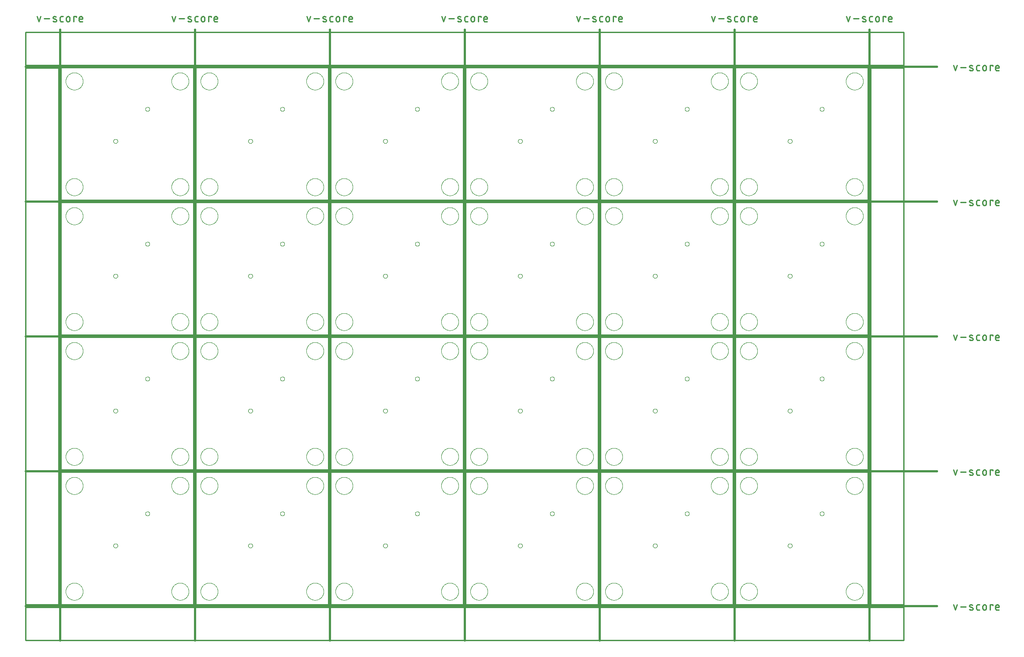
<source format=gko>
G04 EAGLE Gerber RS-274X export*
G75*
%MOMM*%
%FSLAX34Y34*%
%LPD*%
%IN*%
%IPPOS*%
%AMOC8*
5,1,8,0,0,1.08239X$1,22.5*%
G01*
%ADD10C,0.203200*%
%ADD11C,0.381000*%
%ADD12C,0.279400*%
%ADD13C,0.254000*%
%ADD14C,0.000000*%


D10*
X0Y0D02*
X254000Y0D01*
X254000Y254000D01*
X0Y254000D01*
X0Y0D01*
X259080Y0D02*
X513080Y0D01*
X513080Y254000D01*
X259080Y254000D01*
X259080Y0D01*
X518160Y0D02*
X772160Y0D01*
X772160Y254000D01*
X518160Y254000D01*
X518160Y0D01*
X777240Y0D02*
X1031240Y0D01*
X1031240Y254000D01*
X777240Y254000D01*
X777240Y0D01*
X1036320Y0D02*
X1290320Y0D01*
X1290320Y254000D01*
X1036320Y254000D01*
X1036320Y0D01*
X1295400Y0D02*
X1549400Y0D01*
X1549400Y254000D01*
X1295400Y254000D01*
X1295400Y0D01*
X254000Y259080D02*
X0Y259080D01*
X254000Y259080D02*
X254000Y513080D01*
X0Y513080D01*
X0Y259080D01*
X259080Y259080D02*
X513080Y259080D01*
X513080Y513080D01*
X259080Y513080D01*
X259080Y259080D01*
X518160Y259080D02*
X772160Y259080D01*
X772160Y513080D01*
X518160Y513080D01*
X518160Y259080D01*
X777240Y259080D02*
X1031240Y259080D01*
X1031240Y513080D01*
X777240Y513080D01*
X777240Y259080D01*
X1036320Y259080D02*
X1290320Y259080D01*
X1290320Y513080D01*
X1036320Y513080D01*
X1036320Y259080D01*
X1295400Y259080D02*
X1549400Y259080D01*
X1549400Y513080D01*
X1295400Y513080D01*
X1295400Y259080D01*
X254000Y518160D02*
X0Y518160D01*
X254000Y518160D02*
X254000Y772160D01*
X0Y772160D01*
X0Y518160D01*
X259080Y518160D02*
X513080Y518160D01*
X513080Y772160D01*
X259080Y772160D01*
X259080Y518160D01*
X518160Y518160D02*
X772160Y518160D01*
X772160Y772160D01*
X518160Y772160D01*
X518160Y518160D01*
X777240Y518160D02*
X1031240Y518160D01*
X1031240Y772160D01*
X777240Y772160D01*
X777240Y518160D01*
X1036320Y518160D02*
X1290320Y518160D01*
X1290320Y772160D01*
X1036320Y772160D01*
X1036320Y518160D01*
X1295400Y518160D02*
X1549400Y518160D01*
X1549400Y772160D01*
X1295400Y772160D01*
X1295400Y518160D01*
X254000Y777240D02*
X0Y777240D01*
X254000Y777240D02*
X254000Y1031240D01*
X0Y1031240D01*
X0Y777240D01*
X259080Y777240D02*
X513080Y777240D01*
X513080Y1031240D01*
X259080Y1031240D01*
X259080Y777240D01*
X518160Y777240D02*
X772160Y777240D01*
X772160Y1031240D01*
X518160Y1031240D01*
X518160Y777240D01*
X777240Y777240D02*
X1031240Y777240D01*
X1031240Y1031240D01*
X777240Y1031240D01*
X777240Y777240D01*
X1036320Y777240D02*
X1290320Y777240D01*
X1290320Y1031240D01*
X1036320Y1031240D01*
X1036320Y777240D01*
X1295400Y777240D02*
X1549400Y777240D01*
X1549400Y1031240D01*
X1295400Y1031240D01*
X1295400Y777240D01*
D11*
X-2540Y1104900D02*
X-2540Y-68580D01*
D12*
X-42921Y1120267D02*
X-46251Y1130258D01*
X-39590Y1130258D02*
X-42921Y1120267D01*
X-32806Y1126095D02*
X-22815Y1126095D01*
X-14261Y1126095D02*
X-10098Y1124430D01*
X-14261Y1126094D02*
X-14346Y1126130D01*
X-14429Y1126170D01*
X-14510Y1126213D01*
X-14590Y1126260D01*
X-14667Y1126310D01*
X-14743Y1126363D01*
X-14816Y1126419D01*
X-14886Y1126479D01*
X-14954Y1126541D01*
X-15019Y1126606D01*
X-15081Y1126674D01*
X-15141Y1126745D01*
X-15197Y1126818D01*
X-15250Y1126893D01*
X-15300Y1126971D01*
X-15346Y1127050D01*
X-15389Y1127132D01*
X-15429Y1127215D01*
X-15465Y1127300D01*
X-15497Y1127386D01*
X-15526Y1127474D01*
X-15550Y1127563D01*
X-15571Y1127653D01*
X-15588Y1127743D01*
X-15602Y1127834D01*
X-15611Y1127926D01*
X-15616Y1128018D01*
X-15618Y1128110D01*
X-15616Y1128202D01*
X-15609Y1128294D01*
X-15599Y1128386D01*
X-15585Y1128477D01*
X-15567Y1128568D01*
X-15545Y1128657D01*
X-15519Y1128746D01*
X-15489Y1128833D01*
X-15456Y1128919D01*
X-15419Y1129003D01*
X-15379Y1129086D01*
X-15335Y1129167D01*
X-15288Y1129246D01*
X-15237Y1129323D01*
X-15183Y1129398D01*
X-15126Y1129471D01*
X-15066Y1129541D01*
X-15003Y1129608D01*
X-14937Y1129672D01*
X-14869Y1129734D01*
X-14798Y1129793D01*
X-14724Y1129848D01*
X-14648Y1129901D01*
X-14570Y1129950D01*
X-14490Y1129996D01*
X-14409Y1130038D01*
X-14325Y1130077D01*
X-14240Y1130112D01*
X-14153Y1130143D01*
X-14065Y1130171D01*
X-13976Y1130195D01*
X-13886Y1130215D01*
X-13796Y1130232D01*
X-13704Y1130244D01*
X-13612Y1130253D01*
X-13520Y1130257D01*
X-13428Y1130258D01*
X-13201Y1130252D01*
X-12974Y1130241D01*
X-12747Y1130224D01*
X-12521Y1130201D01*
X-12295Y1130174D01*
X-12070Y1130140D01*
X-11846Y1130102D01*
X-11623Y1130058D01*
X-11401Y1130009D01*
X-11180Y1129954D01*
X-10961Y1129894D01*
X-10743Y1129829D01*
X-10527Y1129758D01*
X-10313Y1129683D01*
X-10100Y1129602D01*
X-9890Y1129516D01*
X-9681Y1129425D01*
X-10098Y1124430D02*
X-10013Y1124394D01*
X-9930Y1124354D01*
X-9849Y1124311D01*
X-9769Y1124264D01*
X-9692Y1124214D01*
X-9616Y1124161D01*
X-9543Y1124105D01*
X-9473Y1124045D01*
X-9405Y1123983D01*
X-9340Y1123918D01*
X-9278Y1123850D01*
X-9218Y1123779D01*
X-9162Y1123706D01*
X-9109Y1123631D01*
X-9059Y1123553D01*
X-9013Y1123474D01*
X-8970Y1123392D01*
X-8930Y1123309D01*
X-8894Y1123224D01*
X-8862Y1123138D01*
X-8833Y1123050D01*
X-8809Y1122961D01*
X-8788Y1122871D01*
X-8771Y1122781D01*
X-8757Y1122690D01*
X-8748Y1122598D01*
X-8743Y1122506D01*
X-8741Y1122414D01*
X-8743Y1122322D01*
X-8750Y1122230D01*
X-8760Y1122138D01*
X-8774Y1122047D01*
X-8792Y1121956D01*
X-8814Y1121867D01*
X-8840Y1121778D01*
X-8870Y1121691D01*
X-8903Y1121605D01*
X-8940Y1121521D01*
X-8980Y1121438D01*
X-9024Y1121357D01*
X-9071Y1121278D01*
X-9122Y1121201D01*
X-9176Y1121126D01*
X-9233Y1121053D01*
X-9293Y1120983D01*
X-9356Y1120916D01*
X-9422Y1120852D01*
X-9490Y1120790D01*
X-9561Y1120731D01*
X-9635Y1120676D01*
X-9711Y1120623D01*
X-9789Y1120574D01*
X-9869Y1120528D01*
X-9950Y1120486D01*
X-10034Y1120447D01*
X-10119Y1120412D01*
X-10206Y1120381D01*
X-10294Y1120353D01*
X-10383Y1120329D01*
X-10473Y1120309D01*
X-10563Y1120292D01*
X-10655Y1120280D01*
X-10747Y1120271D01*
X-10839Y1120267D01*
X-10931Y1120266D01*
X-10931Y1120267D02*
X-11265Y1120276D01*
X-11598Y1120293D01*
X-11931Y1120317D01*
X-12264Y1120350D01*
X-12595Y1120390D01*
X-12926Y1120438D01*
X-13255Y1120494D01*
X-13583Y1120557D01*
X-13909Y1120629D01*
X-14233Y1120708D01*
X-14556Y1120794D01*
X-14876Y1120889D01*
X-15194Y1120991D01*
X-15510Y1121100D01*
X562Y1120267D02*
X3892Y1120267D01*
X562Y1120267D02*
X464Y1120269D01*
X366Y1120275D01*
X268Y1120284D01*
X171Y1120298D01*
X75Y1120315D01*
X-21Y1120336D01*
X-116Y1120361D01*
X-210Y1120389D01*
X-303Y1120421D01*
X-394Y1120457D01*
X-484Y1120496D01*
X-572Y1120539D01*
X-659Y1120586D01*
X-743Y1120635D01*
X-826Y1120688D01*
X-906Y1120744D01*
X-985Y1120803D01*
X-1060Y1120866D01*
X-1134Y1120931D01*
X-1204Y1120999D01*
X-1272Y1121069D01*
X-1338Y1121143D01*
X-1400Y1121219D01*
X-1459Y1121297D01*
X-1515Y1121377D01*
X-1568Y1121460D01*
X-1618Y1121544D01*
X-1664Y1121631D01*
X-1707Y1121719D01*
X-1746Y1121809D01*
X-1782Y1121900D01*
X-1814Y1121993D01*
X-1842Y1122087D01*
X-1867Y1122182D01*
X-1888Y1122278D01*
X-1905Y1122374D01*
X-1919Y1122471D01*
X-1928Y1122569D01*
X-1934Y1122667D01*
X-1936Y1122765D01*
X-1936Y1127760D01*
X-1934Y1127858D01*
X-1928Y1127956D01*
X-1919Y1128054D01*
X-1905Y1128151D01*
X-1888Y1128247D01*
X-1867Y1128343D01*
X-1842Y1128438D01*
X-1814Y1128532D01*
X-1782Y1128625D01*
X-1746Y1128716D01*
X-1707Y1128806D01*
X-1664Y1128894D01*
X-1617Y1128981D01*
X-1568Y1129065D01*
X-1515Y1129148D01*
X-1459Y1129228D01*
X-1400Y1129306D01*
X-1337Y1129382D01*
X-1272Y1129456D01*
X-1204Y1129526D01*
X-1134Y1129594D01*
X-1060Y1129659D01*
X-984Y1129722D01*
X-906Y1129781D01*
X-826Y1129837D01*
X-743Y1129890D01*
X-659Y1129939D01*
X-572Y1129986D01*
X-484Y1130029D01*
X-394Y1130068D01*
X-303Y1130104D01*
X-210Y1130136D01*
X-116Y1130164D01*
X-21Y1130189D01*
X75Y1130210D01*
X171Y1130227D01*
X268Y1130241D01*
X366Y1130250D01*
X464Y1130256D01*
X562Y1130258D01*
X3892Y1130258D01*
X10022Y1126927D02*
X10022Y1123597D01*
X10022Y1126927D02*
X10024Y1127041D01*
X10030Y1127154D01*
X10039Y1127268D01*
X10053Y1127380D01*
X10070Y1127493D01*
X10092Y1127605D01*
X10117Y1127715D01*
X10145Y1127825D01*
X10178Y1127934D01*
X10214Y1128042D01*
X10254Y1128149D01*
X10298Y1128254D01*
X10345Y1128357D01*
X10395Y1128459D01*
X10449Y1128559D01*
X10507Y1128657D01*
X10568Y1128753D01*
X10631Y1128847D01*
X10699Y1128939D01*
X10769Y1129029D01*
X10842Y1129115D01*
X10918Y1129200D01*
X10997Y1129282D01*
X11079Y1129361D01*
X11164Y1129437D01*
X11250Y1129510D01*
X11340Y1129580D01*
X11432Y1129648D01*
X11526Y1129711D01*
X11622Y1129772D01*
X11720Y1129830D01*
X11820Y1129884D01*
X11922Y1129934D01*
X12025Y1129981D01*
X12130Y1130025D01*
X12237Y1130065D01*
X12345Y1130101D01*
X12454Y1130134D01*
X12564Y1130162D01*
X12674Y1130187D01*
X12786Y1130209D01*
X12899Y1130226D01*
X13011Y1130240D01*
X13125Y1130249D01*
X13238Y1130255D01*
X13352Y1130257D01*
X13466Y1130255D01*
X13579Y1130249D01*
X13693Y1130240D01*
X13805Y1130226D01*
X13918Y1130209D01*
X14030Y1130187D01*
X14140Y1130162D01*
X14250Y1130134D01*
X14359Y1130101D01*
X14467Y1130065D01*
X14574Y1130025D01*
X14679Y1129981D01*
X14782Y1129934D01*
X14884Y1129884D01*
X14984Y1129830D01*
X15082Y1129772D01*
X15178Y1129711D01*
X15272Y1129648D01*
X15364Y1129580D01*
X15454Y1129510D01*
X15540Y1129437D01*
X15625Y1129361D01*
X15707Y1129282D01*
X15786Y1129200D01*
X15862Y1129115D01*
X15935Y1129029D01*
X16005Y1128939D01*
X16073Y1128847D01*
X16136Y1128753D01*
X16197Y1128657D01*
X16255Y1128559D01*
X16309Y1128459D01*
X16359Y1128357D01*
X16406Y1128254D01*
X16450Y1128149D01*
X16490Y1128042D01*
X16526Y1127934D01*
X16559Y1127825D01*
X16587Y1127715D01*
X16612Y1127605D01*
X16634Y1127493D01*
X16651Y1127380D01*
X16665Y1127268D01*
X16674Y1127154D01*
X16680Y1127041D01*
X16682Y1126927D01*
X16682Y1123597D01*
X16680Y1123483D01*
X16674Y1123370D01*
X16665Y1123256D01*
X16651Y1123144D01*
X16634Y1123031D01*
X16612Y1122919D01*
X16587Y1122809D01*
X16559Y1122699D01*
X16526Y1122590D01*
X16490Y1122482D01*
X16450Y1122375D01*
X16406Y1122270D01*
X16359Y1122167D01*
X16309Y1122065D01*
X16255Y1121965D01*
X16197Y1121867D01*
X16136Y1121771D01*
X16073Y1121677D01*
X16005Y1121585D01*
X15935Y1121495D01*
X15862Y1121409D01*
X15786Y1121324D01*
X15707Y1121242D01*
X15625Y1121163D01*
X15540Y1121087D01*
X15454Y1121014D01*
X15364Y1120944D01*
X15272Y1120876D01*
X15178Y1120813D01*
X15082Y1120752D01*
X14984Y1120694D01*
X14884Y1120640D01*
X14782Y1120590D01*
X14679Y1120543D01*
X14574Y1120499D01*
X14467Y1120459D01*
X14359Y1120423D01*
X14250Y1120390D01*
X14140Y1120362D01*
X14030Y1120337D01*
X13918Y1120315D01*
X13805Y1120298D01*
X13693Y1120284D01*
X13579Y1120275D01*
X13466Y1120269D01*
X13352Y1120267D01*
X13238Y1120269D01*
X13125Y1120275D01*
X13011Y1120284D01*
X12899Y1120298D01*
X12786Y1120315D01*
X12674Y1120337D01*
X12564Y1120362D01*
X12454Y1120390D01*
X12345Y1120423D01*
X12237Y1120459D01*
X12130Y1120499D01*
X12025Y1120543D01*
X11922Y1120590D01*
X11820Y1120640D01*
X11720Y1120694D01*
X11622Y1120752D01*
X11526Y1120813D01*
X11432Y1120876D01*
X11340Y1120944D01*
X11250Y1121014D01*
X11164Y1121087D01*
X11079Y1121163D01*
X10997Y1121242D01*
X10918Y1121324D01*
X10842Y1121409D01*
X10769Y1121495D01*
X10699Y1121585D01*
X10631Y1121677D01*
X10568Y1121771D01*
X10507Y1121867D01*
X10449Y1121965D01*
X10395Y1122065D01*
X10345Y1122167D01*
X10298Y1122270D01*
X10254Y1122375D01*
X10214Y1122482D01*
X10178Y1122590D01*
X10145Y1122699D01*
X10117Y1122809D01*
X10092Y1122919D01*
X10070Y1123031D01*
X10053Y1123144D01*
X10039Y1123256D01*
X10030Y1123370D01*
X10024Y1123483D01*
X10022Y1123597D01*
X24218Y1120267D02*
X24218Y1130258D01*
X29213Y1130258D01*
X29213Y1128593D01*
X37008Y1120267D02*
X41171Y1120267D01*
X37008Y1120267D02*
X36910Y1120269D01*
X36812Y1120275D01*
X36714Y1120284D01*
X36617Y1120298D01*
X36521Y1120315D01*
X36425Y1120336D01*
X36330Y1120361D01*
X36236Y1120389D01*
X36143Y1120421D01*
X36052Y1120457D01*
X35962Y1120496D01*
X35874Y1120539D01*
X35787Y1120586D01*
X35703Y1120635D01*
X35620Y1120688D01*
X35540Y1120744D01*
X35462Y1120803D01*
X35386Y1120866D01*
X35312Y1120931D01*
X35242Y1120999D01*
X35174Y1121069D01*
X35109Y1121143D01*
X35046Y1121219D01*
X34987Y1121297D01*
X34931Y1121377D01*
X34878Y1121460D01*
X34829Y1121544D01*
X34782Y1121631D01*
X34739Y1121719D01*
X34700Y1121809D01*
X34664Y1121900D01*
X34632Y1121993D01*
X34604Y1122087D01*
X34579Y1122182D01*
X34558Y1122278D01*
X34541Y1122374D01*
X34527Y1122471D01*
X34518Y1122569D01*
X34512Y1122667D01*
X34510Y1122765D01*
X34510Y1126927D01*
X34511Y1126927D02*
X34513Y1127041D01*
X34519Y1127154D01*
X34528Y1127268D01*
X34542Y1127380D01*
X34559Y1127493D01*
X34581Y1127605D01*
X34606Y1127715D01*
X34634Y1127825D01*
X34667Y1127934D01*
X34703Y1128042D01*
X34743Y1128149D01*
X34787Y1128254D01*
X34834Y1128357D01*
X34884Y1128459D01*
X34938Y1128559D01*
X34996Y1128657D01*
X35057Y1128753D01*
X35120Y1128847D01*
X35188Y1128939D01*
X35258Y1129029D01*
X35331Y1129115D01*
X35407Y1129200D01*
X35486Y1129282D01*
X35568Y1129361D01*
X35653Y1129437D01*
X35739Y1129510D01*
X35829Y1129580D01*
X35921Y1129648D01*
X36015Y1129711D01*
X36111Y1129772D01*
X36209Y1129830D01*
X36309Y1129884D01*
X36411Y1129934D01*
X36514Y1129981D01*
X36619Y1130025D01*
X36726Y1130065D01*
X36834Y1130101D01*
X36943Y1130134D01*
X37053Y1130162D01*
X37163Y1130187D01*
X37275Y1130209D01*
X37388Y1130226D01*
X37500Y1130240D01*
X37614Y1130249D01*
X37727Y1130255D01*
X37841Y1130257D01*
X37955Y1130255D01*
X38068Y1130249D01*
X38182Y1130240D01*
X38294Y1130226D01*
X38407Y1130209D01*
X38519Y1130187D01*
X38629Y1130162D01*
X38739Y1130134D01*
X38848Y1130101D01*
X38956Y1130065D01*
X39063Y1130025D01*
X39168Y1129981D01*
X39271Y1129934D01*
X39373Y1129884D01*
X39473Y1129830D01*
X39571Y1129772D01*
X39667Y1129711D01*
X39761Y1129648D01*
X39853Y1129580D01*
X39943Y1129510D01*
X40029Y1129437D01*
X40114Y1129361D01*
X40196Y1129282D01*
X40275Y1129200D01*
X40351Y1129115D01*
X40424Y1129029D01*
X40494Y1128939D01*
X40562Y1128847D01*
X40625Y1128753D01*
X40686Y1128657D01*
X40744Y1128559D01*
X40798Y1128459D01*
X40848Y1128357D01*
X40895Y1128254D01*
X40939Y1128149D01*
X40979Y1128042D01*
X41015Y1127934D01*
X41048Y1127825D01*
X41076Y1127715D01*
X41101Y1127605D01*
X41123Y1127493D01*
X41140Y1127380D01*
X41154Y1127268D01*
X41163Y1127154D01*
X41169Y1127041D01*
X41171Y1126927D01*
X41171Y1125262D01*
X34510Y1125262D01*
D11*
X256540Y1104900D02*
X256540Y-68580D01*
D12*
X216159Y1120267D02*
X212829Y1130258D01*
X219490Y1130258D02*
X216159Y1120267D01*
X226274Y1126095D02*
X236265Y1126095D01*
X244819Y1126095D02*
X248982Y1124430D01*
X244819Y1126094D02*
X244734Y1126130D01*
X244651Y1126170D01*
X244570Y1126213D01*
X244490Y1126260D01*
X244413Y1126310D01*
X244337Y1126363D01*
X244264Y1126419D01*
X244194Y1126479D01*
X244126Y1126541D01*
X244061Y1126606D01*
X243999Y1126674D01*
X243939Y1126745D01*
X243883Y1126818D01*
X243830Y1126893D01*
X243780Y1126971D01*
X243734Y1127050D01*
X243691Y1127132D01*
X243651Y1127215D01*
X243615Y1127300D01*
X243583Y1127386D01*
X243554Y1127474D01*
X243530Y1127563D01*
X243509Y1127653D01*
X243492Y1127743D01*
X243478Y1127834D01*
X243469Y1127926D01*
X243464Y1128018D01*
X243462Y1128110D01*
X243464Y1128202D01*
X243471Y1128294D01*
X243481Y1128386D01*
X243495Y1128477D01*
X243513Y1128568D01*
X243535Y1128657D01*
X243561Y1128746D01*
X243591Y1128833D01*
X243624Y1128919D01*
X243661Y1129003D01*
X243701Y1129086D01*
X243745Y1129167D01*
X243792Y1129246D01*
X243843Y1129323D01*
X243897Y1129398D01*
X243954Y1129471D01*
X244014Y1129541D01*
X244077Y1129608D01*
X244143Y1129672D01*
X244211Y1129734D01*
X244282Y1129793D01*
X244356Y1129848D01*
X244432Y1129901D01*
X244510Y1129950D01*
X244590Y1129996D01*
X244671Y1130038D01*
X244755Y1130077D01*
X244840Y1130112D01*
X244927Y1130143D01*
X245015Y1130171D01*
X245104Y1130195D01*
X245194Y1130215D01*
X245284Y1130232D01*
X245376Y1130244D01*
X245468Y1130253D01*
X245560Y1130257D01*
X245652Y1130258D01*
X245879Y1130252D01*
X246106Y1130241D01*
X246333Y1130224D01*
X246559Y1130201D01*
X246785Y1130174D01*
X247010Y1130140D01*
X247234Y1130102D01*
X247457Y1130058D01*
X247679Y1130009D01*
X247900Y1129954D01*
X248119Y1129894D01*
X248337Y1129829D01*
X248553Y1129758D01*
X248767Y1129683D01*
X248980Y1129602D01*
X249190Y1129516D01*
X249399Y1129425D01*
X248982Y1124430D02*
X249067Y1124394D01*
X249150Y1124354D01*
X249231Y1124311D01*
X249311Y1124264D01*
X249388Y1124214D01*
X249464Y1124161D01*
X249537Y1124105D01*
X249607Y1124045D01*
X249675Y1123983D01*
X249740Y1123918D01*
X249802Y1123850D01*
X249862Y1123779D01*
X249918Y1123706D01*
X249971Y1123631D01*
X250021Y1123553D01*
X250067Y1123474D01*
X250110Y1123392D01*
X250150Y1123309D01*
X250186Y1123224D01*
X250218Y1123138D01*
X250247Y1123050D01*
X250271Y1122961D01*
X250292Y1122871D01*
X250309Y1122781D01*
X250323Y1122690D01*
X250332Y1122598D01*
X250337Y1122506D01*
X250339Y1122414D01*
X250337Y1122322D01*
X250330Y1122230D01*
X250320Y1122138D01*
X250306Y1122047D01*
X250288Y1121956D01*
X250266Y1121867D01*
X250240Y1121778D01*
X250210Y1121691D01*
X250177Y1121605D01*
X250140Y1121521D01*
X250100Y1121438D01*
X250056Y1121357D01*
X250009Y1121278D01*
X249958Y1121201D01*
X249904Y1121126D01*
X249847Y1121053D01*
X249787Y1120983D01*
X249724Y1120916D01*
X249658Y1120852D01*
X249590Y1120790D01*
X249519Y1120731D01*
X249445Y1120676D01*
X249369Y1120623D01*
X249291Y1120574D01*
X249211Y1120528D01*
X249130Y1120486D01*
X249046Y1120447D01*
X248961Y1120412D01*
X248874Y1120381D01*
X248786Y1120353D01*
X248697Y1120329D01*
X248607Y1120309D01*
X248517Y1120292D01*
X248425Y1120280D01*
X248333Y1120271D01*
X248241Y1120267D01*
X248149Y1120266D01*
X248149Y1120267D02*
X247815Y1120276D01*
X247482Y1120293D01*
X247149Y1120317D01*
X246816Y1120350D01*
X246485Y1120390D01*
X246154Y1120438D01*
X245825Y1120494D01*
X245497Y1120557D01*
X245171Y1120629D01*
X244847Y1120708D01*
X244524Y1120794D01*
X244204Y1120889D01*
X243886Y1120991D01*
X243570Y1121100D01*
X259642Y1120267D02*
X262972Y1120267D01*
X259642Y1120267D02*
X259544Y1120269D01*
X259446Y1120275D01*
X259348Y1120284D01*
X259251Y1120298D01*
X259155Y1120315D01*
X259059Y1120336D01*
X258964Y1120361D01*
X258870Y1120389D01*
X258777Y1120421D01*
X258686Y1120457D01*
X258596Y1120496D01*
X258508Y1120539D01*
X258421Y1120586D01*
X258337Y1120635D01*
X258254Y1120688D01*
X258174Y1120744D01*
X258096Y1120803D01*
X258020Y1120866D01*
X257946Y1120931D01*
X257876Y1120999D01*
X257808Y1121069D01*
X257743Y1121143D01*
X257680Y1121219D01*
X257621Y1121297D01*
X257565Y1121377D01*
X257512Y1121460D01*
X257463Y1121544D01*
X257416Y1121631D01*
X257373Y1121719D01*
X257334Y1121809D01*
X257298Y1121900D01*
X257266Y1121993D01*
X257238Y1122087D01*
X257213Y1122182D01*
X257192Y1122278D01*
X257175Y1122374D01*
X257161Y1122471D01*
X257152Y1122569D01*
X257146Y1122667D01*
X257144Y1122765D01*
X257144Y1127760D01*
X257146Y1127858D01*
X257152Y1127956D01*
X257161Y1128054D01*
X257175Y1128151D01*
X257192Y1128247D01*
X257213Y1128343D01*
X257238Y1128438D01*
X257266Y1128532D01*
X257298Y1128625D01*
X257334Y1128716D01*
X257373Y1128806D01*
X257416Y1128894D01*
X257463Y1128981D01*
X257512Y1129065D01*
X257565Y1129148D01*
X257621Y1129228D01*
X257680Y1129307D01*
X257743Y1129382D01*
X257808Y1129456D01*
X257876Y1129526D01*
X257946Y1129594D01*
X258020Y1129660D01*
X258096Y1129722D01*
X258174Y1129781D01*
X258254Y1129837D01*
X258337Y1129890D01*
X258421Y1129940D01*
X258508Y1129986D01*
X258596Y1130029D01*
X258686Y1130068D01*
X258777Y1130104D01*
X258870Y1130136D01*
X258964Y1130164D01*
X259059Y1130189D01*
X259155Y1130210D01*
X259251Y1130227D01*
X259348Y1130241D01*
X259446Y1130250D01*
X259544Y1130256D01*
X259642Y1130258D01*
X262972Y1130258D01*
X269102Y1126927D02*
X269102Y1123597D01*
X269102Y1126927D02*
X269104Y1127041D01*
X269110Y1127154D01*
X269119Y1127268D01*
X269133Y1127380D01*
X269150Y1127493D01*
X269172Y1127605D01*
X269197Y1127715D01*
X269225Y1127825D01*
X269258Y1127934D01*
X269294Y1128042D01*
X269334Y1128149D01*
X269378Y1128254D01*
X269425Y1128357D01*
X269475Y1128459D01*
X269529Y1128559D01*
X269587Y1128657D01*
X269648Y1128753D01*
X269711Y1128847D01*
X269779Y1128939D01*
X269849Y1129029D01*
X269922Y1129115D01*
X269998Y1129200D01*
X270077Y1129282D01*
X270159Y1129361D01*
X270244Y1129437D01*
X270330Y1129510D01*
X270420Y1129580D01*
X270512Y1129648D01*
X270606Y1129711D01*
X270702Y1129772D01*
X270800Y1129830D01*
X270900Y1129884D01*
X271002Y1129934D01*
X271105Y1129981D01*
X271210Y1130025D01*
X271317Y1130065D01*
X271425Y1130101D01*
X271534Y1130134D01*
X271644Y1130162D01*
X271754Y1130187D01*
X271866Y1130209D01*
X271979Y1130226D01*
X272091Y1130240D01*
X272205Y1130249D01*
X272318Y1130255D01*
X272432Y1130257D01*
X272546Y1130255D01*
X272659Y1130249D01*
X272773Y1130240D01*
X272885Y1130226D01*
X272998Y1130209D01*
X273110Y1130187D01*
X273220Y1130162D01*
X273330Y1130134D01*
X273439Y1130101D01*
X273547Y1130065D01*
X273654Y1130025D01*
X273759Y1129981D01*
X273862Y1129934D01*
X273964Y1129884D01*
X274064Y1129830D01*
X274162Y1129772D01*
X274258Y1129711D01*
X274352Y1129648D01*
X274444Y1129580D01*
X274534Y1129510D01*
X274620Y1129437D01*
X274705Y1129361D01*
X274787Y1129282D01*
X274866Y1129200D01*
X274942Y1129115D01*
X275015Y1129029D01*
X275085Y1128939D01*
X275153Y1128847D01*
X275216Y1128753D01*
X275277Y1128657D01*
X275335Y1128559D01*
X275389Y1128459D01*
X275439Y1128357D01*
X275486Y1128254D01*
X275530Y1128149D01*
X275570Y1128042D01*
X275606Y1127934D01*
X275639Y1127825D01*
X275667Y1127715D01*
X275692Y1127605D01*
X275714Y1127493D01*
X275731Y1127380D01*
X275745Y1127268D01*
X275754Y1127154D01*
X275760Y1127041D01*
X275762Y1126927D01*
X275762Y1123597D01*
X275760Y1123483D01*
X275754Y1123370D01*
X275745Y1123256D01*
X275731Y1123144D01*
X275714Y1123031D01*
X275692Y1122919D01*
X275667Y1122809D01*
X275639Y1122699D01*
X275606Y1122590D01*
X275570Y1122482D01*
X275530Y1122375D01*
X275486Y1122270D01*
X275439Y1122167D01*
X275389Y1122065D01*
X275335Y1121965D01*
X275277Y1121867D01*
X275216Y1121771D01*
X275153Y1121677D01*
X275085Y1121585D01*
X275015Y1121495D01*
X274942Y1121409D01*
X274866Y1121324D01*
X274787Y1121242D01*
X274705Y1121163D01*
X274620Y1121087D01*
X274534Y1121014D01*
X274444Y1120944D01*
X274352Y1120876D01*
X274258Y1120813D01*
X274162Y1120752D01*
X274064Y1120694D01*
X273964Y1120640D01*
X273862Y1120590D01*
X273759Y1120543D01*
X273654Y1120499D01*
X273547Y1120459D01*
X273439Y1120423D01*
X273330Y1120390D01*
X273220Y1120362D01*
X273110Y1120337D01*
X272998Y1120315D01*
X272885Y1120298D01*
X272773Y1120284D01*
X272659Y1120275D01*
X272546Y1120269D01*
X272432Y1120267D01*
X272318Y1120269D01*
X272205Y1120275D01*
X272091Y1120284D01*
X271979Y1120298D01*
X271866Y1120315D01*
X271754Y1120337D01*
X271644Y1120362D01*
X271534Y1120390D01*
X271425Y1120423D01*
X271317Y1120459D01*
X271210Y1120499D01*
X271105Y1120543D01*
X271002Y1120590D01*
X270900Y1120640D01*
X270800Y1120694D01*
X270702Y1120752D01*
X270606Y1120813D01*
X270512Y1120876D01*
X270420Y1120944D01*
X270330Y1121014D01*
X270244Y1121087D01*
X270159Y1121163D01*
X270077Y1121242D01*
X269998Y1121324D01*
X269922Y1121409D01*
X269849Y1121495D01*
X269779Y1121585D01*
X269711Y1121677D01*
X269648Y1121771D01*
X269587Y1121867D01*
X269529Y1121965D01*
X269475Y1122065D01*
X269425Y1122167D01*
X269378Y1122270D01*
X269334Y1122375D01*
X269294Y1122482D01*
X269258Y1122590D01*
X269225Y1122699D01*
X269197Y1122809D01*
X269172Y1122919D01*
X269150Y1123031D01*
X269133Y1123144D01*
X269119Y1123256D01*
X269110Y1123370D01*
X269104Y1123483D01*
X269102Y1123597D01*
X283298Y1120267D02*
X283298Y1130258D01*
X288293Y1130258D01*
X288293Y1128593D01*
X296088Y1120267D02*
X300251Y1120267D01*
X296088Y1120267D02*
X295990Y1120269D01*
X295892Y1120275D01*
X295794Y1120284D01*
X295697Y1120298D01*
X295601Y1120315D01*
X295505Y1120336D01*
X295410Y1120361D01*
X295316Y1120389D01*
X295223Y1120421D01*
X295132Y1120457D01*
X295042Y1120496D01*
X294954Y1120539D01*
X294867Y1120586D01*
X294783Y1120635D01*
X294700Y1120688D01*
X294620Y1120744D01*
X294542Y1120803D01*
X294466Y1120866D01*
X294392Y1120931D01*
X294322Y1120999D01*
X294254Y1121069D01*
X294189Y1121143D01*
X294126Y1121219D01*
X294067Y1121297D01*
X294011Y1121377D01*
X293958Y1121460D01*
X293909Y1121544D01*
X293862Y1121631D01*
X293819Y1121719D01*
X293780Y1121809D01*
X293744Y1121900D01*
X293712Y1121993D01*
X293684Y1122087D01*
X293659Y1122182D01*
X293638Y1122278D01*
X293621Y1122374D01*
X293607Y1122471D01*
X293598Y1122569D01*
X293592Y1122667D01*
X293590Y1122765D01*
X293590Y1126927D01*
X293591Y1126927D02*
X293593Y1127041D01*
X293599Y1127154D01*
X293608Y1127268D01*
X293622Y1127380D01*
X293639Y1127493D01*
X293661Y1127605D01*
X293686Y1127715D01*
X293714Y1127825D01*
X293747Y1127934D01*
X293783Y1128042D01*
X293823Y1128149D01*
X293867Y1128254D01*
X293914Y1128357D01*
X293964Y1128459D01*
X294018Y1128559D01*
X294076Y1128657D01*
X294137Y1128753D01*
X294200Y1128847D01*
X294268Y1128939D01*
X294338Y1129029D01*
X294411Y1129115D01*
X294487Y1129200D01*
X294566Y1129282D01*
X294648Y1129361D01*
X294733Y1129437D01*
X294819Y1129510D01*
X294909Y1129580D01*
X295001Y1129648D01*
X295095Y1129711D01*
X295191Y1129772D01*
X295289Y1129830D01*
X295389Y1129884D01*
X295491Y1129934D01*
X295594Y1129981D01*
X295699Y1130025D01*
X295806Y1130065D01*
X295914Y1130101D01*
X296023Y1130134D01*
X296133Y1130162D01*
X296243Y1130187D01*
X296355Y1130209D01*
X296468Y1130226D01*
X296580Y1130240D01*
X296694Y1130249D01*
X296807Y1130255D01*
X296921Y1130257D01*
X297035Y1130255D01*
X297148Y1130249D01*
X297262Y1130240D01*
X297374Y1130226D01*
X297487Y1130209D01*
X297599Y1130187D01*
X297709Y1130162D01*
X297819Y1130134D01*
X297928Y1130101D01*
X298036Y1130065D01*
X298143Y1130025D01*
X298248Y1129981D01*
X298351Y1129934D01*
X298453Y1129884D01*
X298553Y1129830D01*
X298651Y1129772D01*
X298747Y1129711D01*
X298841Y1129648D01*
X298933Y1129580D01*
X299023Y1129510D01*
X299109Y1129437D01*
X299194Y1129361D01*
X299276Y1129282D01*
X299355Y1129200D01*
X299431Y1129115D01*
X299504Y1129029D01*
X299574Y1128939D01*
X299642Y1128847D01*
X299705Y1128753D01*
X299766Y1128657D01*
X299824Y1128559D01*
X299878Y1128459D01*
X299928Y1128357D01*
X299975Y1128254D01*
X300019Y1128149D01*
X300059Y1128042D01*
X300095Y1127934D01*
X300128Y1127825D01*
X300156Y1127715D01*
X300181Y1127605D01*
X300203Y1127493D01*
X300220Y1127380D01*
X300234Y1127268D01*
X300243Y1127154D01*
X300249Y1127041D01*
X300251Y1126927D01*
X300251Y1125262D01*
X293590Y1125262D01*
D11*
X515620Y1104900D02*
X515620Y-68580D01*
D12*
X475239Y1120267D02*
X471909Y1130258D01*
X478570Y1130258D02*
X475239Y1120267D01*
X485354Y1126095D02*
X495345Y1126095D01*
X503899Y1126095D02*
X508062Y1124430D01*
X503899Y1126094D02*
X503814Y1126130D01*
X503731Y1126170D01*
X503650Y1126213D01*
X503570Y1126260D01*
X503493Y1126310D01*
X503417Y1126363D01*
X503344Y1126419D01*
X503274Y1126479D01*
X503206Y1126541D01*
X503141Y1126606D01*
X503079Y1126674D01*
X503019Y1126745D01*
X502963Y1126818D01*
X502910Y1126893D01*
X502860Y1126971D01*
X502814Y1127050D01*
X502771Y1127132D01*
X502731Y1127215D01*
X502695Y1127300D01*
X502663Y1127386D01*
X502634Y1127474D01*
X502610Y1127563D01*
X502589Y1127653D01*
X502572Y1127743D01*
X502558Y1127834D01*
X502549Y1127926D01*
X502544Y1128018D01*
X502542Y1128110D01*
X502544Y1128202D01*
X502551Y1128294D01*
X502561Y1128386D01*
X502575Y1128477D01*
X502593Y1128568D01*
X502615Y1128657D01*
X502641Y1128746D01*
X502671Y1128833D01*
X502704Y1128919D01*
X502741Y1129003D01*
X502781Y1129086D01*
X502825Y1129167D01*
X502872Y1129246D01*
X502923Y1129323D01*
X502977Y1129398D01*
X503034Y1129471D01*
X503094Y1129541D01*
X503157Y1129608D01*
X503223Y1129672D01*
X503291Y1129734D01*
X503362Y1129793D01*
X503436Y1129848D01*
X503512Y1129901D01*
X503590Y1129950D01*
X503670Y1129996D01*
X503751Y1130038D01*
X503835Y1130077D01*
X503920Y1130112D01*
X504007Y1130143D01*
X504095Y1130171D01*
X504184Y1130195D01*
X504274Y1130215D01*
X504364Y1130232D01*
X504456Y1130244D01*
X504548Y1130253D01*
X504640Y1130257D01*
X504732Y1130258D01*
X504959Y1130252D01*
X505186Y1130241D01*
X505413Y1130224D01*
X505639Y1130201D01*
X505865Y1130174D01*
X506090Y1130140D01*
X506314Y1130102D01*
X506537Y1130058D01*
X506759Y1130009D01*
X506980Y1129954D01*
X507199Y1129894D01*
X507417Y1129829D01*
X507633Y1129758D01*
X507847Y1129683D01*
X508060Y1129602D01*
X508270Y1129516D01*
X508479Y1129425D01*
X508062Y1124430D02*
X508147Y1124394D01*
X508230Y1124354D01*
X508311Y1124311D01*
X508391Y1124264D01*
X508468Y1124214D01*
X508544Y1124161D01*
X508617Y1124105D01*
X508687Y1124045D01*
X508755Y1123983D01*
X508820Y1123918D01*
X508882Y1123850D01*
X508942Y1123779D01*
X508998Y1123706D01*
X509051Y1123631D01*
X509101Y1123553D01*
X509147Y1123474D01*
X509190Y1123392D01*
X509230Y1123309D01*
X509266Y1123224D01*
X509298Y1123138D01*
X509327Y1123050D01*
X509351Y1122961D01*
X509372Y1122871D01*
X509389Y1122781D01*
X509403Y1122690D01*
X509412Y1122598D01*
X509417Y1122506D01*
X509419Y1122414D01*
X509417Y1122322D01*
X509410Y1122230D01*
X509400Y1122138D01*
X509386Y1122047D01*
X509368Y1121956D01*
X509346Y1121867D01*
X509320Y1121778D01*
X509290Y1121691D01*
X509257Y1121605D01*
X509220Y1121521D01*
X509180Y1121438D01*
X509136Y1121357D01*
X509089Y1121278D01*
X509038Y1121201D01*
X508984Y1121126D01*
X508927Y1121053D01*
X508867Y1120983D01*
X508804Y1120916D01*
X508738Y1120852D01*
X508670Y1120790D01*
X508599Y1120731D01*
X508525Y1120676D01*
X508449Y1120623D01*
X508371Y1120574D01*
X508291Y1120528D01*
X508210Y1120486D01*
X508126Y1120447D01*
X508041Y1120412D01*
X507954Y1120381D01*
X507866Y1120353D01*
X507777Y1120329D01*
X507687Y1120309D01*
X507597Y1120292D01*
X507505Y1120280D01*
X507413Y1120271D01*
X507321Y1120267D01*
X507229Y1120266D01*
X507229Y1120267D02*
X506895Y1120276D01*
X506562Y1120293D01*
X506229Y1120317D01*
X505896Y1120350D01*
X505565Y1120390D01*
X505234Y1120438D01*
X504905Y1120494D01*
X504577Y1120557D01*
X504251Y1120629D01*
X503927Y1120708D01*
X503604Y1120794D01*
X503284Y1120889D01*
X502966Y1120991D01*
X502650Y1121100D01*
X518722Y1120267D02*
X522052Y1120267D01*
X518722Y1120267D02*
X518624Y1120269D01*
X518526Y1120275D01*
X518428Y1120284D01*
X518331Y1120298D01*
X518235Y1120315D01*
X518139Y1120336D01*
X518044Y1120361D01*
X517950Y1120389D01*
X517857Y1120421D01*
X517766Y1120457D01*
X517676Y1120496D01*
X517588Y1120539D01*
X517501Y1120586D01*
X517417Y1120635D01*
X517334Y1120688D01*
X517254Y1120744D01*
X517176Y1120803D01*
X517100Y1120866D01*
X517026Y1120931D01*
X516956Y1120999D01*
X516888Y1121069D01*
X516823Y1121143D01*
X516760Y1121219D01*
X516701Y1121297D01*
X516645Y1121377D01*
X516592Y1121460D01*
X516543Y1121544D01*
X516496Y1121631D01*
X516453Y1121719D01*
X516414Y1121809D01*
X516378Y1121900D01*
X516346Y1121993D01*
X516318Y1122087D01*
X516293Y1122182D01*
X516272Y1122278D01*
X516255Y1122374D01*
X516241Y1122471D01*
X516232Y1122569D01*
X516226Y1122667D01*
X516224Y1122765D01*
X516224Y1127760D01*
X516226Y1127858D01*
X516232Y1127956D01*
X516241Y1128054D01*
X516255Y1128151D01*
X516272Y1128247D01*
X516293Y1128343D01*
X516318Y1128438D01*
X516346Y1128532D01*
X516378Y1128625D01*
X516414Y1128716D01*
X516453Y1128806D01*
X516496Y1128894D01*
X516543Y1128981D01*
X516592Y1129065D01*
X516645Y1129148D01*
X516701Y1129228D01*
X516760Y1129307D01*
X516823Y1129382D01*
X516888Y1129456D01*
X516956Y1129526D01*
X517026Y1129594D01*
X517100Y1129660D01*
X517176Y1129722D01*
X517254Y1129781D01*
X517334Y1129837D01*
X517417Y1129890D01*
X517501Y1129940D01*
X517588Y1129986D01*
X517676Y1130029D01*
X517766Y1130068D01*
X517857Y1130104D01*
X517950Y1130136D01*
X518044Y1130164D01*
X518139Y1130189D01*
X518235Y1130210D01*
X518331Y1130227D01*
X518428Y1130241D01*
X518526Y1130250D01*
X518624Y1130256D01*
X518722Y1130258D01*
X522052Y1130258D01*
X528182Y1126927D02*
X528182Y1123597D01*
X528182Y1126927D02*
X528184Y1127041D01*
X528190Y1127154D01*
X528199Y1127268D01*
X528213Y1127380D01*
X528230Y1127493D01*
X528252Y1127605D01*
X528277Y1127715D01*
X528305Y1127825D01*
X528338Y1127934D01*
X528374Y1128042D01*
X528414Y1128149D01*
X528458Y1128254D01*
X528505Y1128357D01*
X528555Y1128459D01*
X528609Y1128559D01*
X528667Y1128657D01*
X528728Y1128753D01*
X528791Y1128847D01*
X528859Y1128939D01*
X528929Y1129029D01*
X529002Y1129115D01*
X529078Y1129200D01*
X529157Y1129282D01*
X529239Y1129361D01*
X529324Y1129437D01*
X529410Y1129510D01*
X529500Y1129580D01*
X529592Y1129648D01*
X529686Y1129711D01*
X529782Y1129772D01*
X529880Y1129830D01*
X529980Y1129884D01*
X530082Y1129934D01*
X530185Y1129981D01*
X530290Y1130025D01*
X530397Y1130065D01*
X530505Y1130101D01*
X530614Y1130134D01*
X530724Y1130162D01*
X530834Y1130187D01*
X530946Y1130209D01*
X531059Y1130226D01*
X531171Y1130240D01*
X531285Y1130249D01*
X531398Y1130255D01*
X531512Y1130257D01*
X531626Y1130255D01*
X531739Y1130249D01*
X531853Y1130240D01*
X531965Y1130226D01*
X532078Y1130209D01*
X532190Y1130187D01*
X532300Y1130162D01*
X532410Y1130134D01*
X532519Y1130101D01*
X532627Y1130065D01*
X532734Y1130025D01*
X532839Y1129981D01*
X532942Y1129934D01*
X533044Y1129884D01*
X533144Y1129830D01*
X533242Y1129772D01*
X533338Y1129711D01*
X533432Y1129648D01*
X533524Y1129580D01*
X533614Y1129510D01*
X533700Y1129437D01*
X533785Y1129361D01*
X533867Y1129282D01*
X533946Y1129200D01*
X534022Y1129115D01*
X534095Y1129029D01*
X534165Y1128939D01*
X534233Y1128847D01*
X534296Y1128753D01*
X534357Y1128657D01*
X534415Y1128559D01*
X534469Y1128459D01*
X534519Y1128357D01*
X534566Y1128254D01*
X534610Y1128149D01*
X534650Y1128042D01*
X534686Y1127934D01*
X534719Y1127825D01*
X534747Y1127715D01*
X534772Y1127605D01*
X534794Y1127493D01*
X534811Y1127380D01*
X534825Y1127268D01*
X534834Y1127154D01*
X534840Y1127041D01*
X534842Y1126927D01*
X534842Y1123597D01*
X534840Y1123483D01*
X534834Y1123370D01*
X534825Y1123256D01*
X534811Y1123144D01*
X534794Y1123031D01*
X534772Y1122919D01*
X534747Y1122809D01*
X534719Y1122699D01*
X534686Y1122590D01*
X534650Y1122482D01*
X534610Y1122375D01*
X534566Y1122270D01*
X534519Y1122167D01*
X534469Y1122065D01*
X534415Y1121965D01*
X534357Y1121867D01*
X534296Y1121771D01*
X534233Y1121677D01*
X534165Y1121585D01*
X534095Y1121495D01*
X534022Y1121409D01*
X533946Y1121324D01*
X533867Y1121242D01*
X533785Y1121163D01*
X533700Y1121087D01*
X533614Y1121014D01*
X533524Y1120944D01*
X533432Y1120876D01*
X533338Y1120813D01*
X533242Y1120752D01*
X533144Y1120694D01*
X533044Y1120640D01*
X532942Y1120590D01*
X532839Y1120543D01*
X532734Y1120499D01*
X532627Y1120459D01*
X532519Y1120423D01*
X532410Y1120390D01*
X532300Y1120362D01*
X532190Y1120337D01*
X532078Y1120315D01*
X531965Y1120298D01*
X531853Y1120284D01*
X531739Y1120275D01*
X531626Y1120269D01*
X531512Y1120267D01*
X531398Y1120269D01*
X531285Y1120275D01*
X531171Y1120284D01*
X531059Y1120298D01*
X530946Y1120315D01*
X530834Y1120337D01*
X530724Y1120362D01*
X530614Y1120390D01*
X530505Y1120423D01*
X530397Y1120459D01*
X530290Y1120499D01*
X530185Y1120543D01*
X530082Y1120590D01*
X529980Y1120640D01*
X529880Y1120694D01*
X529782Y1120752D01*
X529686Y1120813D01*
X529592Y1120876D01*
X529500Y1120944D01*
X529410Y1121014D01*
X529324Y1121087D01*
X529239Y1121163D01*
X529157Y1121242D01*
X529078Y1121324D01*
X529002Y1121409D01*
X528929Y1121495D01*
X528859Y1121585D01*
X528791Y1121677D01*
X528728Y1121771D01*
X528667Y1121867D01*
X528609Y1121965D01*
X528555Y1122065D01*
X528505Y1122167D01*
X528458Y1122270D01*
X528414Y1122375D01*
X528374Y1122482D01*
X528338Y1122590D01*
X528305Y1122699D01*
X528277Y1122809D01*
X528252Y1122919D01*
X528230Y1123031D01*
X528213Y1123144D01*
X528199Y1123256D01*
X528190Y1123370D01*
X528184Y1123483D01*
X528182Y1123597D01*
X542378Y1120267D02*
X542378Y1130258D01*
X547373Y1130258D01*
X547373Y1128593D01*
X555168Y1120267D02*
X559331Y1120267D01*
X555168Y1120267D02*
X555070Y1120269D01*
X554972Y1120275D01*
X554874Y1120284D01*
X554777Y1120298D01*
X554681Y1120315D01*
X554585Y1120336D01*
X554490Y1120361D01*
X554396Y1120389D01*
X554303Y1120421D01*
X554212Y1120457D01*
X554122Y1120496D01*
X554034Y1120539D01*
X553947Y1120586D01*
X553863Y1120635D01*
X553780Y1120688D01*
X553700Y1120744D01*
X553622Y1120803D01*
X553546Y1120866D01*
X553472Y1120931D01*
X553402Y1120999D01*
X553334Y1121069D01*
X553269Y1121143D01*
X553206Y1121219D01*
X553147Y1121297D01*
X553091Y1121377D01*
X553038Y1121460D01*
X552989Y1121544D01*
X552942Y1121631D01*
X552899Y1121719D01*
X552860Y1121809D01*
X552824Y1121900D01*
X552792Y1121993D01*
X552764Y1122087D01*
X552739Y1122182D01*
X552718Y1122278D01*
X552701Y1122374D01*
X552687Y1122471D01*
X552678Y1122569D01*
X552672Y1122667D01*
X552670Y1122765D01*
X552670Y1126927D01*
X552671Y1126927D02*
X552673Y1127041D01*
X552679Y1127154D01*
X552688Y1127268D01*
X552702Y1127380D01*
X552719Y1127493D01*
X552741Y1127605D01*
X552766Y1127715D01*
X552794Y1127825D01*
X552827Y1127934D01*
X552863Y1128042D01*
X552903Y1128149D01*
X552947Y1128254D01*
X552994Y1128357D01*
X553044Y1128459D01*
X553098Y1128559D01*
X553156Y1128657D01*
X553217Y1128753D01*
X553280Y1128847D01*
X553348Y1128939D01*
X553418Y1129029D01*
X553491Y1129115D01*
X553567Y1129200D01*
X553646Y1129282D01*
X553728Y1129361D01*
X553813Y1129437D01*
X553899Y1129510D01*
X553989Y1129580D01*
X554081Y1129648D01*
X554175Y1129711D01*
X554271Y1129772D01*
X554369Y1129830D01*
X554469Y1129884D01*
X554571Y1129934D01*
X554674Y1129981D01*
X554779Y1130025D01*
X554886Y1130065D01*
X554994Y1130101D01*
X555103Y1130134D01*
X555213Y1130162D01*
X555323Y1130187D01*
X555435Y1130209D01*
X555548Y1130226D01*
X555660Y1130240D01*
X555774Y1130249D01*
X555887Y1130255D01*
X556001Y1130257D01*
X556115Y1130255D01*
X556228Y1130249D01*
X556342Y1130240D01*
X556454Y1130226D01*
X556567Y1130209D01*
X556679Y1130187D01*
X556789Y1130162D01*
X556899Y1130134D01*
X557008Y1130101D01*
X557116Y1130065D01*
X557223Y1130025D01*
X557328Y1129981D01*
X557431Y1129934D01*
X557533Y1129884D01*
X557633Y1129830D01*
X557731Y1129772D01*
X557827Y1129711D01*
X557921Y1129648D01*
X558013Y1129580D01*
X558103Y1129510D01*
X558189Y1129437D01*
X558274Y1129361D01*
X558356Y1129282D01*
X558435Y1129200D01*
X558511Y1129115D01*
X558584Y1129029D01*
X558654Y1128939D01*
X558722Y1128847D01*
X558785Y1128753D01*
X558846Y1128657D01*
X558904Y1128559D01*
X558958Y1128459D01*
X559008Y1128357D01*
X559055Y1128254D01*
X559099Y1128149D01*
X559139Y1128042D01*
X559175Y1127934D01*
X559208Y1127825D01*
X559236Y1127715D01*
X559261Y1127605D01*
X559283Y1127493D01*
X559300Y1127380D01*
X559314Y1127268D01*
X559323Y1127154D01*
X559329Y1127041D01*
X559331Y1126927D01*
X559331Y1125262D01*
X552670Y1125262D01*
D11*
X774700Y1104900D02*
X774700Y-68580D01*
D12*
X734319Y1120267D02*
X730989Y1130258D01*
X737650Y1130258D02*
X734319Y1120267D01*
X744434Y1126095D02*
X754425Y1126095D01*
X762979Y1126095D02*
X767142Y1124430D01*
X762979Y1126094D02*
X762894Y1126130D01*
X762811Y1126170D01*
X762730Y1126213D01*
X762650Y1126260D01*
X762573Y1126310D01*
X762497Y1126363D01*
X762424Y1126419D01*
X762354Y1126479D01*
X762286Y1126541D01*
X762221Y1126606D01*
X762159Y1126674D01*
X762099Y1126745D01*
X762043Y1126818D01*
X761990Y1126893D01*
X761940Y1126971D01*
X761894Y1127050D01*
X761851Y1127132D01*
X761811Y1127215D01*
X761775Y1127300D01*
X761743Y1127386D01*
X761714Y1127474D01*
X761690Y1127563D01*
X761669Y1127653D01*
X761652Y1127743D01*
X761638Y1127834D01*
X761629Y1127926D01*
X761624Y1128018D01*
X761622Y1128110D01*
X761624Y1128202D01*
X761631Y1128294D01*
X761641Y1128386D01*
X761655Y1128477D01*
X761673Y1128568D01*
X761695Y1128657D01*
X761721Y1128746D01*
X761751Y1128833D01*
X761784Y1128919D01*
X761821Y1129003D01*
X761861Y1129086D01*
X761905Y1129167D01*
X761952Y1129246D01*
X762003Y1129323D01*
X762057Y1129398D01*
X762114Y1129471D01*
X762174Y1129541D01*
X762237Y1129608D01*
X762303Y1129672D01*
X762371Y1129734D01*
X762442Y1129793D01*
X762516Y1129848D01*
X762592Y1129901D01*
X762670Y1129950D01*
X762750Y1129996D01*
X762831Y1130038D01*
X762915Y1130077D01*
X763000Y1130112D01*
X763087Y1130143D01*
X763175Y1130171D01*
X763264Y1130195D01*
X763354Y1130215D01*
X763444Y1130232D01*
X763536Y1130244D01*
X763628Y1130253D01*
X763720Y1130257D01*
X763812Y1130258D01*
X764039Y1130252D01*
X764266Y1130241D01*
X764493Y1130224D01*
X764719Y1130201D01*
X764945Y1130174D01*
X765170Y1130140D01*
X765394Y1130102D01*
X765617Y1130058D01*
X765839Y1130009D01*
X766060Y1129954D01*
X766279Y1129894D01*
X766497Y1129829D01*
X766713Y1129758D01*
X766927Y1129683D01*
X767140Y1129602D01*
X767350Y1129516D01*
X767559Y1129425D01*
X767142Y1124430D02*
X767227Y1124394D01*
X767310Y1124354D01*
X767391Y1124311D01*
X767471Y1124264D01*
X767548Y1124214D01*
X767624Y1124161D01*
X767697Y1124105D01*
X767767Y1124045D01*
X767835Y1123983D01*
X767900Y1123918D01*
X767962Y1123850D01*
X768022Y1123779D01*
X768078Y1123706D01*
X768131Y1123631D01*
X768181Y1123553D01*
X768227Y1123474D01*
X768270Y1123392D01*
X768310Y1123309D01*
X768346Y1123224D01*
X768378Y1123138D01*
X768407Y1123050D01*
X768431Y1122961D01*
X768452Y1122871D01*
X768469Y1122781D01*
X768483Y1122690D01*
X768492Y1122598D01*
X768497Y1122506D01*
X768499Y1122414D01*
X768497Y1122322D01*
X768490Y1122230D01*
X768480Y1122138D01*
X768466Y1122047D01*
X768448Y1121956D01*
X768426Y1121867D01*
X768400Y1121778D01*
X768370Y1121691D01*
X768337Y1121605D01*
X768300Y1121521D01*
X768260Y1121438D01*
X768216Y1121357D01*
X768169Y1121278D01*
X768118Y1121201D01*
X768064Y1121126D01*
X768007Y1121053D01*
X767947Y1120983D01*
X767884Y1120916D01*
X767818Y1120852D01*
X767750Y1120790D01*
X767679Y1120731D01*
X767605Y1120676D01*
X767529Y1120623D01*
X767451Y1120574D01*
X767371Y1120528D01*
X767290Y1120486D01*
X767206Y1120447D01*
X767121Y1120412D01*
X767034Y1120381D01*
X766946Y1120353D01*
X766857Y1120329D01*
X766767Y1120309D01*
X766677Y1120292D01*
X766585Y1120280D01*
X766493Y1120271D01*
X766401Y1120267D01*
X766309Y1120266D01*
X766309Y1120267D02*
X765975Y1120276D01*
X765642Y1120293D01*
X765309Y1120317D01*
X764976Y1120350D01*
X764645Y1120390D01*
X764314Y1120438D01*
X763985Y1120494D01*
X763657Y1120557D01*
X763331Y1120629D01*
X763007Y1120708D01*
X762684Y1120794D01*
X762364Y1120889D01*
X762046Y1120991D01*
X761730Y1121100D01*
X777802Y1120267D02*
X781132Y1120267D01*
X777802Y1120267D02*
X777704Y1120269D01*
X777606Y1120275D01*
X777508Y1120284D01*
X777411Y1120298D01*
X777315Y1120315D01*
X777219Y1120336D01*
X777124Y1120361D01*
X777030Y1120389D01*
X776937Y1120421D01*
X776846Y1120457D01*
X776756Y1120496D01*
X776668Y1120539D01*
X776581Y1120586D01*
X776497Y1120635D01*
X776414Y1120688D01*
X776334Y1120744D01*
X776256Y1120803D01*
X776180Y1120866D01*
X776106Y1120931D01*
X776036Y1120999D01*
X775968Y1121069D01*
X775903Y1121143D01*
X775840Y1121219D01*
X775781Y1121297D01*
X775725Y1121377D01*
X775672Y1121460D01*
X775623Y1121544D01*
X775576Y1121631D01*
X775533Y1121719D01*
X775494Y1121809D01*
X775458Y1121900D01*
X775426Y1121993D01*
X775398Y1122087D01*
X775373Y1122182D01*
X775352Y1122278D01*
X775335Y1122374D01*
X775321Y1122471D01*
X775312Y1122569D01*
X775306Y1122667D01*
X775304Y1122765D01*
X775304Y1127760D01*
X775306Y1127858D01*
X775312Y1127956D01*
X775321Y1128054D01*
X775335Y1128151D01*
X775352Y1128247D01*
X775373Y1128343D01*
X775398Y1128438D01*
X775426Y1128532D01*
X775458Y1128625D01*
X775494Y1128716D01*
X775533Y1128806D01*
X775576Y1128894D01*
X775623Y1128981D01*
X775672Y1129065D01*
X775725Y1129148D01*
X775781Y1129228D01*
X775840Y1129307D01*
X775903Y1129382D01*
X775968Y1129456D01*
X776036Y1129526D01*
X776106Y1129594D01*
X776180Y1129660D01*
X776256Y1129722D01*
X776334Y1129781D01*
X776414Y1129837D01*
X776497Y1129890D01*
X776581Y1129940D01*
X776668Y1129986D01*
X776756Y1130029D01*
X776846Y1130068D01*
X776937Y1130104D01*
X777030Y1130136D01*
X777124Y1130164D01*
X777219Y1130189D01*
X777315Y1130210D01*
X777411Y1130227D01*
X777508Y1130241D01*
X777606Y1130250D01*
X777704Y1130256D01*
X777802Y1130258D01*
X781132Y1130258D01*
X787262Y1126927D02*
X787262Y1123597D01*
X787262Y1126927D02*
X787264Y1127041D01*
X787270Y1127154D01*
X787279Y1127268D01*
X787293Y1127380D01*
X787310Y1127493D01*
X787332Y1127605D01*
X787357Y1127715D01*
X787385Y1127825D01*
X787418Y1127934D01*
X787454Y1128042D01*
X787494Y1128149D01*
X787538Y1128254D01*
X787585Y1128357D01*
X787635Y1128459D01*
X787689Y1128559D01*
X787747Y1128657D01*
X787808Y1128753D01*
X787871Y1128847D01*
X787939Y1128939D01*
X788009Y1129029D01*
X788082Y1129115D01*
X788158Y1129200D01*
X788237Y1129282D01*
X788319Y1129361D01*
X788404Y1129437D01*
X788490Y1129510D01*
X788580Y1129580D01*
X788672Y1129648D01*
X788766Y1129711D01*
X788862Y1129772D01*
X788960Y1129830D01*
X789060Y1129884D01*
X789162Y1129934D01*
X789265Y1129981D01*
X789370Y1130025D01*
X789477Y1130065D01*
X789585Y1130101D01*
X789694Y1130134D01*
X789804Y1130162D01*
X789914Y1130187D01*
X790026Y1130209D01*
X790139Y1130226D01*
X790251Y1130240D01*
X790365Y1130249D01*
X790478Y1130255D01*
X790592Y1130257D01*
X790706Y1130255D01*
X790819Y1130249D01*
X790933Y1130240D01*
X791045Y1130226D01*
X791158Y1130209D01*
X791270Y1130187D01*
X791380Y1130162D01*
X791490Y1130134D01*
X791599Y1130101D01*
X791707Y1130065D01*
X791814Y1130025D01*
X791919Y1129981D01*
X792022Y1129934D01*
X792124Y1129884D01*
X792224Y1129830D01*
X792322Y1129772D01*
X792418Y1129711D01*
X792512Y1129648D01*
X792604Y1129580D01*
X792694Y1129510D01*
X792780Y1129437D01*
X792865Y1129361D01*
X792947Y1129282D01*
X793026Y1129200D01*
X793102Y1129115D01*
X793175Y1129029D01*
X793245Y1128939D01*
X793313Y1128847D01*
X793376Y1128753D01*
X793437Y1128657D01*
X793495Y1128559D01*
X793549Y1128459D01*
X793599Y1128357D01*
X793646Y1128254D01*
X793690Y1128149D01*
X793730Y1128042D01*
X793766Y1127934D01*
X793799Y1127825D01*
X793827Y1127715D01*
X793852Y1127605D01*
X793874Y1127493D01*
X793891Y1127380D01*
X793905Y1127268D01*
X793914Y1127154D01*
X793920Y1127041D01*
X793922Y1126927D01*
X793922Y1123597D01*
X793920Y1123483D01*
X793914Y1123370D01*
X793905Y1123256D01*
X793891Y1123144D01*
X793874Y1123031D01*
X793852Y1122919D01*
X793827Y1122809D01*
X793799Y1122699D01*
X793766Y1122590D01*
X793730Y1122482D01*
X793690Y1122375D01*
X793646Y1122270D01*
X793599Y1122167D01*
X793549Y1122065D01*
X793495Y1121965D01*
X793437Y1121867D01*
X793376Y1121771D01*
X793313Y1121677D01*
X793245Y1121585D01*
X793175Y1121495D01*
X793102Y1121409D01*
X793026Y1121324D01*
X792947Y1121242D01*
X792865Y1121163D01*
X792780Y1121087D01*
X792694Y1121014D01*
X792604Y1120944D01*
X792512Y1120876D01*
X792418Y1120813D01*
X792322Y1120752D01*
X792224Y1120694D01*
X792124Y1120640D01*
X792022Y1120590D01*
X791919Y1120543D01*
X791814Y1120499D01*
X791707Y1120459D01*
X791599Y1120423D01*
X791490Y1120390D01*
X791380Y1120362D01*
X791270Y1120337D01*
X791158Y1120315D01*
X791045Y1120298D01*
X790933Y1120284D01*
X790819Y1120275D01*
X790706Y1120269D01*
X790592Y1120267D01*
X790478Y1120269D01*
X790365Y1120275D01*
X790251Y1120284D01*
X790139Y1120298D01*
X790026Y1120315D01*
X789914Y1120337D01*
X789804Y1120362D01*
X789694Y1120390D01*
X789585Y1120423D01*
X789477Y1120459D01*
X789370Y1120499D01*
X789265Y1120543D01*
X789162Y1120590D01*
X789060Y1120640D01*
X788960Y1120694D01*
X788862Y1120752D01*
X788766Y1120813D01*
X788672Y1120876D01*
X788580Y1120944D01*
X788490Y1121014D01*
X788404Y1121087D01*
X788319Y1121163D01*
X788237Y1121242D01*
X788158Y1121324D01*
X788082Y1121409D01*
X788009Y1121495D01*
X787939Y1121585D01*
X787871Y1121677D01*
X787808Y1121771D01*
X787747Y1121867D01*
X787689Y1121965D01*
X787635Y1122065D01*
X787585Y1122167D01*
X787538Y1122270D01*
X787494Y1122375D01*
X787454Y1122482D01*
X787418Y1122590D01*
X787385Y1122699D01*
X787357Y1122809D01*
X787332Y1122919D01*
X787310Y1123031D01*
X787293Y1123144D01*
X787279Y1123256D01*
X787270Y1123370D01*
X787264Y1123483D01*
X787262Y1123597D01*
X801458Y1120267D02*
X801458Y1130258D01*
X806453Y1130258D01*
X806453Y1128593D01*
X814248Y1120267D02*
X818411Y1120267D01*
X814248Y1120267D02*
X814150Y1120269D01*
X814052Y1120275D01*
X813954Y1120284D01*
X813857Y1120298D01*
X813761Y1120315D01*
X813665Y1120336D01*
X813570Y1120361D01*
X813476Y1120389D01*
X813383Y1120421D01*
X813292Y1120457D01*
X813202Y1120496D01*
X813114Y1120539D01*
X813027Y1120586D01*
X812943Y1120635D01*
X812860Y1120688D01*
X812780Y1120744D01*
X812702Y1120803D01*
X812626Y1120866D01*
X812552Y1120931D01*
X812482Y1120999D01*
X812414Y1121069D01*
X812349Y1121143D01*
X812286Y1121219D01*
X812227Y1121297D01*
X812171Y1121377D01*
X812118Y1121460D01*
X812069Y1121544D01*
X812022Y1121631D01*
X811979Y1121719D01*
X811940Y1121809D01*
X811904Y1121900D01*
X811872Y1121993D01*
X811844Y1122087D01*
X811819Y1122182D01*
X811798Y1122278D01*
X811781Y1122374D01*
X811767Y1122471D01*
X811758Y1122569D01*
X811752Y1122667D01*
X811750Y1122765D01*
X811750Y1126927D01*
X811751Y1126927D02*
X811753Y1127041D01*
X811759Y1127154D01*
X811768Y1127268D01*
X811782Y1127380D01*
X811799Y1127493D01*
X811821Y1127605D01*
X811846Y1127715D01*
X811874Y1127825D01*
X811907Y1127934D01*
X811943Y1128042D01*
X811983Y1128149D01*
X812027Y1128254D01*
X812074Y1128357D01*
X812124Y1128459D01*
X812178Y1128559D01*
X812236Y1128657D01*
X812297Y1128753D01*
X812360Y1128847D01*
X812428Y1128939D01*
X812498Y1129029D01*
X812571Y1129115D01*
X812647Y1129200D01*
X812726Y1129282D01*
X812808Y1129361D01*
X812893Y1129437D01*
X812979Y1129510D01*
X813069Y1129580D01*
X813161Y1129648D01*
X813255Y1129711D01*
X813351Y1129772D01*
X813449Y1129830D01*
X813549Y1129884D01*
X813651Y1129934D01*
X813754Y1129981D01*
X813859Y1130025D01*
X813966Y1130065D01*
X814074Y1130101D01*
X814183Y1130134D01*
X814293Y1130162D01*
X814403Y1130187D01*
X814515Y1130209D01*
X814628Y1130226D01*
X814740Y1130240D01*
X814854Y1130249D01*
X814967Y1130255D01*
X815081Y1130257D01*
X815195Y1130255D01*
X815308Y1130249D01*
X815422Y1130240D01*
X815534Y1130226D01*
X815647Y1130209D01*
X815759Y1130187D01*
X815869Y1130162D01*
X815979Y1130134D01*
X816088Y1130101D01*
X816196Y1130065D01*
X816303Y1130025D01*
X816408Y1129981D01*
X816511Y1129934D01*
X816613Y1129884D01*
X816713Y1129830D01*
X816811Y1129772D01*
X816907Y1129711D01*
X817001Y1129648D01*
X817093Y1129580D01*
X817183Y1129510D01*
X817269Y1129437D01*
X817354Y1129361D01*
X817436Y1129282D01*
X817515Y1129200D01*
X817591Y1129115D01*
X817664Y1129029D01*
X817734Y1128939D01*
X817802Y1128847D01*
X817865Y1128753D01*
X817926Y1128657D01*
X817984Y1128559D01*
X818038Y1128459D01*
X818088Y1128357D01*
X818135Y1128254D01*
X818179Y1128149D01*
X818219Y1128042D01*
X818255Y1127934D01*
X818288Y1127825D01*
X818316Y1127715D01*
X818341Y1127605D01*
X818363Y1127493D01*
X818380Y1127380D01*
X818394Y1127268D01*
X818403Y1127154D01*
X818409Y1127041D01*
X818411Y1126927D01*
X818411Y1125262D01*
X811750Y1125262D01*
D11*
X1033780Y1104900D02*
X1033780Y-68580D01*
D12*
X993399Y1120267D02*
X990069Y1130258D01*
X996730Y1130258D02*
X993399Y1120267D01*
X1003514Y1126095D02*
X1013505Y1126095D01*
X1022059Y1126095D02*
X1026222Y1124430D01*
X1022059Y1126094D02*
X1021974Y1126130D01*
X1021891Y1126170D01*
X1021810Y1126213D01*
X1021730Y1126260D01*
X1021653Y1126310D01*
X1021577Y1126363D01*
X1021504Y1126419D01*
X1021434Y1126479D01*
X1021366Y1126541D01*
X1021301Y1126606D01*
X1021239Y1126674D01*
X1021179Y1126745D01*
X1021123Y1126818D01*
X1021070Y1126893D01*
X1021020Y1126971D01*
X1020974Y1127050D01*
X1020931Y1127132D01*
X1020891Y1127215D01*
X1020855Y1127300D01*
X1020823Y1127386D01*
X1020794Y1127474D01*
X1020770Y1127563D01*
X1020749Y1127653D01*
X1020732Y1127743D01*
X1020718Y1127834D01*
X1020709Y1127926D01*
X1020704Y1128018D01*
X1020702Y1128110D01*
X1020704Y1128202D01*
X1020711Y1128294D01*
X1020721Y1128386D01*
X1020735Y1128477D01*
X1020753Y1128568D01*
X1020775Y1128657D01*
X1020801Y1128746D01*
X1020831Y1128833D01*
X1020864Y1128919D01*
X1020901Y1129003D01*
X1020941Y1129086D01*
X1020985Y1129167D01*
X1021032Y1129246D01*
X1021083Y1129323D01*
X1021137Y1129398D01*
X1021194Y1129471D01*
X1021254Y1129541D01*
X1021317Y1129608D01*
X1021383Y1129672D01*
X1021451Y1129734D01*
X1021522Y1129793D01*
X1021596Y1129848D01*
X1021672Y1129901D01*
X1021750Y1129950D01*
X1021830Y1129996D01*
X1021911Y1130038D01*
X1021995Y1130077D01*
X1022080Y1130112D01*
X1022167Y1130143D01*
X1022255Y1130171D01*
X1022344Y1130195D01*
X1022434Y1130215D01*
X1022524Y1130232D01*
X1022616Y1130244D01*
X1022708Y1130253D01*
X1022800Y1130257D01*
X1022892Y1130258D01*
X1023119Y1130252D01*
X1023346Y1130241D01*
X1023573Y1130224D01*
X1023799Y1130201D01*
X1024025Y1130174D01*
X1024250Y1130140D01*
X1024474Y1130102D01*
X1024697Y1130058D01*
X1024919Y1130009D01*
X1025140Y1129954D01*
X1025359Y1129894D01*
X1025577Y1129829D01*
X1025793Y1129758D01*
X1026007Y1129683D01*
X1026220Y1129602D01*
X1026430Y1129516D01*
X1026639Y1129425D01*
X1026222Y1124430D02*
X1026307Y1124394D01*
X1026390Y1124354D01*
X1026471Y1124311D01*
X1026551Y1124264D01*
X1026628Y1124214D01*
X1026704Y1124161D01*
X1026777Y1124105D01*
X1026847Y1124045D01*
X1026915Y1123983D01*
X1026980Y1123918D01*
X1027042Y1123850D01*
X1027102Y1123779D01*
X1027158Y1123706D01*
X1027211Y1123631D01*
X1027261Y1123553D01*
X1027307Y1123474D01*
X1027350Y1123392D01*
X1027390Y1123309D01*
X1027426Y1123224D01*
X1027458Y1123138D01*
X1027487Y1123050D01*
X1027511Y1122961D01*
X1027532Y1122871D01*
X1027549Y1122781D01*
X1027563Y1122690D01*
X1027572Y1122598D01*
X1027577Y1122506D01*
X1027579Y1122414D01*
X1027577Y1122322D01*
X1027570Y1122230D01*
X1027560Y1122138D01*
X1027546Y1122047D01*
X1027528Y1121956D01*
X1027506Y1121867D01*
X1027480Y1121778D01*
X1027450Y1121691D01*
X1027417Y1121605D01*
X1027380Y1121521D01*
X1027340Y1121438D01*
X1027296Y1121357D01*
X1027249Y1121278D01*
X1027198Y1121201D01*
X1027144Y1121126D01*
X1027087Y1121053D01*
X1027027Y1120983D01*
X1026964Y1120916D01*
X1026898Y1120852D01*
X1026830Y1120790D01*
X1026759Y1120731D01*
X1026685Y1120676D01*
X1026609Y1120623D01*
X1026531Y1120574D01*
X1026451Y1120528D01*
X1026370Y1120486D01*
X1026286Y1120447D01*
X1026201Y1120412D01*
X1026114Y1120381D01*
X1026026Y1120353D01*
X1025937Y1120329D01*
X1025847Y1120309D01*
X1025757Y1120292D01*
X1025665Y1120280D01*
X1025573Y1120271D01*
X1025481Y1120267D01*
X1025389Y1120266D01*
X1025389Y1120267D02*
X1025055Y1120276D01*
X1024722Y1120293D01*
X1024389Y1120317D01*
X1024056Y1120350D01*
X1023725Y1120390D01*
X1023394Y1120438D01*
X1023065Y1120494D01*
X1022737Y1120557D01*
X1022411Y1120629D01*
X1022087Y1120708D01*
X1021764Y1120794D01*
X1021444Y1120889D01*
X1021126Y1120991D01*
X1020810Y1121100D01*
X1036882Y1120267D02*
X1040212Y1120267D01*
X1036882Y1120267D02*
X1036784Y1120269D01*
X1036686Y1120275D01*
X1036588Y1120284D01*
X1036491Y1120298D01*
X1036395Y1120315D01*
X1036299Y1120336D01*
X1036204Y1120361D01*
X1036110Y1120389D01*
X1036017Y1120421D01*
X1035926Y1120457D01*
X1035836Y1120496D01*
X1035748Y1120539D01*
X1035661Y1120586D01*
X1035577Y1120635D01*
X1035494Y1120688D01*
X1035414Y1120744D01*
X1035336Y1120803D01*
X1035260Y1120866D01*
X1035186Y1120931D01*
X1035116Y1120999D01*
X1035048Y1121069D01*
X1034983Y1121143D01*
X1034920Y1121219D01*
X1034861Y1121297D01*
X1034805Y1121377D01*
X1034752Y1121460D01*
X1034703Y1121544D01*
X1034656Y1121631D01*
X1034613Y1121719D01*
X1034574Y1121809D01*
X1034538Y1121900D01*
X1034506Y1121993D01*
X1034478Y1122087D01*
X1034453Y1122182D01*
X1034432Y1122278D01*
X1034415Y1122374D01*
X1034401Y1122471D01*
X1034392Y1122569D01*
X1034386Y1122667D01*
X1034384Y1122765D01*
X1034384Y1127760D01*
X1034386Y1127858D01*
X1034392Y1127956D01*
X1034401Y1128054D01*
X1034415Y1128151D01*
X1034432Y1128247D01*
X1034453Y1128343D01*
X1034478Y1128438D01*
X1034506Y1128532D01*
X1034538Y1128625D01*
X1034574Y1128716D01*
X1034613Y1128806D01*
X1034656Y1128894D01*
X1034703Y1128981D01*
X1034752Y1129065D01*
X1034805Y1129148D01*
X1034861Y1129228D01*
X1034920Y1129307D01*
X1034983Y1129382D01*
X1035048Y1129456D01*
X1035116Y1129526D01*
X1035186Y1129594D01*
X1035260Y1129660D01*
X1035336Y1129722D01*
X1035414Y1129781D01*
X1035494Y1129837D01*
X1035577Y1129890D01*
X1035661Y1129940D01*
X1035748Y1129986D01*
X1035836Y1130029D01*
X1035926Y1130068D01*
X1036017Y1130104D01*
X1036110Y1130136D01*
X1036204Y1130164D01*
X1036299Y1130189D01*
X1036395Y1130210D01*
X1036491Y1130227D01*
X1036588Y1130241D01*
X1036686Y1130250D01*
X1036784Y1130256D01*
X1036882Y1130258D01*
X1040212Y1130258D01*
X1046342Y1126927D02*
X1046342Y1123597D01*
X1046342Y1126927D02*
X1046344Y1127041D01*
X1046350Y1127154D01*
X1046359Y1127268D01*
X1046373Y1127380D01*
X1046390Y1127493D01*
X1046412Y1127605D01*
X1046437Y1127715D01*
X1046465Y1127825D01*
X1046498Y1127934D01*
X1046534Y1128042D01*
X1046574Y1128149D01*
X1046618Y1128254D01*
X1046665Y1128357D01*
X1046715Y1128459D01*
X1046769Y1128559D01*
X1046827Y1128657D01*
X1046888Y1128753D01*
X1046951Y1128847D01*
X1047019Y1128939D01*
X1047089Y1129029D01*
X1047162Y1129115D01*
X1047238Y1129200D01*
X1047317Y1129282D01*
X1047399Y1129361D01*
X1047484Y1129437D01*
X1047570Y1129510D01*
X1047660Y1129580D01*
X1047752Y1129648D01*
X1047846Y1129711D01*
X1047942Y1129772D01*
X1048040Y1129830D01*
X1048140Y1129884D01*
X1048242Y1129934D01*
X1048345Y1129981D01*
X1048450Y1130025D01*
X1048557Y1130065D01*
X1048665Y1130101D01*
X1048774Y1130134D01*
X1048884Y1130162D01*
X1048994Y1130187D01*
X1049106Y1130209D01*
X1049219Y1130226D01*
X1049331Y1130240D01*
X1049445Y1130249D01*
X1049558Y1130255D01*
X1049672Y1130257D01*
X1049786Y1130255D01*
X1049899Y1130249D01*
X1050013Y1130240D01*
X1050125Y1130226D01*
X1050238Y1130209D01*
X1050350Y1130187D01*
X1050460Y1130162D01*
X1050570Y1130134D01*
X1050679Y1130101D01*
X1050787Y1130065D01*
X1050894Y1130025D01*
X1050999Y1129981D01*
X1051102Y1129934D01*
X1051204Y1129884D01*
X1051304Y1129830D01*
X1051402Y1129772D01*
X1051498Y1129711D01*
X1051592Y1129648D01*
X1051684Y1129580D01*
X1051774Y1129510D01*
X1051860Y1129437D01*
X1051945Y1129361D01*
X1052027Y1129282D01*
X1052106Y1129200D01*
X1052182Y1129115D01*
X1052255Y1129029D01*
X1052325Y1128939D01*
X1052393Y1128847D01*
X1052456Y1128753D01*
X1052517Y1128657D01*
X1052575Y1128559D01*
X1052629Y1128459D01*
X1052679Y1128357D01*
X1052726Y1128254D01*
X1052770Y1128149D01*
X1052810Y1128042D01*
X1052846Y1127934D01*
X1052879Y1127825D01*
X1052907Y1127715D01*
X1052932Y1127605D01*
X1052954Y1127493D01*
X1052971Y1127380D01*
X1052985Y1127268D01*
X1052994Y1127154D01*
X1053000Y1127041D01*
X1053002Y1126927D01*
X1053002Y1123597D01*
X1053000Y1123483D01*
X1052994Y1123370D01*
X1052985Y1123256D01*
X1052971Y1123144D01*
X1052954Y1123031D01*
X1052932Y1122919D01*
X1052907Y1122809D01*
X1052879Y1122699D01*
X1052846Y1122590D01*
X1052810Y1122482D01*
X1052770Y1122375D01*
X1052726Y1122270D01*
X1052679Y1122167D01*
X1052629Y1122065D01*
X1052575Y1121965D01*
X1052517Y1121867D01*
X1052456Y1121771D01*
X1052393Y1121677D01*
X1052325Y1121585D01*
X1052255Y1121495D01*
X1052182Y1121409D01*
X1052106Y1121324D01*
X1052027Y1121242D01*
X1051945Y1121163D01*
X1051860Y1121087D01*
X1051774Y1121014D01*
X1051684Y1120944D01*
X1051592Y1120876D01*
X1051498Y1120813D01*
X1051402Y1120752D01*
X1051304Y1120694D01*
X1051204Y1120640D01*
X1051102Y1120590D01*
X1050999Y1120543D01*
X1050894Y1120499D01*
X1050787Y1120459D01*
X1050679Y1120423D01*
X1050570Y1120390D01*
X1050460Y1120362D01*
X1050350Y1120337D01*
X1050238Y1120315D01*
X1050125Y1120298D01*
X1050013Y1120284D01*
X1049899Y1120275D01*
X1049786Y1120269D01*
X1049672Y1120267D01*
X1049558Y1120269D01*
X1049445Y1120275D01*
X1049331Y1120284D01*
X1049219Y1120298D01*
X1049106Y1120315D01*
X1048994Y1120337D01*
X1048884Y1120362D01*
X1048774Y1120390D01*
X1048665Y1120423D01*
X1048557Y1120459D01*
X1048450Y1120499D01*
X1048345Y1120543D01*
X1048242Y1120590D01*
X1048140Y1120640D01*
X1048040Y1120694D01*
X1047942Y1120752D01*
X1047846Y1120813D01*
X1047752Y1120876D01*
X1047660Y1120944D01*
X1047570Y1121014D01*
X1047484Y1121087D01*
X1047399Y1121163D01*
X1047317Y1121242D01*
X1047238Y1121324D01*
X1047162Y1121409D01*
X1047089Y1121495D01*
X1047019Y1121585D01*
X1046951Y1121677D01*
X1046888Y1121771D01*
X1046827Y1121867D01*
X1046769Y1121965D01*
X1046715Y1122065D01*
X1046665Y1122167D01*
X1046618Y1122270D01*
X1046574Y1122375D01*
X1046534Y1122482D01*
X1046498Y1122590D01*
X1046465Y1122699D01*
X1046437Y1122809D01*
X1046412Y1122919D01*
X1046390Y1123031D01*
X1046373Y1123144D01*
X1046359Y1123256D01*
X1046350Y1123370D01*
X1046344Y1123483D01*
X1046342Y1123597D01*
X1060538Y1120267D02*
X1060538Y1130258D01*
X1065533Y1130258D01*
X1065533Y1128593D01*
X1073328Y1120267D02*
X1077491Y1120267D01*
X1073328Y1120267D02*
X1073230Y1120269D01*
X1073132Y1120275D01*
X1073034Y1120284D01*
X1072937Y1120298D01*
X1072841Y1120315D01*
X1072745Y1120336D01*
X1072650Y1120361D01*
X1072556Y1120389D01*
X1072463Y1120421D01*
X1072372Y1120457D01*
X1072282Y1120496D01*
X1072194Y1120539D01*
X1072107Y1120586D01*
X1072023Y1120635D01*
X1071940Y1120688D01*
X1071860Y1120744D01*
X1071782Y1120803D01*
X1071706Y1120866D01*
X1071632Y1120931D01*
X1071562Y1120999D01*
X1071494Y1121069D01*
X1071429Y1121143D01*
X1071366Y1121219D01*
X1071307Y1121297D01*
X1071251Y1121377D01*
X1071198Y1121460D01*
X1071149Y1121544D01*
X1071102Y1121631D01*
X1071059Y1121719D01*
X1071020Y1121809D01*
X1070984Y1121900D01*
X1070952Y1121993D01*
X1070924Y1122087D01*
X1070899Y1122182D01*
X1070878Y1122278D01*
X1070861Y1122374D01*
X1070847Y1122471D01*
X1070838Y1122569D01*
X1070832Y1122667D01*
X1070830Y1122765D01*
X1070830Y1126927D01*
X1070831Y1126927D02*
X1070833Y1127041D01*
X1070839Y1127154D01*
X1070848Y1127268D01*
X1070862Y1127380D01*
X1070879Y1127493D01*
X1070901Y1127605D01*
X1070926Y1127715D01*
X1070954Y1127825D01*
X1070987Y1127934D01*
X1071023Y1128042D01*
X1071063Y1128149D01*
X1071107Y1128254D01*
X1071154Y1128357D01*
X1071204Y1128459D01*
X1071258Y1128559D01*
X1071316Y1128657D01*
X1071377Y1128753D01*
X1071440Y1128847D01*
X1071508Y1128939D01*
X1071578Y1129029D01*
X1071651Y1129115D01*
X1071727Y1129200D01*
X1071806Y1129282D01*
X1071888Y1129361D01*
X1071973Y1129437D01*
X1072059Y1129510D01*
X1072149Y1129580D01*
X1072241Y1129648D01*
X1072335Y1129711D01*
X1072431Y1129772D01*
X1072529Y1129830D01*
X1072629Y1129884D01*
X1072731Y1129934D01*
X1072834Y1129981D01*
X1072939Y1130025D01*
X1073046Y1130065D01*
X1073154Y1130101D01*
X1073263Y1130134D01*
X1073373Y1130162D01*
X1073483Y1130187D01*
X1073595Y1130209D01*
X1073708Y1130226D01*
X1073820Y1130240D01*
X1073934Y1130249D01*
X1074047Y1130255D01*
X1074161Y1130257D01*
X1074275Y1130255D01*
X1074388Y1130249D01*
X1074502Y1130240D01*
X1074614Y1130226D01*
X1074727Y1130209D01*
X1074839Y1130187D01*
X1074949Y1130162D01*
X1075059Y1130134D01*
X1075168Y1130101D01*
X1075276Y1130065D01*
X1075383Y1130025D01*
X1075488Y1129981D01*
X1075591Y1129934D01*
X1075693Y1129884D01*
X1075793Y1129830D01*
X1075891Y1129772D01*
X1075987Y1129711D01*
X1076081Y1129648D01*
X1076173Y1129580D01*
X1076263Y1129510D01*
X1076349Y1129437D01*
X1076434Y1129361D01*
X1076516Y1129282D01*
X1076595Y1129200D01*
X1076671Y1129115D01*
X1076744Y1129029D01*
X1076814Y1128939D01*
X1076882Y1128847D01*
X1076945Y1128753D01*
X1077006Y1128657D01*
X1077064Y1128559D01*
X1077118Y1128459D01*
X1077168Y1128357D01*
X1077215Y1128254D01*
X1077259Y1128149D01*
X1077299Y1128042D01*
X1077335Y1127934D01*
X1077368Y1127825D01*
X1077396Y1127715D01*
X1077421Y1127605D01*
X1077443Y1127493D01*
X1077460Y1127380D01*
X1077474Y1127268D01*
X1077483Y1127154D01*
X1077489Y1127041D01*
X1077491Y1126927D01*
X1077491Y1125262D01*
X1070830Y1125262D01*
D11*
X1292860Y1104900D02*
X1292860Y-68580D01*
D12*
X1252479Y1120267D02*
X1249149Y1130258D01*
X1255810Y1130258D02*
X1252479Y1120267D01*
X1262594Y1126095D02*
X1272585Y1126095D01*
X1281139Y1126095D02*
X1285302Y1124430D01*
X1281139Y1126094D02*
X1281054Y1126130D01*
X1280971Y1126170D01*
X1280890Y1126213D01*
X1280810Y1126260D01*
X1280733Y1126310D01*
X1280657Y1126363D01*
X1280584Y1126419D01*
X1280514Y1126479D01*
X1280446Y1126541D01*
X1280381Y1126606D01*
X1280319Y1126674D01*
X1280259Y1126745D01*
X1280203Y1126818D01*
X1280150Y1126893D01*
X1280100Y1126971D01*
X1280054Y1127050D01*
X1280011Y1127132D01*
X1279971Y1127215D01*
X1279935Y1127300D01*
X1279903Y1127386D01*
X1279874Y1127474D01*
X1279850Y1127563D01*
X1279829Y1127653D01*
X1279812Y1127743D01*
X1279798Y1127834D01*
X1279789Y1127926D01*
X1279784Y1128018D01*
X1279782Y1128110D01*
X1279784Y1128202D01*
X1279791Y1128294D01*
X1279801Y1128386D01*
X1279815Y1128477D01*
X1279833Y1128568D01*
X1279855Y1128657D01*
X1279881Y1128746D01*
X1279911Y1128833D01*
X1279944Y1128919D01*
X1279981Y1129003D01*
X1280021Y1129086D01*
X1280065Y1129167D01*
X1280112Y1129246D01*
X1280163Y1129323D01*
X1280217Y1129398D01*
X1280274Y1129471D01*
X1280334Y1129541D01*
X1280397Y1129608D01*
X1280463Y1129672D01*
X1280531Y1129734D01*
X1280602Y1129793D01*
X1280676Y1129848D01*
X1280752Y1129901D01*
X1280830Y1129950D01*
X1280910Y1129996D01*
X1280991Y1130038D01*
X1281075Y1130077D01*
X1281160Y1130112D01*
X1281247Y1130143D01*
X1281335Y1130171D01*
X1281424Y1130195D01*
X1281514Y1130215D01*
X1281604Y1130232D01*
X1281696Y1130244D01*
X1281788Y1130253D01*
X1281880Y1130257D01*
X1281972Y1130258D01*
X1282199Y1130252D01*
X1282426Y1130241D01*
X1282653Y1130224D01*
X1282879Y1130201D01*
X1283105Y1130174D01*
X1283330Y1130140D01*
X1283554Y1130102D01*
X1283777Y1130058D01*
X1283999Y1130009D01*
X1284220Y1129954D01*
X1284439Y1129894D01*
X1284657Y1129829D01*
X1284873Y1129758D01*
X1285087Y1129683D01*
X1285300Y1129602D01*
X1285510Y1129516D01*
X1285719Y1129425D01*
X1285302Y1124430D02*
X1285387Y1124394D01*
X1285470Y1124354D01*
X1285551Y1124311D01*
X1285631Y1124264D01*
X1285708Y1124214D01*
X1285784Y1124161D01*
X1285857Y1124105D01*
X1285927Y1124045D01*
X1285995Y1123983D01*
X1286060Y1123918D01*
X1286122Y1123850D01*
X1286182Y1123779D01*
X1286238Y1123706D01*
X1286291Y1123631D01*
X1286341Y1123553D01*
X1286387Y1123474D01*
X1286430Y1123392D01*
X1286470Y1123309D01*
X1286506Y1123224D01*
X1286538Y1123138D01*
X1286567Y1123050D01*
X1286591Y1122961D01*
X1286612Y1122871D01*
X1286629Y1122781D01*
X1286643Y1122690D01*
X1286652Y1122598D01*
X1286657Y1122506D01*
X1286659Y1122414D01*
X1286657Y1122322D01*
X1286650Y1122230D01*
X1286640Y1122138D01*
X1286626Y1122047D01*
X1286608Y1121956D01*
X1286586Y1121867D01*
X1286560Y1121778D01*
X1286530Y1121691D01*
X1286497Y1121605D01*
X1286460Y1121521D01*
X1286420Y1121438D01*
X1286376Y1121357D01*
X1286329Y1121278D01*
X1286278Y1121201D01*
X1286224Y1121126D01*
X1286167Y1121053D01*
X1286107Y1120983D01*
X1286044Y1120916D01*
X1285978Y1120852D01*
X1285910Y1120790D01*
X1285839Y1120731D01*
X1285765Y1120676D01*
X1285689Y1120623D01*
X1285611Y1120574D01*
X1285531Y1120528D01*
X1285450Y1120486D01*
X1285366Y1120447D01*
X1285281Y1120412D01*
X1285194Y1120381D01*
X1285106Y1120353D01*
X1285017Y1120329D01*
X1284927Y1120309D01*
X1284837Y1120292D01*
X1284745Y1120280D01*
X1284653Y1120271D01*
X1284561Y1120267D01*
X1284469Y1120266D01*
X1284469Y1120267D02*
X1284135Y1120276D01*
X1283802Y1120293D01*
X1283469Y1120317D01*
X1283136Y1120350D01*
X1282805Y1120390D01*
X1282474Y1120438D01*
X1282145Y1120494D01*
X1281817Y1120557D01*
X1281491Y1120629D01*
X1281167Y1120708D01*
X1280844Y1120794D01*
X1280524Y1120889D01*
X1280206Y1120991D01*
X1279890Y1121100D01*
X1295962Y1120267D02*
X1299292Y1120267D01*
X1295962Y1120267D02*
X1295864Y1120269D01*
X1295766Y1120275D01*
X1295668Y1120284D01*
X1295571Y1120298D01*
X1295475Y1120315D01*
X1295379Y1120336D01*
X1295284Y1120361D01*
X1295190Y1120389D01*
X1295097Y1120421D01*
X1295006Y1120457D01*
X1294916Y1120496D01*
X1294828Y1120539D01*
X1294741Y1120586D01*
X1294657Y1120635D01*
X1294574Y1120688D01*
X1294494Y1120744D01*
X1294416Y1120803D01*
X1294340Y1120866D01*
X1294266Y1120931D01*
X1294196Y1120999D01*
X1294128Y1121069D01*
X1294063Y1121143D01*
X1294000Y1121219D01*
X1293941Y1121297D01*
X1293885Y1121377D01*
X1293832Y1121460D01*
X1293783Y1121544D01*
X1293736Y1121631D01*
X1293693Y1121719D01*
X1293654Y1121809D01*
X1293618Y1121900D01*
X1293586Y1121993D01*
X1293558Y1122087D01*
X1293533Y1122182D01*
X1293512Y1122278D01*
X1293495Y1122374D01*
X1293481Y1122471D01*
X1293472Y1122569D01*
X1293466Y1122667D01*
X1293464Y1122765D01*
X1293464Y1127760D01*
X1293466Y1127858D01*
X1293472Y1127956D01*
X1293481Y1128054D01*
X1293495Y1128151D01*
X1293512Y1128247D01*
X1293533Y1128343D01*
X1293558Y1128438D01*
X1293586Y1128532D01*
X1293618Y1128625D01*
X1293654Y1128716D01*
X1293693Y1128806D01*
X1293736Y1128894D01*
X1293783Y1128981D01*
X1293832Y1129065D01*
X1293885Y1129148D01*
X1293941Y1129228D01*
X1294000Y1129307D01*
X1294063Y1129382D01*
X1294128Y1129456D01*
X1294196Y1129526D01*
X1294266Y1129594D01*
X1294340Y1129660D01*
X1294416Y1129722D01*
X1294494Y1129781D01*
X1294574Y1129837D01*
X1294657Y1129890D01*
X1294741Y1129940D01*
X1294828Y1129986D01*
X1294916Y1130029D01*
X1295006Y1130068D01*
X1295097Y1130104D01*
X1295190Y1130136D01*
X1295284Y1130164D01*
X1295379Y1130189D01*
X1295475Y1130210D01*
X1295571Y1130227D01*
X1295668Y1130241D01*
X1295766Y1130250D01*
X1295864Y1130256D01*
X1295962Y1130258D01*
X1299292Y1130258D01*
X1305422Y1126927D02*
X1305422Y1123597D01*
X1305422Y1126927D02*
X1305424Y1127041D01*
X1305430Y1127154D01*
X1305439Y1127268D01*
X1305453Y1127380D01*
X1305470Y1127493D01*
X1305492Y1127605D01*
X1305517Y1127715D01*
X1305545Y1127825D01*
X1305578Y1127934D01*
X1305614Y1128042D01*
X1305654Y1128149D01*
X1305698Y1128254D01*
X1305745Y1128357D01*
X1305795Y1128459D01*
X1305849Y1128559D01*
X1305907Y1128657D01*
X1305968Y1128753D01*
X1306031Y1128847D01*
X1306099Y1128939D01*
X1306169Y1129029D01*
X1306242Y1129115D01*
X1306318Y1129200D01*
X1306397Y1129282D01*
X1306479Y1129361D01*
X1306564Y1129437D01*
X1306650Y1129510D01*
X1306740Y1129580D01*
X1306832Y1129648D01*
X1306926Y1129711D01*
X1307022Y1129772D01*
X1307120Y1129830D01*
X1307220Y1129884D01*
X1307322Y1129934D01*
X1307425Y1129981D01*
X1307530Y1130025D01*
X1307637Y1130065D01*
X1307745Y1130101D01*
X1307854Y1130134D01*
X1307964Y1130162D01*
X1308074Y1130187D01*
X1308186Y1130209D01*
X1308299Y1130226D01*
X1308411Y1130240D01*
X1308525Y1130249D01*
X1308638Y1130255D01*
X1308752Y1130257D01*
X1308866Y1130255D01*
X1308979Y1130249D01*
X1309093Y1130240D01*
X1309205Y1130226D01*
X1309318Y1130209D01*
X1309430Y1130187D01*
X1309540Y1130162D01*
X1309650Y1130134D01*
X1309759Y1130101D01*
X1309867Y1130065D01*
X1309974Y1130025D01*
X1310079Y1129981D01*
X1310182Y1129934D01*
X1310284Y1129884D01*
X1310384Y1129830D01*
X1310482Y1129772D01*
X1310578Y1129711D01*
X1310672Y1129648D01*
X1310764Y1129580D01*
X1310854Y1129510D01*
X1310940Y1129437D01*
X1311025Y1129361D01*
X1311107Y1129282D01*
X1311186Y1129200D01*
X1311262Y1129115D01*
X1311335Y1129029D01*
X1311405Y1128939D01*
X1311473Y1128847D01*
X1311536Y1128753D01*
X1311597Y1128657D01*
X1311655Y1128559D01*
X1311709Y1128459D01*
X1311759Y1128357D01*
X1311806Y1128254D01*
X1311850Y1128149D01*
X1311890Y1128042D01*
X1311926Y1127934D01*
X1311959Y1127825D01*
X1311987Y1127715D01*
X1312012Y1127605D01*
X1312034Y1127493D01*
X1312051Y1127380D01*
X1312065Y1127268D01*
X1312074Y1127154D01*
X1312080Y1127041D01*
X1312082Y1126927D01*
X1312082Y1123597D01*
X1312080Y1123483D01*
X1312074Y1123370D01*
X1312065Y1123256D01*
X1312051Y1123144D01*
X1312034Y1123031D01*
X1312012Y1122919D01*
X1311987Y1122809D01*
X1311959Y1122699D01*
X1311926Y1122590D01*
X1311890Y1122482D01*
X1311850Y1122375D01*
X1311806Y1122270D01*
X1311759Y1122167D01*
X1311709Y1122065D01*
X1311655Y1121965D01*
X1311597Y1121867D01*
X1311536Y1121771D01*
X1311473Y1121677D01*
X1311405Y1121585D01*
X1311335Y1121495D01*
X1311262Y1121409D01*
X1311186Y1121324D01*
X1311107Y1121242D01*
X1311025Y1121163D01*
X1310940Y1121087D01*
X1310854Y1121014D01*
X1310764Y1120944D01*
X1310672Y1120876D01*
X1310578Y1120813D01*
X1310482Y1120752D01*
X1310384Y1120694D01*
X1310284Y1120640D01*
X1310182Y1120590D01*
X1310079Y1120543D01*
X1309974Y1120499D01*
X1309867Y1120459D01*
X1309759Y1120423D01*
X1309650Y1120390D01*
X1309540Y1120362D01*
X1309430Y1120337D01*
X1309318Y1120315D01*
X1309205Y1120298D01*
X1309093Y1120284D01*
X1308979Y1120275D01*
X1308866Y1120269D01*
X1308752Y1120267D01*
X1308638Y1120269D01*
X1308525Y1120275D01*
X1308411Y1120284D01*
X1308299Y1120298D01*
X1308186Y1120315D01*
X1308074Y1120337D01*
X1307964Y1120362D01*
X1307854Y1120390D01*
X1307745Y1120423D01*
X1307637Y1120459D01*
X1307530Y1120499D01*
X1307425Y1120543D01*
X1307322Y1120590D01*
X1307220Y1120640D01*
X1307120Y1120694D01*
X1307022Y1120752D01*
X1306926Y1120813D01*
X1306832Y1120876D01*
X1306740Y1120944D01*
X1306650Y1121014D01*
X1306564Y1121087D01*
X1306479Y1121163D01*
X1306397Y1121242D01*
X1306318Y1121324D01*
X1306242Y1121409D01*
X1306169Y1121495D01*
X1306099Y1121585D01*
X1306031Y1121677D01*
X1305968Y1121771D01*
X1305907Y1121867D01*
X1305849Y1121965D01*
X1305795Y1122065D01*
X1305745Y1122167D01*
X1305698Y1122270D01*
X1305654Y1122375D01*
X1305614Y1122482D01*
X1305578Y1122590D01*
X1305545Y1122699D01*
X1305517Y1122809D01*
X1305492Y1122919D01*
X1305470Y1123031D01*
X1305453Y1123144D01*
X1305439Y1123256D01*
X1305430Y1123370D01*
X1305424Y1123483D01*
X1305422Y1123597D01*
X1319618Y1120267D02*
X1319618Y1130258D01*
X1324613Y1130258D01*
X1324613Y1128593D01*
X1332408Y1120267D02*
X1336571Y1120267D01*
X1332408Y1120267D02*
X1332310Y1120269D01*
X1332212Y1120275D01*
X1332114Y1120284D01*
X1332017Y1120298D01*
X1331921Y1120315D01*
X1331825Y1120336D01*
X1331730Y1120361D01*
X1331636Y1120389D01*
X1331543Y1120421D01*
X1331452Y1120457D01*
X1331362Y1120496D01*
X1331274Y1120539D01*
X1331187Y1120586D01*
X1331103Y1120635D01*
X1331020Y1120688D01*
X1330940Y1120744D01*
X1330862Y1120803D01*
X1330786Y1120866D01*
X1330712Y1120931D01*
X1330642Y1120999D01*
X1330574Y1121069D01*
X1330509Y1121143D01*
X1330446Y1121219D01*
X1330387Y1121297D01*
X1330331Y1121377D01*
X1330278Y1121460D01*
X1330229Y1121544D01*
X1330182Y1121631D01*
X1330139Y1121719D01*
X1330100Y1121809D01*
X1330064Y1121900D01*
X1330032Y1121993D01*
X1330004Y1122087D01*
X1329979Y1122182D01*
X1329958Y1122278D01*
X1329941Y1122374D01*
X1329927Y1122471D01*
X1329918Y1122569D01*
X1329912Y1122667D01*
X1329910Y1122765D01*
X1329910Y1126927D01*
X1329911Y1126927D02*
X1329913Y1127041D01*
X1329919Y1127154D01*
X1329928Y1127268D01*
X1329942Y1127380D01*
X1329959Y1127493D01*
X1329981Y1127605D01*
X1330006Y1127715D01*
X1330034Y1127825D01*
X1330067Y1127934D01*
X1330103Y1128042D01*
X1330143Y1128149D01*
X1330187Y1128254D01*
X1330234Y1128357D01*
X1330284Y1128459D01*
X1330338Y1128559D01*
X1330396Y1128657D01*
X1330457Y1128753D01*
X1330520Y1128847D01*
X1330588Y1128939D01*
X1330658Y1129029D01*
X1330731Y1129115D01*
X1330807Y1129200D01*
X1330886Y1129282D01*
X1330968Y1129361D01*
X1331053Y1129437D01*
X1331139Y1129510D01*
X1331229Y1129580D01*
X1331321Y1129648D01*
X1331415Y1129711D01*
X1331511Y1129772D01*
X1331609Y1129830D01*
X1331709Y1129884D01*
X1331811Y1129934D01*
X1331914Y1129981D01*
X1332019Y1130025D01*
X1332126Y1130065D01*
X1332234Y1130101D01*
X1332343Y1130134D01*
X1332453Y1130162D01*
X1332563Y1130187D01*
X1332675Y1130209D01*
X1332788Y1130226D01*
X1332900Y1130240D01*
X1333014Y1130249D01*
X1333127Y1130255D01*
X1333241Y1130257D01*
X1333355Y1130255D01*
X1333468Y1130249D01*
X1333582Y1130240D01*
X1333694Y1130226D01*
X1333807Y1130209D01*
X1333919Y1130187D01*
X1334029Y1130162D01*
X1334139Y1130134D01*
X1334248Y1130101D01*
X1334356Y1130065D01*
X1334463Y1130025D01*
X1334568Y1129981D01*
X1334671Y1129934D01*
X1334773Y1129884D01*
X1334873Y1129830D01*
X1334971Y1129772D01*
X1335067Y1129711D01*
X1335161Y1129648D01*
X1335253Y1129580D01*
X1335343Y1129510D01*
X1335429Y1129437D01*
X1335514Y1129361D01*
X1335596Y1129282D01*
X1335675Y1129200D01*
X1335751Y1129115D01*
X1335824Y1129029D01*
X1335894Y1128939D01*
X1335962Y1128847D01*
X1336025Y1128753D01*
X1336086Y1128657D01*
X1336144Y1128559D01*
X1336198Y1128459D01*
X1336248Y1128357D01*
X1336295Y1128254D01*
X1336339Y1128149D01*
X1336379Y1128042D01*
X1336415Y1127934D01*
X1336448Y1127825D01*
X1336476Y1127715D01*
X1336501Y1127605D01*
X1336523Y1127493D01*
X1336540Y1127380D01*
X1336554Y1127268D01*
X1336563Y1127154D01*
X1336569Y1127041D01*
X1336571Y1126927D01*
X1336571Y1125262D01*
X1329910Y1125262D01*
D11*
X1551940Y1104900D02*
X1551940Y-68580D01*
D12*
X1511559Y1120267D02*
X1508229Y1130258D01*
X1514890Y1130258D02*
X1511559Y1120267D01*
X1521674Y1126095D02*
X1531665Y1126095D01*
X1540219Y1126095D02*
X1544382Y1124430D01*
X1540219Y1126094D02*
X1540134Y1126130D01*
X1540051Y1126170D01*
X1539970Y1126213D01*
X1539890Y1126260D01*
X1539813Y1126310D01*
X1539737Y1126363D01*
X1539664Y1126419D01*
X1539594Y1126479D01*
X1539526Y1126541D01*
X1539461Y1126606D01*
X1539399Y1126674D01*
X1539339Y1126745D01*
X1539283Y1126818D01*
X1539230Y1126893D01*
X1539180Y1126971D01*
X1539134Y1127050D01*
X1539091Y1127132D01*
X1539051Y1127215D01*
X1539015Y1127300D01*
X1538983Y1127386D01*
X1538954Y1127474D01*
X1538930Y1127563D01*
X1538909Y1127653D01*
X1538892Y1127743D01*
X1538878Y1127834D01*
X1538869Y1127926D01*
X1538864Y1128018D01*
X1538862Y1128110D01*
X1538864Y1128202D01*
X1538871Y1128294D01*
X1538881Y1128386D01*
X1538895Y1128477D01*
X1538913Y1128568D01*
X1538935Y1128657D01*
X1538961Y1128746D01*
X1538991Y1128833D01*
X1539024Y1128919D01*
X1539061Y1129003D01*
X1539101Y1129086D01*
X1539145Y1129167D01*
X1539192Y1129246D01*
X1539243Y1129323D01*
X1539297Y1129398D01*
X1539354Y1129471D01*
X1539414Y1129541D01*
X1539477Y1129608D01*
X1539543Y1129672D01*
X1539611Y1129734D01*
X1539682Y1129793D01*
X1539756Y1129848D01*
X1539832Y1129901D01*
X1539910Y1129950D01*
X1539990Y1129996D01*
X1540071Y1130038D01*
X1540155Y1130077D01*
X1540240Y1130112D01*
X1540327Y1130143D01*
X1540415Y1130171D01*
X1540504Y1130195D01*
X1540594Y1130215D01*
X1540684Y1130232D01*
X1540776Y1130244D01*
X1540868Y1130253D01*
X1540960Y1130257D01*
X1541052Y1130258D01*
X1541279Y1130252D01*
X1541506Y1130241D01*
X1541733Y1130224D01*
X1541959Y1130201D01*
X1542185Y1130174D01*
X1542410Y1130140D01*
X1542634Y1130102D01*
X1542857Y1130058D01*
X1543079Y1130009D01*
X1543300Y1129954D01*
X1543519Y1129894D01*
X1543737Y1129829D01*
X1543953Y1129758D01*
X1544167Y1129683D01*
X1544380Y1129602D01*
X1544590Y1129516D01*
X1544799Y1129425D01*
X1544382Y1124430D02*
X1544467Y1124394D01*
X1544550Y1124354D01*
X1544631Y1124311D01*
X1544711Y1124264D01*
X1544788Y1124214D01*
X1544864Y1124161D01*
X1544937Y1124105D01*
X1545007Y1124045D01*
X1545075Y1123983D01*
X1545140Y1123918D01*
X1545202Y1123850D01*
X1545262Y1123779D01*
X1545318Y1123706D01*
X1545371Y1123631D01*
X1545421Y1123553D01*
X1545467Y1123474D01*
X1545510Y1123392D01*
X1545550Y1123309D01*
X1545586Y1123224D01*
X1545618Y1123138D01*
X1545647Y1123050D01*
X1545671Y1122961D01*
X1545692Y1122871D01*
X1545709Y1122781D01*
X1545723Y1122690D01*
X1545732Y1122598D01*
X1545737Y1122506D01*
X1545739Y1122414D01*
X1545737Y1122322D01*
X1545730Y1122230D01*
X1545720Y1122138D01*
X1545706Y1122047D01*
X1545688Y1121956D01*
X1545666Y1121867D01*
X1545640Y1121778D01*
X1545610Y1121691D01*
X1545577Y1121605D01*
X1545540Y1121521D01*
X1545500Y1121438D01*
X1545456Y1121357D01*
X1545409Y1121278D01*
X1545358Y1121201D01*
X1545304Y1121126D01*
X1545247Y1121053D01*
X1545187Y1120983D01*
X1545124Y1120916D01*
X1545058Y1120852D01*
X1544990Y1120790D01*
X1544919Y1120731D01*
X1544845Y1120676D01*
X1544769Y1120623D01*
X1544691Y1120574D01*
X1544611Y1120528D01*
X1544530Y1120486D01*
X1544446Y1120447D01*
X1544361Y1120412D01*
X1544274Y1120381D01*
X1544186Y1120353D01*
X1544097Y1120329D01*
X1544007Y1120309D01*
X1543917Y1120292D01*
X1543825Y1120280D01*
X1543733Y1120271D01*
X1543641Y1120267D01*
X1543549Y1120266D01*
X1543549Y1120267D02*
X1543215Y1120276D01*
X1542882Y1120293D01*
X1542549Y1120317D01*
X1542216Y1120350D01*
X1541885Y1120390D01*
X1541554Y1120438D01*
X1541225Y1120494D01*
X1540897Y1120557D01*
X1540571Y1120629D01*
X1540247Y1120708D01*
X1539924Y1120794D01*
X1539604Y1120889D01*
X1539286Y1120991D01*
X1538970Y1121100D01*
X1555042Y1120267D02*
X1558372Y1120267D01*
X1555042Y1120267D02*
X1554944Y1120269D01*
X1554846Y1120275D01*
X1554748Y1120284D01*
X1554651Y1120298D01*
X1554555Y1120315D01*
X1554459Y1120336D01*
X1554364Y1120361D01*
X1554270Y1120389D01*
X1554177Y1120421D01*
X1554086Y1120457D01*
X1553996Y1120496D01*
X1553908Y1120539D01*
X1553821Y1120586D01*
X1553737Y1120635D01*
X1553654Y1120688D01*
X1553574Y1120744D01*
X1553496Y1120803D01*
X1553420Y1120866D01*
X1553346Y1120931D01*
X1553276Y1120999D01*
X1553208Y1121069D01*
X1553143Y1121143D01*
X1553080Y1121219D01*
X1553021Y1121297D01*
X1552965Y1121377D01*
X1552912Y1121460D01*
X1552863Y1121544D01*
X1552816Y1121631D01*
X1552773Y1121719D01*
X1552734Y1121809D01*
X1552698Y1121900D01*
X1552666Y1121993D01*
X1552638Y1122087D01*
X1552613Y1122182D01*
X1552592Y1122278D01*
X1552575Y1122374D01*
X1552561Y1122471D01*
X1552552Y1122569D01*
X1552546Y1122667D01*
X1552544Y1122765D01*
X1552544Y1127760D01*
X1552546Y1127858D01*
X1552552Y1127956D01*
X1552561Y1128054D01*
X1552575Y1128151D01*
X1552592Y1128247D01*
X1552613Y1128343D01*
X1552638Y1128438D01*
X1552666Y1128532D01*
X1552698Y1128625D01*
X1552734Y1128716D01*
X1552773Y1128806D01*
X1552816Y1128894D01*
X1552863Y1128981D01*
X1552912Y1129065D01*
X1552965Y1129148D01*
X1553021Y1129228D01*
X1553080Y1129307D01*
X1553143Y1129382D01*
X1553208Y1129456D01*
X1553276Y1129526D01*
X1553346Y1129594D01*
X1553420Y1129660D01*
X1553496Y1129722D01*
X1553574Y1129781D01*
X1553654Y1129837D01*
X1553737Y1129890D01*
X1553821Y1129940D01*
X1553908Y1129986D01*
X1553996Y1130029D01*
X1554086Y1130068D01*
X1554177Y1130104D01*
X1554270Y1130136D01*
X1554364Y1130164D01*
X1554459Y1130189D01*
X1554555Y1130210D01*
X1554651Y1130227D01*
X1554748Y1130241D01*
X1554846Y1130250D01*
X1554944Y1130256D01*
X1555042Y1130258D01*
X1558372Y1130258D01*
X1564502Y1126927D02*
X1564502Y1123597D01*
X1564502Y1126927D02*
X1564504Y1127041D01*
X1564510Y1127154D01*
X1564519Y1127268D01*
X1564533Y1127380D01*
X1564550Y1127493D01*
X1564572Y1127605D01*
X1564597Y1127715D01*
X1564625Y1127825D01*
X1564658Y1127934D01*
X1564694Y1128042D01*
X1564734Y1128149D01*
X1564778Y1128254D01*
X1564825Y1128357D01*
X1564875Y1128459D01*
X1564929Y1128559D01*
X1564987Y1128657D01*
X1565048Y1128753D01*
X1565111Y1128847D01*
X1565179Y1128939D01*
X1565249Y1129029D01*
X1565322Y1129115D01*
X1565398Y1129200D01*
X1565477Y1129282D01*
X1565559Y1129361D01*
X1565644Y1129437D01*
X1565730Y1129510D01*
X1565820Y1129580D01*
X1565912Y1129648D01*
X1566006Y1129711D01*
X1566102Y1129772D01*
X1566200Y1129830D01*
X1566300Y1129884D01*
X1566402Y1129934D01*
X1566505Y1129981D01*
X1566610Y1130025D01*
X1566717Y1130065D01*
X1566825Y1130101D01*
X1566934Y1130134D01*
X1567044Y1130162D01*
X1567154Y1130187D01*
X1567266Y1130209D01*
X1567379Y1130226D01*
X1567491Y1130240D01*
X1567605Y1130249D01*
X1567718Y1130255D01*
X1567832Y1130257D01*
X1567946Y1130255D01*
X1568059Y1130249D01*
X1568173Y1130240D01*
X1568285Y1130226D01*
X1568398Y1130209D01*
X1568510Y1130187D01*
X1568620Y1130162D01*
X1568730Y1130134D01*
X1568839Y1130101D01*
X1568947Y1130065D01*
X1569054Y1130025D01*
X1569159Y1129981D01*
X1569262Y1129934D01*
X1569364Y1129884D01*
X1569464Y1129830D01*
X1569562Y1129772D01*
X1569658Y1129711D01*
X1569752Y1129648D01*
X1569844Y1129580D01*
X1569934Y1129510D01*
X1570020Y1129437D01*
X1570105Y1129361D01*
X1570187Y1129282D01*
X1570266Y1129200D01*
X1570342Y1129115D01*
X1570415Y1129029D01*
X1570485Y1128939D01*
X1570553Y1128847D01*
X1570616Y1128753D01*
X1570677Y1128657D01*
X1570735Y1128559D01*
X1570789Y1128459D01*
X1570839Y1128357D01*
X1570886Y1128254D01*
X1570930Y1128149D01*
X1570970Y1128042D01*
X1571006Y1127934D01*
X1571039Y1127825D01*
X1571067Y1127715D01*
X1571092Y1127605D01*
X1571114Y1127493D01*
X1571131Y1127380D01*
X1571145Y1127268D01*
X1571154Y1127154D01*
X1571160Y1127041D01*
X1571162Y1126927D01*
X1571162Y1123597D01*
X1571160Y1123483D01*
X1571154Y1123370D01*
X1571145Y1123256D01*
X1571131Y1123144D01*
X1571114Y1123031D01*
X1571092Y1122919D01*
X1571067Y1122809D01*
X1571039Y1122699D01*
X1571006Y1122590D01*
X1570970Y1122482D01*
X1570930Y1122375D01*
X1570886Y1122270D01*
X1570839Y1122167D01*
X1570789Y1122065D01*
X1570735Y1121965D01*
X1570677Y1121867D01*
X1570616Y1121771D01*
X1570553Y1121677D01*
X1570485Y1121585D01*
X1570415Y1121495D01*
X1570342Y1121409D01*
X1570266Y1121324D01*
X1570187Y1121242D01*
X1570105Y1121163D01*
X1570020Y1121087D01*
X1569934Y1121014D01*
X1569844Y1120944D01*
X1569752Y1120876D01*
X1569658Y1120813D01*
X1569562Y1120752D01*
X1569464Y1120694D01*
X1569364Y1120640D01*
X1569262Y1120590D01*
X1569159Y1120543D01*
X1569054Y1120499D01*
X1568947Y1120459D01*
X1568839Y1120423D01*
X1568730Y1120390D01*
X1568620Y1120362D01*
X1568510Y1120337D01*
X1568398Y1120315D01*
X1568285Y1120298D01*
X1568173Y1120284D01*
X1568059Y1120275D01*
X1567946Y1120269D01*
X1567832Y1120267D01*
X1567718Y1120269D01*
X1567605Y1120275D01*
X1567491Y1120284D01*
X1567379Y1120298D01*
X1567266Y1120315D01*
X1567154Y1120337D01*
X1567044Y1120362D01*
X1566934Y1120390D01*
X1566825Y1120423D01*
X1566717Y1120459D01*
X1566610Y1120499D01*
X1566505Y1120543D01*
X1566402Y1120590D01*
X1566300Y1120640D01*
X1566200Y1120694D01*
X1566102Y1120752D01*
X1566006Y1120813D01*
X1565912Y1120876D01*
X1565820Y1120944D01*
X1565730Y1121014D01*
X1565644Y1121087D01*
X1565559Y1121163D01*
X1565477Y1121242D01*
X1565398Y1121324D01*
X1565322Y1121409D01*
X1565249Y1121495D01*
X1565179Y1121585D01*
X1565111Y1121677D01*
X1565048Y1121771D01*
X1564987Y1121867D01*
X1564929Y1121965D01*
X1564875Y1122065D01*
X1564825Y1122167D01*
X1564778Y1122270D01*
X1564734Y1122375D01*
X1564694Y1122482D01*
X1564658Y1122590D01*
X1564625Y1122699D01*
X1564597Y1122809D01*
X1564572Y1122919D01*
X1564550Y1123031D01*
X1564533Y1123144D01*
X1564519Y1123256D01*
X1564510Y1123370D01*
X1564504Y1123483D01*
X1564502Y1123597D01*
X1578698Y1120267D02*
X1578698Y1130258D01*
X1583693Y1130258D01*
X1583693Y1128593D01*
X1591488Y1120267D02*
X1595651Y1120267D01*
X1591488Y1120267D02*
X1591390Y1120269D01*
X1591292Y1120275D01*
X1591194Y1120284D01*
X1591097Y1120298D01*
X1591001Y1120315D01*
X1590905Y1120336D01*
X1590810Y1120361D01*
X1590716Y1120389D01*
X1590623Y1120421D01*
X1590532Y1120457D01*
X1590442Y1120496D01*
X1590354Y1120539D01*
X1590267Y1120586D01*
X1590183Y1120635D01*
X1590100Y1120688D01*
X1590020Y1120744D01*
X1589942Y1120803D01*
X1589866Y1120866D01*
X1589792Y1120931D01*
X1589722Y1120999D01*
X1589654Y1121069D01*
X1589589Y1121143D01*
X1589526Y1121219D01*
X1589467Y1121297D01*
X1589411Y1121377D01*
X1589358Y1121460D01*
X1589309Y1121544D01*
X1589262Y1121631D01*
X1589219Y1121719D01*
X1589180Y1121809D01*
X1589144Y1121900D01*
X1589112Y1121993D01*
X1589084Y1122087D01*
X1589059Y1122182D01*
X1589038Y1122278D01*
X1589021Y1122374D01*
X1589007Y1122471D01*
X1588998Y1122569D01*
X1588992Y1122667D01*
X1588990Y1122765D01*
X1588990Y1126927D01*
X1588991Y1126927D02*
X1588993Y1127041D01*
X1588999Y1127154D01*
X1589008Y1127268D01*
X1589022Y1127380D01*
X1589039Y1127493D01*
X1589061Y1127605D01*
X1589086Y1127715D01*
X1589114Y1127825D01*
X1589147Y1127934D01*
X1589183Y1128042D01*
X1589223Y1128149D01*
X1589267Y1128254D01*
X1589314Y1128357D01*
X1589364Y1128459D01*
X1589418Y1128559D01*
X1589476Y1128657D01*
X1589537Y1128753D01*
X1589600Y1128847D01*
X1589668Y1128939D01*
X1589738Y1129029D01*
X1589811Y1129115D01*
X1589887Y1129200D01*
X1589966Y1129282D01*
X1590048Y1129361D01*
X1590133Y1129437D01*
X1590219Y1129510D01*
X1590309Y1129580D01*
X1590401Y1129648D01*
X1590495Y1129711D01*
X1590591Y1129772D01*
X1590689Y1129830D01*
X1590789Y1129884D01*
X1590891Y1129934D01*
X1590994Y1129981D01*
X1591099Y1130025D01*
X1591206Y1130065D01*
X1591314Y1130101D01*
X1591423Y1130134D01*
X1591533Y1130162D01*
X1591643Y1130187D01*
X1591755Y1130209D01*
X1591868Y1130226D01*
X1591980Y1130240D01*
X1592094Y1130249D01*
X1592207Y1130255D01*
X1592321Y1130257D01*
X1592435Y1130255D01*
X1592548Y1130249D01*
X1592662Y1130240D01*
X1592774Y1130226D01*
X1592887Y1130209D01*
X1592999Y1130187D01*
X1593109Y1130162D01*
X1593219Y1130134D01*
X1593328Y1130101D01*
X1593436Y1130065D01*
X1593543Y1130025D01*
X1593648Y1129981D01*
X1593751Y1129934D01*
X1593853Y1129884D01*
X1593953Y1129830D01*
X1594051Y1129772D01*
X1594147Y1129711D01*
X1594241Y1129648D01*
X1594333Y1129580D01*
X1594423Y1129510D01*
X1594509Y1129437D01*
X1594594Y1129361D01*
X1594676Y1129282D01*
X1594755Y1129200D01*
X1594831Y1129115D01*
X1594904Y1129029D01*
X1594974Y1128939D01*
X1595042Y1128847D01*
X1595105Y1128753D01*
X1595166Y1128657D01*
X1595224Y1128559D01*
X1595278Y1128459D01*
X1595328Y1128357D01*
X1595375Y1128254D01*
X1595419Y1128149D01*
X1595459Y1128042D01*
X1595495Y1127934D01*
X1595528Y1127825D01*
X1595556Y1127715D01*
X1595581Y1127605D01*
X1595603Y1127493D01*
X1595620Y1127380D01*
X1595634Y1127268D01*
X1595643Y1127154D01*
X1595649Y1127041D01*
X1595651Y1126927D01*
X1595651Y1125262D01*
X1588990Y1125262D01*
D11*
X1681480Y-2540D02*
X-68580Y-2540D01*
D12*
X1713969Y-42D02*
X1717299Y-10033D01*
X1720630Y-42D01*
X1727414Y-4205D02*
X1737405Y-4205D01*
X1745959Y-4205D02*
X1750122Y-5870D01*
X1745959Y-4206D02*
X1745874Y-4170D01*
X1745791Y-4130D01*
X1745710Y-4087D01*
X1745630Y-4040D01*
X1745553Y-3990D01*
X1745477Y-3937D01*
X1745404Y-3881D01*
X1745334Y-3821D01*
X1745266Y-3759D01*
X1745201Y-3694D01*
X1745139Y-3626D01*
X1745079Y-3555D01*
X1745023Y-3482D01*
X1744970Y-3407D01*
X1744920Y-3329D01*
X1744874Y-3250D01*
X1744831Y-3168D01*
X1744791Y-3085D01*
X1744755Y-3000D01*
X1744723Y-2914D01*
X1744694Y-2826D01*
X1744670Y-2737D01*
X1744649Y-2647D01*
X1744632Y-2557D01*
X1744618Y-2466D01*
X1744609Y-2374D01*
X1744604Y-2282D01*
X1744602Y-2190D01*
X1744604Y-2098D01*
X1744611Y-2006D01*
X1744621Y-1914D01*
X1744635Y-1823D01*
X1744653Y-1732D01*
X1744675Y-1643D01*
X1744701Y-1554D01*
X1744731Y-1467D01*
X1744764Y-1381D01*
X1744801Y-1297D01*
X1744841Y-1214D01*
X1744885Y-1133D01*
X1744932Y-1054D01*
X1744983Y-977D01*
X1745037Y-902D01*
X1745094Y-829D01*
X1745154Y-759D01*
X1745217Y-692D01*
X1745283Y-628D01*
X1745351Y-566D01*
X1745422Y-507D01*
X1745496Y-452D01*
X1745572Y-399D01*
X1745650Y-350D01*
X1745730Y-304D01*
X1745811Y-262D01*
X1745895Y-223D01*
X1745980Y-188D01*
X1746067Y-157D01*
X1746155Y-129D01*
X1746244Y-105D01*
X1746334Y-85D01*
X1746424Y-68D01*
X1746516Y-56D01*
X1746608Y-47D01*
X1746700Y-43D01*
X1746792Y-42D01*
X1747019Y-48D01*
X1747246Y-59D01*
X1747473Y-76D01*
X1747699Y-99D01*
X1747925Y-126D01*
X1748150Y-160D01*
X1748374Y-198D01*
X1748597Y-242D01*
X1748819Y-291D01*
X1749040Y-346D01*
X1749259Y-406D01*
X1749477Y-471D01*
X1749693Y-542D01*
X1749907Y-617D01*
X1750120Y-698D01*
X1750330Y-784D01*
X1750539Y-875D01*
X1750122Y-5870D02*
X1750207Y-5906D01*
X1750290Y-5946D01*
X1750371Y-5989D01*
X1750451Y-6036D01*
X1750528Y-6086D01*
X1750604Y-6139D01*
X1750677Y-6195D01*
X1750747Y-6255D01*
X1750815Y-6317D01*
X1750880Y-6382D01*
X1750942Y-6450D01*
X1751002Y-6521D01*
X1751058Y-6594D01*
X1751111Y-6669D01*
X1751161Y-6747D01*
X1751207Y-6826D01*
X1751250Y-6908D01*
X1751290Y-6991D01*
X1751326Y-7076D01*
X1751358Y-7162D01*
X1751387Y-7250D01*
X1751411Y-7339D01*
X1751432Y-7429D01*
X1751449Y-7519D01*
X1751463Y-7610D01*
X1751472Y-7702D01*
X1751477Y-7794D01*
X1751479Y-7886D01*
X1751477Y-7978D01*
X1751470Y-8070D01*
X1751460Y-8162D01*
X1751446Y-8253D01*
X1751428Y-8344D01*
X1751406Y-8433D01*
X1751380Y-8522D01*
X1751350Y-8609D01*
X1751317Y-8695D01*
X1751280Y-8779D01*
X1751240Y-8862D01*
X1751196Y-8943D01*
X1751149Y-9022D01*
X1751098Y-9099D01*
X1751044Y-9174D01*
X1750987Y-9247D01*
X1750927Y-9317D01*
X1750864Y-9384D01*
X1750798Y-9448D01*
X1750730Y-9510D01*
X1750659Y-9569D01*
X1750585Y-9624D01*
X1750509Y-9677D01*
X1750431Y-9726D01*
X1750351Y-9772D01*
X1750270Y-9814D01*
X1750186Y-9853D01*
X1750101Y-9888D01*
X1750014Y-9919D01*
X1749926Y-9947D01*
X1749837Y-9971D01*
X1749747Y-9991D01*
X1749657Y-10008D01*
X1749565Y-10020D01*
X1749473Y-10029D01*
X1749381Y-10033D01*
X1749289Y-10034D01*
X1749289Y-10033D02*
X1748955Y-10024D01*
X1748622Y-10007D01*
X1748289Y-9983D01*
X1747956Y-9950D01*
X1747625Y-9910D01*
X1747294Y-9862D01*
X1746965Y-9806D01*
X1746637Y-9743D01*
X1746311Y-9671D01*
X1745987Y-9592D01*
X1745664Y-9506D01*
X1745344Y-9411D01*
X1745026Y-9309D01*
X1744710Y-9200D01*
X1760782Y-10033D02*
X1764112Y-10033D01*
X1760782Y-10033D02*
X1760684Y-10031D01*
X1760586Y-10025D01*
X1760488Y-10016D01*
X1760391Y-10002D01*
X1760295Y-9985D01*
X1760199Y-9964D01*
X1760104Y-9939D01*
X1760010Y-9911D01*
X1759917Y-9879D01*
X1759826Y-9843D01*
X1759736Y-9804D01*
X1759648Y-9761D01*
X1759561Y-9714D01*
X1759477Y-9665D01*
X1759394Y-9612D01*
X1759314Y-9556D01*
X1759236Y-9497D01*
X1759160Y-9435D01*
X1759086Y-9369D01*
X1759016Y-9301D01*
X1758948Y-9231D01*
X1758883Y-9157D01*
X1758820Y-9082D01*
X1758761Y-9003D01*
X1758705Y-8923D01*
X1758652Y-8840D01*
X1758603Y-8756D01*
X1758556Y-8669D01*
X1758513Y-8581D01*
X1758474Y-8491D01*
X1758438Y-8400D01*
X1758406Y-8307D01*
X1758378Y-8213D01*
X1758353Y-8118D01*
X1758332Y-8022D01*
X1758315Y-7926D01*
X1758301Y-7829D01*
X1758292Y-7731D01*
X1758286Y-7633D01*
X1758284Y-7535D01*
X1758284Y-2540D01*
X1758286Y-2442D01*
X1758292Y-2344D01*
X1758301Y-2246D01*
X1758315Y-2149D01*
X1758332Y-2053D01*
X1758353Y-1957D01*
X1758378Y-1862D01*
X1758406Y-1768D01*
X1758438Y-1675D01*
X1758474Y-1584D01*
X1758513Y-1494D01*
X1758556Y-1406D01*
X1758603Y-1319D01*
X1758652Y-1235D01*
X1758705Y-1152D01*
X1758761Y-1072D01*
X1758820Y-994D01*
X1758883Y-918D01*
X1758948Y-844D01*
X1759016Y-774D01*
X1759086Y-706D01*
X1759160Y-641D01*
X1759236Y-578D01*
X1759314Y-519D01*
X1759394Y-463D01*
X1759477Y-410D01*
X1759561Y-361D01*
X1759648Y-314D01*
X1759736Y-271D01*
X1759826Y-232D01*
X1759917Y-196D01*
X1760010Y-164D01*
X1760104Y-136D01*
X1760199Y-111D01*
X1760295Y-90D01*
X1760391Y-73D01*
X1760488Y-59D01*
X1760586Y-50D01*
X1760684Y-44D01*
X1760782Y-42D01*
X1764112Y-42D01*
X1770242Y-3373D02*
X1770242Y-6703D01*
X1770242Y-3373D02*
X1770244Y-3259D01*
X1770250Y-3146D01*
X1770259Y-3032D01*
X1770273Y-2920D01*
X1770290Y-2807D01*
X1770312Y-2695D01*
X1770337Y-2585D01*
X1770365Y-2475D01*
X1770398Y-2366D01*
X1770434Y-2258D01*
X1770474Y-2151D01*
X1770518Y-2046D01*
X1770565Y-1943D01*
X1770615Y-1841D01*
X1770669Y-1741D01*
X1770727Y-1643D01*
X1770788Y-1547D01*
X1770851Y-1453D01*
X1770919Y-1361D01*
X1770989Y-1271D01*
X1771062Y-1185D01*
X1771138Y-1100D01*
X1771217Y-1018D01*
X1771299Y-939D01*
X1771384Y-863D01*
X1771470Y-790D01*
X1771560Y-720D01*
X1771652Y-652D01*
X1771746Y-589D01*
X1771842Y-528D01*
X1771940Y-470D01*
X1772040Y-416D01*
X1772142Y-366D01*
X1772245Y-319D01*
X1772350Y-275D01*
X1772457Y-235D01*
X1772565Y-199D01*
X1772674Y-166D01*
X1772784Y-138D01*
X1772894Y-113D01*
X1773006Y-91D01*
X1773119Y-74D01*
X1773231Y-60D01*
X1773345Y-51D01*
X1773458Y-45D01*
X1773572Y-43D01*
X1773686Y-45D01*
X1773799Y-51D01*
X1773913Y-60D01*
X1774025Y-74D01*
X1774138Y-91D01*
X1774250Y-113D01*
X1774360Y-138D01*
X1774470Y-166D01*
X1774579Y-199D01*
X1774687Y-235D01*
X1774794Y-275D01*
X1774899Y-319D01*
X1775002Y-366D01*
X1775104Y-416D01*
X1775204Y-470D01*
X1775302Y-528D01*
X1775398Y-589D01*
X1775492Y-652D01*
X1775584Y-720D01*
X1775674Y-790D01*
X1775760Y-863D01*
X1775845Y-939D01*
X1775927Y-1018D01*
X1776006Y-1100D01*
X1776082Y-1185D01*
X1776155Y-1271D01*
X1776225Y-1361D01*
X1776293Y-1453D01*
X1776356Y-1547D01*
X1776417Y-1643D01*
X1776475Y-1741D01*
X1776529Y-1841D01*
X1776579Y-1943D01*
X1776626Y-2046D01*
X1776670Y-2151D01*
X1776710Y-2258D01*
X1776746Y-2366D01*
X1776779Y-2475D01*
X1776807Y-2585D01*
X1776832Y-2695D01*
X1776854Y-2807D01*
X1776871Y-2920D01*
X1776885Y-3032D01*
X1776894Y-3146D01*
X1776900Y-3259D01*
X1776902Y-3373D01*
X1776902Y-6703D01*
X1776900Y-6817D01*
X1776894Y-6930D01*
X1776885Y-7044D01*
X1776871Y-7156D01*
X1776854Y-7269D01*
X1776832Y-7381D01*
X1776807Y-7491D01*
X1776779Y-7601D01*
X1776746Y-7710D01*
X1776710Y-7818D01*
X1776670Y-7925D01*
X1776626Y-8030D01*
X1776579Y-8133D01*
X1776529Y-8235D01*
X1776475Y-8335D01*
X1776417Y-8433D01*
X1776356Y-8529D01*
X1776293Y-8623D01*
X1776225Y-8715D01*
X1776155Y-8805D01*
X1776082Y-8891D01*
X1776006Y-8976D01*
X1775927Y-9058D01*
X1775845Y-9137D01*
X1775760Y-9213D01*
X1775674Y-9286D01*
X1775584Y-9356D01*
X1775492Y-9424D01*
X1775398Y-9487D01*
X1775302Y-9548D01*
X1775204Y-9606D01*
X1775104Y-9660D01*
X1775002Y-9710D01*
X1774899Y-9757D01*
X1774794Y-9801D01*
X1774687Y-9841D01*
X1774579Y-9877D01*
X1774470Y-9910D01*
X1774360Y-9938D01*
X1774250Y-9963D01*
X1774138Y-9985D01*
X1774025Y-10002D01*
X1773913Y-10016D01*
X1773799Y-10025D01*
X1773686Y-10031D01*
X1773572Y-10033D01*
X1773458Y-10031D01*
X1773345Y-10025D01*
X1773231Y-10016D01*
X1773119Y-10002D01*
X1773006Y-9985D01*
X1772894Y-9963D01*
X1772784Y-9938D01*
X1772674Y-9910D01*
X1772565Y-9877D01*
X1772457Y-9841D01*
X1772350Y-9801D01*
X1772245Y-9757D01*
X1772142Y-9710D01*
X1772040Y-9660D01*
X1771940Y-9606D01*
X1771842Y-9548D01*
X1771746Y-9487D01*
X1771652Y-9424D01*
X1771560Y-9356D01*
X1771470Y-9286D01*
X1771384Y-9213D01*
X1771299Y-9137D01*
X1771217Y-9058D01*
X1771138Y-8976D01*
X1771062Y-8891D01*
X1770989Y-8805D01*
X1770919Y-8715D01*
X1770851Y-8623D01*
X1770788Y-8529D01*
X1770727Y-8433D01*
X1770669Y-8335D01*
X1770615Y-8235D01*
X1770565Y-8133D01*
X1770518Y-8030D01*
X1770474Y-7925D01*
X1770434Y-7818D01*
X1770398Y-7710D01*
X1770365Y-7601D01*
X1770337Y-7491D01*
X1770312Y-7381D01*
X1770290Y-7269D01*
X1770273Y-7156D01*
X1770259Y-7044D01*
X1770250Y-6930D01*
X1770244Y-6817D01*
X1770242Y-6703D01*
X1784438Y-10033D02*
X1784438Y-42D01*
X1789433Y-42D01*
X1789433Y-1707D01*
X1797228Y-10033D02*
X1801391Y-10033D01*
X1797228Y-10033D02*
X1797130Y-10031D01*
X1797032Y-10025D01*
X1796934Y-10016D01*
X1796837Y-10002D01*
X1796741Y-9985D01*
X1796645Y-9964D01*
X1796550Y-9939D01*
X1796456Y-9911D01*
X1796363Y-9879D01*
X1796272Y-9843D01*
X1796182Y-9804D01*
X1796094Y-9761D01*
X1796007Y-9714D01*
X1795923Y-9665D01*
X1795840Y-9612D01*
X1795760Y-9556D01*
X1795682Y-9497D01*
X1795606Y-9435D01*
X1795532Y-9369D01*
X1795462Y-9301D01*
X1795394Y-9231D01*
X1795329Y-9157D01*
X1795266Y-9082D01*
X1795207Y-9003D01*
X1795151Y-8923D01*
X1795098Y-8840D01*
X1795049Y-8756D01*
X1795002Y-8669D01*
X1794959Y-8581D01*
X1794920Y-8491D01*
X1794884Y-8400D01*
X1794852Y-8307D01*
X1794824Y-8213D01*
X1794799Y-8118D01*
X1794778Y-8022D01*
X1794761Y-7926D01*
X1794747Y-7829D01*
X1794738Y-7731D01*
X1794732Y-7633D01*
X1794730Y-7535D01*
X1794730Y-3373D01*
X1794731Y-3373D02*
X1794733Y-3259D01*
X1794739Y-3146D01*
X1794748Y-3032D01*
X1794762Y-2920D01*
X1794779Y-2807D01*
X1794801Y-2695D01*
X1794826Y-2585D01*
X1794854Y-2475D01*
X1794887Y-2366D01*
X1794923Y-2258D01*
X1794963Y-2151D01*
X1795007Y-2046D01*
X1795054Y-1943D01*
X1795104Y-1841D01*
X1795158Y-1741D01*
X1795216Y-1643D01*
X1795277Y-1547D01*
X1795340Y-1453D01*
X1795408Y-1361D01*
X1795478Y-1271D01*
X1795551Y-1185D01*
X1795627Y-1100D01*
X1795706Y-1018D01*
X1795788Y-939D01*
X1795873Y-863D01*
X1795959Y-790D01*
X1796049Y-720D01*
X1796141Y-652D01*
X1796235Y-589D01*
X1796331Y-528D01*
X1796429Y-470D01*
X1796529Y-416D01*
X1796631Y-366D01*
X1796734Y-319D01*
X1796839Y-275D01*
X1796946Y-235D01*
X1797054Y-199D01*
X1797163Y-166D01*
X1797273Y-138D01*
X1797383Y-113D01*
X1797495Y-91D01*
X1797608Y-74D01*
X1797720Y-60D01*
X1797834Y-51D01*
X1797947Y-45D01*
X1798061Y-43D01*
X1798175Y-45D01*
X1798288Y-51D01*
X1798402Y-60D01*
X1798514Y-74D01*
X1798627Y-91D01*
X1798739Y-113D01*
X1798849Y-138D01*
X1798959Y-166D01*
X1799068Y-199D01*
X1799176Y-235D01*
X1799283Y-275D01*
X1799388Y-319D01*
X1799491Y-366D01*
X1799593Y-416D01*
X1799693Y-470D01*
X1799791Y-528D01*
X1799887Y-589D01*
X1799981Y-652D01*
X1800073Y-720D01*
X1800163Y-790D01*
X1800249Y-863D01*
X1800334Y-939D01*
X1800416Y-1018D01*
X1800495Y-1100D01*
X1800571Y-1185D01*
X1800644Y-1271D01*
X1800714Y-1361D01*
X1800782Y-1453D01*
X1800845Y-1547D01*
X1800906Y-1643D01*
X1800964Y-1741D01*
X1801018Y-1841D01*
X1801068Y-1943D01*
X1801115Y-2046D01*
X1801159Y-2151D01*
X1801199Y-2258D01*
X1801235Y-2366D01*
X1801268Y-2475D01*
X1801296Y-2585D01*
X1801321Y-2695D01*
X1801343Y-2807D01*
X1801360Y-2920D01*
X1801374Y-3032D01*
X1801383Y-3146D01*
X1801389Y-3259D01*
X1801391Y-3373D01*
X1801391Y-5038D01*
X1794730Y-5038D01*
D11*
X1681480Y256540D02*
X-68580Y256540D01*
D12*
X1713969Y259038D02*
X1717299Y249047D01*
X1720630Y259038D01*
X1727414Y254875D02*
X1737405Y254875D01*
X1745959Y254875D02*
X1750122Y253210D01*
X1745959Y254874D02*
X1745874Y254910D01*
X1745791Y254950D01*
X1745710Y254993D01*
X1745630Y255040D01*
X1745553Y255090D01*
X1745477Y255143D01*
X1745404Y255199D01*
X1745334Y255259D01*
X1745266Y255321D01*
X1745201Y255386D01*
X1745139Y255454D01*
X1745079Y255525D01*
X1745023Y255598D01*
X1744970Y255673D01*
X1744920Y255751D01*
X1744874Y255830D01*
X1744831Y255912D01*
X1744791Y255995D01*
X1744755Y256080D01*
X1744723Y256166D01*
X1744694Y256254D01*
X1744670Y256343D01*
X1744649Y256433D01*
X1744632Y256523D01*
X1744618Y256614D01*
X1744609Y256706D01*
X1744604Y256798D01*
X1744602Y256890D01*
X1744604Y256982D01*
X1744611Y257074D01*
X1744621Y257166D01*
X1744635Y257257D01*
X1744653Y257348D01*
X1744675Y257437D01*
X1744701Y257526D01*
X1744731Y257613D01*
X1744764Y257699D01*
X1744801Y257783D01*
X1744841Y257866D01*
X1744885Y257947D01*
X1744932Y258026D01*
X1744983Y258103D01*
X1745037Y258178D01*
X1745094Y258251D01*
X1745154Y258321D01*
X1745217Y258388D01*
X1745283Y258452D01*
X1745351Y258514D01*
X1745422Y258573D01*
X1745496Y258628D01*
X1745572Y258681D01*
X1745650Y258730D01*
X1745730Y258776D01*
X1745811Y258818D01*
X1745895Y258857D01*
X1745980Y258892D01*
X1746067Y258923D01*
X1746155Y258951D01*
X1746244Y258975D01*
X1746334Y258995D01*
X1746424Y259012D01*
X1746516Y259024D01*
X1746608Y259033D01*
X1746700Y259037D01*
X1746792Y259038D01*
X1747019Y259032D01*
X1747246Y259021D01*
X1747473Y259004D01*
X1747699Y258981D01*
X1747925Y258954D01*
X1748150Y258920D01*
X1748374Y258882D01*
X1748597Y258838D01*
X1748819Y258789D01*
X1749040Y258734D01*
X1749259Y258674D01*
X1749477Y258609D01*
X1749693Y258538D01*
X1749907Y258463D01*
X1750120Y258382D01*
X1750330Y258296D01*
X1750539Y258205D01*
X1750122Y253210D02*
X1750207Y253174D01*
X1750290Y253134D01*
X1750371Y253091D01*
X1750451Y253044D01*
X1750528Y252994D01*
X1750604Y252941D01*
X1750677Y252885D01*
X1750747Y252825D01*
X1750815Y252763D01*
X1750880Y252698D01*
X1750942Y252630D01*
X1751002Y252559D01*
X1751058Y252486D01*
X1751111Y252411D01*
X1751161Y252333D01*
X1751207Y252254D01*
X1751250Y252172D01*
X1751290Y252089D01*
X1751326Y252004D01*
X1751358Y251918D01*
X1751387Y251830D01*
X1751411Y251741D01*
X1751432Y251651D01*
X1751449Y251561D01*
X1751463Y251470D01*
X1751472Y251378D01*
X1751477Y251286D01*
X1751479Y251194D01*
X1751477Y251102D01*
X1751470Y251010D01*
X1751460Y250918D01*
X1751446Y250827D01*
X1751428Y250736D01*
X1751406Y250647D01*
X1751380Y250558D01*
X1751350Y250471D01*
X1751317Y250385D01*
X1751280Y250301D01*
X1751240Y250218D01*
X1751196Y250137D01*
X1751149Y250058D01*
X1751098Y249981D01*
X1751044Y249906D01*
X1750987Y249833D01*
X1750927Y249763D01*
X1750864Y249696D01*
X1750798Y249632D01*
X1750730Y249570D01*
X1750659Y249511D01*
X1750585Y249456D01*
X1750509Y249403D01*
X1750431Y249354D01*
X1750351Y249308D01*
X1750270Y249266D01*
X1750186Y249227D01*
X1750101Y249192D01*
X1750014Y249161D01*
X1749926Y249133D01*
X1749837Y249109D01*
X1749747Y249089D01*
X1749657Y249072D01*
X1749565Y249060D01*
X1749473Y249051D01*
X1749381Y249047D01*
X1749289Y249046D01*
X1749289Y249047D02*
X1748955Y249056D01*
X1748622Y249073D01*
X1748289Y249097D01*
X1747956Y249130D01*
X1747625Y249170D01*
X1747294Y249218D01*
X1746965Y249274D01*
X1746637Y249337D01*
X1746311Y249409D01*
X1745987Y249488D01*
X1745664Y249574D01*
X1745344Y249669D01*
X1745026Y249771D01*
X1744710Y249880D01*
X1760782Y249047D02*
X1764112Y249047D01*
X1760782Y249047D02*
X1760684Y249049D01*
X1760586Y249055D01*
X1760488Y249064D01*
X1760391Y249078D01*
X1760295Y249095D01*
X1760199Y249116D01*
X1760104Y249141D01*
X1760010Y249169D01*
X1759917Y249201D01*
X1759826Y249237D01*
X1759736Y249276D01*
X1759648Y249319D01*
X1759561Y249366D01*
X1759477Y249415D01*
X1759394Y249468D01*
X1759314Y249524D01*
X1759236Y249583D01*
X1759160Y249646D01*
X1759086Y249711D01*
X1759016Y249779D01*
X1758948Y249849D01*
X1758883Y249923D01*
X1758820Y249999D01*
X1758761Y250077D01*
X1758705Y250157D01*
X1758652Y250240D01*
X1758603Y250324D01*
X1758556Y250411D01*
X1758513Y250499D01*
X1758474Y250589D01*
X1758438Y250680D01*
X1758406Y250773D01*
X1758378Y250867D01*
X1758353Y250962D01*
X1758332Y251058D01*
X1758315Y251154D01*
X1758301Y251251D01*
X1758292Y251349D01*
X1758286Y251447D01*
X1758284Y251545D01*
X1758284Y256540D01*
X1758286Y256638D01*
X1758292Y256736D01*
X1758301Y256834D01*
X1758315Y256931D01*
X1758332Y257027D01*
X1758353Y257123D01*
X1758378Y257218D01*
X1758406Y257312D01*
X1758438Y257405D01*
X1758474Y257496D01*
X1758513Y257586D01*
X1758556Y257674D01*
X1758603Y257761D01*
X1758652Y257845D01*
X1758705Y257928D01*
X1758761Y258008D01*
X1758820Y258087D01*
X1758883Y258162D01*
X1758948Y258236D01*
X1759016Y258306D01*
X1759086Y258374D01*
X1759160Y258440D01*
X1759236Y258502D01*
X1759314Y258561D01*
X1759394Y258617D01*
X1759477Y258670D01*
X1759561Y258720D01*
X1759648Y258766D01*
X1759736Y258809D01*
X1759826Y258848D01*
X1759917Y258884D01*
X1760010Y258916D01*
X1760104Y258944D01*
X1760199Y258969D01*
X1760295Y258990D01*
X1760391Y259007D01*
X1760488Y259021D01*
X1760586Y259030D01*
X1760684Y259036D01*
X1760782Y259038D01*
X1764112Y259038D01*
X1770242Y255707D02*
X1770242Y252377D01*
X1770242Y255707D02*
X1770244Y255821D01*
X1770250Y255934D01*
X1770259Y256048D01*
X1770273Y256160D01*
X1770290Y256273D01*
X1770312Y256385D01*
X1770337Y256495D01*
X1770365Y256605D01*
X1770398Y256714D01*
X1770434Y256822D01*
X1770474Y256929D01*
X1770518Y257034D01*
X1770565Y257137D01*
X1770615Y257239D01*
X1770669Y257339D01*
X1770727Y257437D01*
X1770788Y257533D01*
X1770851Y257627D01*
X1770919Y257719D01*
X1770989Y257809D01*
X1771062Y257895D01*
X1771138Y257980D01*
X1771217Y258062D01*
X1771299Y258141D01*
X1771384Y258217D01*
X1771470Y258290D01*
X1771560Y258360D01*
X1771652Y258428D01*
X1771746Y258491D01*
X1771842Y258552D01*
X1771940Y258610D01*
X1772040Y258664D01*
X1772142Y258714D01*
X1772245Y258761D01*
X1772350Y258805D01*
X1772457Y258845D01*
X1772565Y258881D01*
X1772674Y258914D01*
X1772784Y258942D01*
X1772894Y258967D01*
X1773006Y258989D01*
X1773119Y259006D01*
X1773231Y259020D01*
X1773345Y259029D01*
X1773458Y259035D01*
X1773572Y259037D01*
X1773686Y259035D01*
X1773799Y259029D01*
X1773913Y259020D01*
X1774025Y259006D01*
X1774138Y258989D01*
X1774250Y258967D01*
X1774360Y258942D01*
X1774470Y258914D01*
X1774579Y258881D01*
X1774687Y258845D01*
X1774794Y258805D01*
X1774899Y258761D01*
X1775002Y258714D01*
X1775104Y258664D01*
X1775204Y258610D01*
X1775302Y258552D01*
X1775398Y258491D01*
X1775492Y258428D01*
X1775584Y258360D01*
X1775674Y258290D01*
X1775760Y258217D01*
X1775845Y258141D01*
X1775927Y258062D01*
X1776006Y257980D01*
X1776082Y257895D01*
X1776155Y257809D01*
X1776225Y257719D01*
X1776293Y257627D01*
X1776356Y257533D01*
X1776417Y257437D01*
X1776475Y257339D01*
X1776529Y257239D01*
X1776579Y257137D01*
X1776626Y257034D01*
X1776670Y256929D01*
X1776710Y256822D01*
X1776746Y256714D01*
X1776779Y256605D01*
X1776807Y256495D01*
X1776832Y256385D01*
X1776854Y256273D01*
X1776871Y256160D01*
X1776885Y256048D01*
X1776894Y255934D01*
X1776900Y255821D01*
X1776902Y255707D01*
X1776902Y252377D01*
X1776900Y252263D01*
X1776894Y252150D01*
X1776885Y252036D01*
X1776871Y251924D01*
X1776854Y251811D01*
X1776832Y251699D01*
X1776807Y251589D01*
X1776779Y251479D01*
X1776746Y251370D01*
X1776710Y251262D01*
X1776670Y251155D01*
X1776626Y251050D01*
X1776579Y250947D01*
X1776529Y250845D01*
X1776475Y250745D01*
X1776417Y250647D01*
X1776356Y250551D01*
X1776293Y250457D01*
X1776225Y250365D01*
X1776155Y250275D01*
X1776082Y250189D01*
X1776006Y250104D01*
X1775927Y250022D01*
X1775845Y249943D01*
X1775760Y249867D01*
X1775674Y249794D01*
X1775584Y249724D01*
X1775492Y249656D01*
X1775398Y249593D01*
X1775302Y249532D01*
X1775204Y249474D01*
X1775104Y249420D01*
X1775002Y249370D01*
X1774899Y249323D01*
X1774794Y249279D01*
X1774687Y249239D01*
X1774579Y249203D01*
X1774470Y249170D01*
X1774360Y249142D01*
X1774250Y249117D01*
X1774138Y249095D01*
X1774025Y249078D01*
X1773913Y249064D01*
X1773799Y249055D01*
X1773686Y249049D01*
X1773572Y249047D01*
X1773458Y249049D01*
X1773345Y249055D01*
X1773231Y249064D01*
X1773119Y249078D01*
X1773006Y249095D01*
X1772894Y249117D01*
X1772784Y249142D01*
X1772674Y249170D01*
X1772565Y249203D01*
X1772457Y249239D01*
X1772350Y249279D01*
X1772245Y249323D01*
X1772142Y249370D01*
X1772040Y249420D01*
X1771940Y249474D01*
X1771842Y249532D01*
X1771746Y249593D01*
X1771652Y249656D01*
X1771560Y249724D01*
X1771470Y249794D01*
X1771384Y249867D01*
X1771299Y249943D01*
X1771217Y250022D01*
X1771138Y250104D01*
X1771062Y250189D01*
X1770989Y250275D01*
X1770919Y250365D01*
X1770851Y250457D01*
X1770788Y250551D01*
X1770727Y250647D01*
X1770669Y250745D01*
X1770615Y250845D01*
X1770565Y250947D01*
X1770518Y251050D01*
X1770474Y251155D01*
X1770434Y251262D01*
X1770398Y251370D01*
X1770365Y251479D01*
X1770337Y251589D01*
X1770312Y251699D01*
X1770290Y251811D01*
X1770273Y251924D01*
X1770259Y252036D01*
X1770250Y252150D01*
X1770244Y252263D01*
X1770242Y252377D01*
X1784438Y249047D02*
X1784438Y259038D01*
X1789433Y259038D01*
X1789433Y257373D01*
X1797228Y249047D02*
X1801391Y249047D01*
X1797228Y249047D02*
X1797130Y249049D01*
X1797032Y249055D01*
X1796934Y249064D01*
X1796837Y249078D01*
X1796741Y249095D01*
X1796645Y249116D01*
X1796550Y249141D01*
X1796456Y249169D01*
X1796363Y249201D01*
X1796272Y249237D01*
X1796182Y249276D01*
X1796094Y249319D01*
X1796007Y249366D01*
X1795923Y249415D01*
X1795840Y249468D01*
X1795760Y249524D01*
X1795682Y249583D01*
X1795606Y249646D01*
X1795532Y249711D01*
X1795462Y249779D01*
X1795394Y249849D01*
X1795329Y249923D01*
X1795266Y249999D01*
X1795207Y250077D01*
X1795151Y250157D01*
X1795098Y250240D01*
X1795049Y250324D01*
X1795002Y250411D01*
X1794959Y250499D01*
X1794920Y250589D01*
X1794884Y250680D01*
X1794852Y250773D01*
X1794824Y250867D01*
X1794799Y250962D01*
X1794778Y251058D01*
X1794761Y251154D01*
X1794747Y251251D01*
X1794738Y251349D01*
X1794732Y251447D01*
X1794730Y251545D01*
X1794730Y255707D01*
X1794731Y255707D02*
X1794733Y255821D01*
X1794739Y255934D01*
X1794748Y256048D01*
X1794762Y256160D01*
X1794779Y256273D01*
X1794801Y256385D01*
X1794826Y256495D01*
X1794854Y256605D01*
X1794887Y256714D01*
X1794923Y256822D01*
X1794963Y256929D01*
X1795007Y257034D01*
X1795054Y257137D01*
X1795104Y257239D01*
X1795158Y257339D01*
X1795216Y257437D01*
X1795277Y257533D01*
X1795340Y257627D01*
X1795408Y257719D01*
X1795478Y257809D01*
X1795551Y257895D01*
X1795627Y257980D01*
X1795706Y258062D01*
X1795788Y258141D01*
X1795873Y258217D01*
X1795959Y258290D01*
X1796049Y258360D01*
X1796141Y258428D01*
X1796235Y258491D01*
X1796331Y258552D01*
X1796429Y258610D01*
X1796529Y258664D01*
X1796631Y258714D01*
X1796734Y258761D01*
X1796839Y258805D01*
X1796946Y258845D01*
X1797054Y258881D01*
X1797163Y258914D01*
X1797273Y258942D01*
X1797383Y258967D01*
X1797495Y258989D01*
X1797608Y259006D01*
X1797720Y259020D01*
X1797834Y259029D01*
X1797947Y259035D01*
X1798061Y259037D01*
X1798175Y259035D01*
X1798288Y259029D01*
X1798402Y259020D01*
X1798514Y259006D01*
X1798627Y258989D01*
X1798739Y258967D01*
X1798849Y258942D01*
X1798959Y258914D01*
X1799068Y258881D01*
X1799176Y258845D01*
X1799283Y258805D01*
X1799388Y258761D01*
X1799491Y258714D01*
X1799593Y258664D01*
X1799693Y258610D01*
X1799791Y258552D01*
X1799887Y258491D01*
X1799981Y258428D01*
X1800073Y258360D01*
X1800163Y258290D01*
X1800249Y258217D01*
X1800334Y258141D01*
X1800416Y258062D01*
X1800495Y257980D01*
X1800571Y257895D01*
X1800644Y257809D01*
X1800714Y257719D01*
X1800782Y257627D01*
X1800845Y257533D01*
X1800906Y257437D01*
X1800964Y257339D01*
X1801018Y257239D01*
X1801068Y257137D01*
X1801115Y257034D01*
X1801159Y256929D01*
X1801199Y256822D01*
X1801235Y256714D01*
X1801268Y256605D01*
X1801296Y256495D01*
X1801321Y256385D01*
X1801343Y256273D01*
X1801360Y256160D01*
X1801374Y256048D01*
X1801383Y255934D01*
X1801389Y255821D01*
X1801391Y255707D01*
X1801391Y254042D01*
X1794730Y254042D01*
D11*
X1681480Y515620D02*
X-68580Y515620D01*
D12*
X1713969Y518118D02*
X1717299Y508127D01*
X1720630Y518118D01*
X1727414Y513955D02*
X1737405Y513955D01*
X1745959Y513955D02*
X1750122Y512290D01*
X1745959Y513954D02*
X1745874Y513990D01*
X1745791Y514030D01*
X1745710Y514073D01*
X1745630Y514120D01*
X1745553Y514170D01*
X1745477Y514223D01*
X1745404Y514279D01*
X1745334Y514339D01*
X1745266Y514401D01*
X1745201Y514466D01*
X1745139Y514534D01*
X1745079Y514605D01*
X1745023Y514678D01*
X1744970Y514753D01*
X1744920Y514831D01*
X1744874Y514910D01*
X1744831Y514992D01*
X1744791Y515075D01*
X1744755Y515160D01*
X1744723Y515246D01*
X1744694Y515334D01*
X1744670Y515423D01*
X1744649Y515513D01*
X1744632Y515603D01*
X1744618Y515694D01*
X1744609Y515786D01*
X1744604Y515878D01*
X1744602Y515970D01*
X1744604Y516062D01*
X1744611Y516154D01*
X1744621Y516246D01*
X1744635Y516337D01*
X1744653Y516428D01*
X1744675Y516517D01*
X1744701Y516606D01*
X1744731Y516693D01*
X1744764Y516779D01*
X1744801Y516863D01*
X1744841Y516946D01*
X1744885Y517027D01*
X1744932Y517106D01*
X1744983Y517183D01*
X1745037Y517258D01*
X1745094Y517331D01*
X1745154Y517401D01*
X1745217Y517468D01*
X1745283Y517532D01*
X1745351Y517594D01*
X1745422Y517653D01*
X1745496Y517708D01*
X1745572Y517761D01*
X1745650Y517810D01*
X1745730Y517856D01*
X1745811Y517898D01*
X1745895Y517937D01*
X1745980Y517972D01*
X1746067Y518003D01*
X1746155Y518031D01*
X1746244Y518055D01*
X1746334Y518075D01*
X1746424Y518092D01*
X1746516Y518104D01*
X1746608Y518113D01*
X1746700Y518117D01*
X1746792Y518118D01*
X1747019Y518112D01*
X1747246Y518101D01*
X1747473Y518084D01*
X1747699Y518061D01*
X1747925Y518034D01*
X1748150Y518000D01*
X1748374Y517962D01*
X1748597Y517918D01*
X1748819Y517869D01*
X1749040Y517814D01*
X1749259Y517754D01*
X1749477Y517689D01*
X1749693Y517618D01*
X1749907Y517543D01*
X1750120Y517462D01*
X1750330Y517376D01*
X1750539Y517285D01*
X1750122Y512290D02*
X1750207Y512254D01*
X1750290Y512214D01*
X1750371Y512171D01*
X1750451Y512124D01*
X1750528Y512074D01*
X1750604Y512021D01*
X1750677Y511965D01*
X1750747Y511905D01*
X1750815Y511843D01*
X1750880Y511778D01*
X1750942Y511710D01*
X1751002Y511639D01*
X1751058Y511566D01*
X1751111Y511491D01*
X1751161Y511413D01*
X1751207Y511334D01*
X1751250Y511252D01*
X1751290Y511169D01*
X1751326Y511084D01*
X1751358Y510998D01*
X1751387Y510910D01*
X1751411Y510821D01*
X1751432Y510731D01*
X1751449Y510641D01*
X1751463Y510550D01*
X1751472Y510458D01*
X1751477Y510366D01*
X1751479Y510274D01*
X1751477Y510182D01*
X1751470Y510090D01*
X1751460Y509998D01*
X1751446Y509907D01*
X1751428Y509816D01*
X1751406Y509727D01*
X1751380Y509638D01*
X1751350Y509551D01*
X1751317Y509465D01*
X1751280Y509381D01*
X1751240Y509298D01*
X1751196Y509217D01*
X1751149Y509138D01*
X1751098Y509061D01*
X1751044Y508986D01*
X1750987Y508913D01*
X1750927Y508843D01*
X1750864Y508776D01*
X1750798Y508712D01*
X1750730Y508650D01*
X1750659Y508591D01*
X1750585Y508536D01*
X1750509Y508483D01*
X1750431Y508434D01*
X1750351Y508388D01*
X1750270Y508346D01*
X1750186Y508307D01*
X1750101Y508272D01*
X1750014Y508241D01*
X1749926Y508213D01*
X1749837Y508189D01*
X1749747Y508169D01*
X1749657Y508152D01*
X1749565Y508140D01*
X1749473Y508131D01*
X1749381Y508127D01*
X1749289Y508126D01*
X1749289Y508127D02*
X1748955Y508136D01*
X1748622Y508153D01*
X1748289Y508177D01*
X1747956Y508210D01*
X1747625Y508250D01*
X1747294Y508298D01*
X1746965Y508354D01*
X1746637Y508417D01*
X1746311Y508489D01*
X1745987Y508568D01*
X1745664Y508654D01*
X1745344Y508749D01*
X1745026Y508851D01*
X1744710Y508960D01*
X1760782Y508127D02*
X1764112Y508127D01*
X1760782Y508127D02*
X1760684Y508129D01*
X1760586Y508135D01*
X1760488Y508144D01*
X1760391Y508158D01*
X1760295Y508175D01*
X1760199Y508196D01*
X1760104Y508221D01*
X1760010Y508249D01*
X1759917Y508281D01*
X1759826Y508317D01*
X1759736Y508356D01*
X1759648Y508399D01*
X1759561Y508446D01*
X1759477Y508495D01*
X1759394Y508548D01*
X1759314Y508604D01*
X1759236Y508663D01*
X1759160Y508726D01*
X1759086Y508791D01*
X1759016Y508859D01*
X1758948Y508929D01*
X1758883Y509003D01*
X1758820Y509079D01*
X1758761Y509157D01*
X1758705Y509237D01*
X1758652Y509320D01*
X1758603Y509404D01*
X1758556Y509491D01*
X1758513Y509579D01*
X1758474Y509669D01*
X1758438Y509760D01*
X1758406Y509853D01*
X1758378Y509947D01*
X1758353Y510042D01*
X1758332Y510138D01*
X1758315Y510234D01*
X1758301Y510331D01*
X1758292Y510429D01*
X1758286Y510527D01*
X1758284Y510625D01*
X1758284Y515620D01*
X1758286Y515718D01*
X1758292Y515816D01*
X1758301Y515914D01*
X1758315Y516011D01*
X1758332Y516107D01*
X1758353Y516203D01*
X1758378Y516298D01*
X1758406Y516392D01*
X1758438Y516485D01*
X1758474Y516576D01*
X1758513Y516666D01*
X1758556Y516754D01*
X1758603Y516841D01*
X1758652Y516925D01*
X1758705Y517008D01*
X1758761Y517088D01*
X1758820Y517167D01*
X1758883Y517242D01*
X1758948Y517316D01*
X1759016Y517386D01*
X1759086Y517454D01*
X1759160Y517520D01*
X1759236Y517582D01*
X1759314Y517641D01*
X1759394Y517697D01*
X1759477Y517750D01*
X1759561Y517800D01*
X1759648Y517846D01*
X1759736Y517889D01*
X1759826Y517928D01*
X1759917Y517964D01*
X1760010Y517996D01*
X1760104Y518024D01*
X1760199Y518049D01*
X1760295Y518070D01*
X1760391Y518087D01*
X1760488Y518101D01*
X1760586Y518110D01*
X1760684Y518116D01*
X1760782Y518118D01*
X1764112Y518118D01*
X1770242Y514787D02*
X1770242Y511457D01*
X1770242Y514787D02*
X1770244Y514901D01*
X1770250Y515014D01*
X1770259Y515128D01*
X1770273Y515240D01*
X1770290Y515353D01*
X1770312Y515465D01*
X1770337Y515575D01*
X1770365Y515685D01*
X1770398Y515794D01*
X1770434Y515902D01*
X1770474Y516009D01*
X1770518Y516114D01*
X1770565Y516217D01*
X1770615Y516319D01*
X1770669Y516419D01*
X1770727Y516517D01*
X1770788Y516613D01*
X1770851Y516707D01*
X1770919Y516799D01*
X1770989Y516889D01*
X1771062Y516975D01*
X1771138Y517060D01*
X1771217Y517142D01*
X1771299Y517221D01*
X1771384Y517297D01*
X1771470Y517370D01*
X1771560Y517440D01*
X1771652Y517508D01*
X1771746Y517571D01*
X1771842Y517632D01*
X1771940Y517690D01*
X1772040Y517744D01*
X1772142Y517794D01*
X1772245Y517841D01*
X1772350Y517885D01*
X1772457Y517925D01*
X1772565Y517961D01*
X1772674Y517994D01*
X1772784Y518022D01*
X1772894Y518047D01*
X1773006Y518069D01*
X1773119Y518086D01*
X1773231Y518100D01*
X1773345Y518109D01*
X1773458Y518115D01*
X1773572Y518117D01*
X1773686Y518115D01*
X1773799Y518109D01*
X1773913Y518100D01*
X1774025Y518086D01*
X1774138Y518069D01*
X1774250Y518047D01*
X1774360Y518022D01*
X1774470Y517994D01*
X1774579Y517961D01*
X1774687Y517925D01*
X1774794Y517885D01*
X1774899Y517841D01*
X1775002Y517794D01*
X1775104Y517744D01*
X1775204Y517690D01*
X1775302Y517632D01*
X1775398Y517571D01*
X1775492Y517508D01*
X1775584Y517440D01*
X1775674Y517370D01*
X1775760Y517297D01*
X1775845Y517221D01*
X1775927Y517142D01*
X1776006Y517060D01*
X1776082Y516975D01*
X1776155Y516889D01*
X1776225Y516799D01*
X1776293Y516707D01*
X1776356Y516613D01*
X1776417Y516517D01*
X1776475Y516419D01*
X1776529Y516319D01*
X1776579Y516217D01*
X1776626Y516114D01*
X1776670Y516009D01*
X1776710Y515902D01*
X1776746Y515794D01*
X1776779Y515685D01*
X1776807Y515575D01*
X1776832Y515465D01*
X1776854Y515353D01*
X1776871Y515240D01*
X1776885Y515128D01*
X1776894Y515014D01*
X1776900Y514901D01*
X1776902Y514787D01*
X1776902Y511457D01*
X1776900Y511343D01*
X1776894Y511230D01*
X1776885Y511116D01*
X1776871Y511004D01*
X1776854Y510891D01*
X1776832Y510779D01*
X1776807Y510669D01*
X1776779Y510559D01*
X1776746Y510450D01*
X1776710Y510342D01*
X1776670Y510235D01*
X1776626Y510130D01*
X1776579Y510027D01*
X1776529Y509925D01*
X1776475Y509825D01*
X1776417Y509727D01*
X1776356Y509631D01*
X1776293Y509537D01*
X1776225Y509445D01*
X1776155Y509355D01*
X1776082Y509269D01*
X1776006Y509184D01*
X1775927Y509102D01*
X1775845Y509023D01*
X1775760Y508947D01*
X1775674Y508874D01*
X1775584Y508804D01*
X1775492Y508736D01*
X1775398Y508673D01*
X1775302Y508612D01*
X1775204Y508554D01*
X1775104Y508500D01*
X1775002Y508450D01*
X1774899Y508403D01*
X1774794Y508359D01*
X1774687Y508319D01*
X1774579Y508283D01*
X1774470Y508250D01*
X1774360Y508222D01*
X1774250Y508197D01*
X1774138Y508175D01*
X1774025Y508158D01*
X1773913Y508144D01*
X1773799Y508135D01*
X1773686Y508129D01*
X1773572Y508127D01*
X1773458Y508129D01*
X1773345Y508135D01*
X1773231Y508144D01*
X1773119Y508158D01*
X1773006Y508175D01*
X1772894Y508197D01*
X1772784Y508222D01*
X1772674Y508250D01*
X1772565Y508283D01*
X1772457Y508319D01*
X1772350Y508359D01*
X1772245Y508403D01*
X1772142Y508450D01*
X1772040Y508500D01*
X1771940Y508554D01*
X1771842Y508612D01*
X1771746Y508673D01*
X1771652Y508736D01*
X1771560Y508804D01*
X1771470Y508874D01*
X1771384Y508947D01*
X1771299Y509023D01*
X1771217Y509102D01*
X1771138Y509184D01*
X1771062Y509269D01*
X1770989Y509355D01*
X1770919Y509445D01*
X1770851Y509537D01*
X1770788Y509631D01*
X1770727Y509727D01*
X1770669Y509825D01*
X1770615Y509925D01*
X1770565Y510027D01*
X1770518Y510130D01*
X1770474Y510235D01*
X1770434Y510342D01*
X1770398Y510450D01*
X1770365Y510559D01*
X1770337Y510669D01*
X1770312Y510779D01*
X1770290Y510891D01*
X1770273Y511004D01*
X1770259Y511116D01*
X1770250Y511230D01*
X1770244Y511343D01*
X1770242Y511457D01*
X1784438Y508127D02*
X1784438Y518118D01*
X1789433Y518118D01*
X1789433Y516453D01*
X1797228Y508127D02*
X1801391Y508127D01*
X1797228Y508127D02*
X1797130Y508129D01*
X1797032Y508135D01*
X1796934Y508144D01*
X1796837Y508158D01*
X1796741Y508175D01*
X1796645Y508196D01*
X1796550Y508221D01*
X1796456Y508249D01*
X1796363Y508281D01*
X1796272Y508317D01*
X1796182Y508356D01*
X1796094Y508399D01*
X1796007Y508446D01*
X1795923Y508495D01*
X1795840Y508548D01*
X1795760Y508604D01*
X1795682Y508663D01*
X1795606Y508726D01*
X1795532Y508791D01*
X1795462Y508859D01*
X1795394Y508929D01*
X1795329Y509003D01*
X1795266Y509079D01*
X1795207Y509157D01*
X1795151Y509237D01*
X1795098Y509320D01*
X1795049Y509404D01*
X1795002Y509491D01*
X1794959Y509579D01*
X1794920Y509669D01*
X1794884Y509760D01*
X1794852Y509853D01*
X1794824Y509947D01*
X1794799Y510042D01*
X1794778Y510138D01*
X1794761Y510234D01*
X1794747Y510331D01*
X1794738Y510429D01*
X1794732Y510527D01*
X1794730Y510625D01*
X1794730Y514787D01*
X1794731Y514787D02*
X1794733Y514901D01*
X1794739Y515014D01*
X1794748Y515128D01*
X1794762Y515240D01*
X1794779Y515353D01*
X1794801Y515465D01*
X1794826Y515575D01*
X1794854Y515685D01*
X1794887Y515794D01*
X1794923Y515902D01*
X1794963Y516009D01*
X1795007Y516114D01*
X1795054Y516217D01*
X1795104Y516319D01*
X1795158Y516419D01*
X1795216Y516517D01*
X1795277Y516613D01*
X1795340Y516707D01*
X1795408Y516799D01*
X1795478Y516889D01*
X1795551Y516975D01*
X1795627Y517060D01*
X1795706Y517142D01*
X1795788Y517221D01*
X1795873Y517297D01*
X1795959Y517370D01*
X1796049Y517440D01*
X1796141Y517508D01*
X1796235Y517571D01*
X1796331Y517632D01*
X1796429Y517690D01*
X1796529Y517744D01*
X1796631Y517794D01*
X1796734Y517841D01*
X1796839Y517885D01*
X1796946Y517925D01*
X1797054Y517961D01*
X1797163Y517994D01*
X1797273Y518022D01*
X1797383Y518047D01*
X1797495Y518069D01*
X1797608Y518086D01*
X1797720Y518100D01*
X1797834Y518109D01*
X1797947Y518115D01*
X1798061Y518117D01*
X1798175Y518115D01*
X1798288Y518109D01*
X1798402Y518100D01*
X1798514Y518086D01*
X1798627Y518069D01*
X1798739Y518047D01*
X1798849Y518022D01*
X1798959Y517994D01*
X1799068Y517961D01*
X1799176Y517925D01*
X1799283Y517885D01*
X1799388Y517841D01*
X1799491Y517794D01*
X1799593Y517744D01*
X1799693Y517690D01*
X1799791Y517632D01*
X1799887Y517571D01*
X1799981Y517508D01*
X1800073Y517440D01*
X1800163Y517370D01*
X1800249Y517297D01*
X1800334Y517221D01*
X1800416Y517142D01*
X1800495Y517060D01*
X1800571Y516975D01*
X1800644Y516889D01*
X1800714Y516799D01*
X1800782Y516707D01*
X1800845Y516613D01*
X1800906Y516517D01*
X1800964Y516419D01*
X1801018Y516319D01*
X1801068Y516217D01*
X1801115Y516114D01*
X1801159Y516009D01*
X1801199Y515902D01*
X1801235Y515794D01*
X1801268Y515685D01*
X1801296Y515575D01*
X1801321Y515465D01*
X1801343Y515353D01*
X1801360Y515240D01*
X1801374Y515128D01*
X1801383Y515014D01*
X1801389Y514901D01*
X1801391Y514787D01*
X1801391Y513122D01*
X1794730Y513122D01*
D11*
X1681480Y774700D02*
X-68580Y774700D01*
D12*
X1713969Y777198D02*
X1717299Y767207D01*
X1720630Y777198D01*
X1727414Y773035D02*
X1737405Y773035D01*
X1745959Y773035D02*
X1750122Y771370D01*
X1745959Y773034D02*
X1745874Y773070D01*
X1745791Y773110D01*
X1745710Y773153D01*
X1745630Y773200D01*
X1745553Y773250D01*
X1745477Y773303D01*
X1745404Y773359D01*
X1745334Y773419D01*
X1745266Y773481D01*
X1745201Y773546D01*
X1745139Y773614D01*
X1745079Y773685D01*
X1745023Y773758D01*
X1744970Y773833D01*
X1744920Y773911D01*
X1744874Y773990D01*
X1744831Y774072D01*
X1744791Y774155D01*
X1744755Y774240D01*
X1744723Y774326D01*
X1744694Y774414D01*
X1744670Y774503D01*
X1744649Y774593D01*
X1744632Y774683D01*
X1744618Y774774D01*
X1744609Y774866D01*
X1744604Y774958D01*
X1744602Y775050D01*
X1744604Y775142D01*
X1744611Y775234D01*
X1744621Y775326D01*
X1744635Y775417D01*
X1744653Y775508D01*
X1744675Y775597D01*
X1744701Y775686D01*
X1744731Y775773D01*
X1744764Y775859D01*
X1744801Y775943D01*
X1744841Y776026D01*
X1744885Y776107D01*
X1744932Y776186D01*
X1744983Y776263D01*
X1745037Y776338D01*
X1745094Y776411D01*
X1745154Y776481D01*
X1745217Y776548D01*
X1745283Y776612D01*
X1745351Y776674D01*
X1745422Y776733D01*
X1745496Y776788D01*
X1745572Y776841D01*
X1745650Y776890D01*
X1745730Y776936D01*
X1745811Y776978D01*
X1745895Y777017D01*
X1745980Y777052D01*
X1746067Y777083D01*
X1746155Y777111D01*
X1746244Y777135D01*
X1746334Y777155D01*
X1746424Y777172D01*
X1746516Y777184D01*
X1746608Y777193D01*
X1746700Y777197D01*
X1746792Y777198D01*
X1747019Y777192D01*
X1747246Y777181D01*
X1747473Y777164D01*
X1747699Y777141D01*
X1747925Y777114D01*
X1748150Y777080D01*
X1748374Y777042D01*
X1748597Y776998D01*
X1748819Y776949D01*
X1749040Y776894D01*
X1749259Y776834D01*
X1749477Y776769D01*
X1749693Y776698D01*
X1749907Y776623D01*
X1750120Y776542D01*
X1750330Y776456D01*
X1750539Y776365D01*
X1750122Y771370D02*
X1750207Y771334D01*
X1750290Y771294D01*
X1750371Y771251D01*
X1750451Y771204D01*
X1750528Y771154D01*
X1750604Y771101D01*
X1750677Y771045D01*
X1750747Y770985D01*
X1750815Y770923D01*
X1750880Y770858D01*
X1750942Y770790D01*
X1751002Y770719D01*
X1751058Y770646D01*
X1751111Y770571D01*
X1751161Y770493D01*
X1751207Y770414D01*
X1751250Y770332D01*
X1751290Y770249D01*
X1751326Y770164D01*
X1751358Y770078D01*
X1751387Y769990D01*
X1751411Y769901D01*
X1751432Y769811D01*
X1751449Y769721D01*
X1751463Y769630D01*
X1751472Y769538D01*
X1751477Y769446D01*
X1751479Y769354D01*
X1751477Y769262D01*
X1751470Y769170D01*
X1751460Y769078D01*
X1751446Y768987D01*
X1751428Y768896D01*
X1751406Y768807D01*
X1751380Y768718D01*
X1751350Y768631D01*
X1751317Y768545D01*
X1751280Y768461D01*
X1751240Y768378D01*
X1751196Y768297D01*
X1751149Y768218D01*
X1751098Y768141D01*
X1751044Y768066D01*
X1750987Y767993D01*
X1750927Y767923D01*
X1750864Y767856D01*
X1750798Y767792D01*
X1750730Y767730D01*
X1750659Y767671D01*
X1750585Y767616D01*
X1750509Y767563D01*
X1750431Y767514D01*
X1750351Y767468D01*
X1750270Y767426D01*
X1750186Y767387D01*
X1750101Y767352D01*
X1750014Y767321D01*
X1749926Y767293D01*
X1749837Y767269D01*
X1749747Y767249D01*
X1749657Y767232D01*
X1749565Y767220D01*
X1749473Y767211D01*
X1749381Y767207D01*
X1749289Y767206D01*
X1749289Y767207D02*
X1748955Y767216D01*
X1748622Y767233D01*
X1748289Y767257D01*
X1747956Y767290D01*
X1747625Y767330D01*
X1747294Y767378D01*
X1746965Y767434D01*
X1746637Y767497D01*
X1746311Y767569D01*
X1745987Y767648D01*
X1745664Y767734D01*
X1745344Y767829D01*
X1745026Y767931D01*
X1744710Y768040D01*
X1760782Y767207D02*
X1764112Y767207D01*
X1760782Y767207D02*
X1760684Y767209D01*
X1760586Y767215D01*
X1760488Y767224D01*
X1760391Y767238D01*
X1760295Y767255D01*
X1760199Y767276D01*
X1760104Y767301D01*
X1760010Y767329D01*
X1759917Y767361D01*
X1759826Y767397D01*
X1759736Y767436D01*
X1759648Y767479D01*
X1759561Y767526D01*
X1759477Y767575D01*
X1759394Y767628D01*
X1759314Y767684D01*
X1759236Y767743D01*
X1759160Y767806D01*
X1759086Y767871D01*
X1759016Y767939D01*
X1758948Y768009D01*
X1758883Y768083D01*
X1758820Y768159D01*
X1758761Y768237D01*
X1758705Y768317D01*
X1758652Y768400D01*
X1758603Y768484D01*
X1758556Y768571D01*
X1758513Y768659D01*
X1758474Y768749D01*
X1758438Y768840D01*
X1758406Y768933D01*
X1758378Y769027D01*
X1758353Y769122D01*
X1758332Y769218D01*
X1758315Y769314D01*
X1758301Y769411D01*
X1758292Y769509D01*
X1758286Y769607D01*
X1758284Y769705D01*
X1758284Y774700D01*
X1758286Y774798D01*
X1758292Y774896D01*
X1758301Y774994D01*
X1758315Y775091D01*
X1758332Y775187D01*
X1758353Y775283D01*
X1758378Y775378D01*
X1758406Y775472D01*
X1758438Y775565D01*
X1758474Y775656D01*
X1758513Y775746D01*
X1758556Y775834D01*
X1758603Y775921D01*
X1758652Y776005D01*
X1758705Y776088D01*
X1758761Y776168D01*
X1758820Y776247D01*
X1758883Y776322D01*
X1758948Y776396D01*
X1759016Y776466D01*
X1759086Y776534D01*
X1759160Y776600D01*
X1759236Y776662D01*
X1759314Y776721D01*
X1759394Y776777D01*
X1759477Y776830D01*
X1759561Y776880D01*
X1759648Y776926D01*
X1759736Y776969D01*
X1759826Y777008D01*
X1759917Y777044D01*
X1760010Y777076D01*
X1760104Y777104D01*
X1760199Y777129D01*
X1760295Y777150D01*
X1760391Y777167D01*
X1760488Y777181D01*
X1760586Y777190D01*
X1760684Y777196D01*
X1760782Y777198D01*
X1764112Y777198D01*
X1770242Y773867D02*
X1770242Y770537D01*
X1770242Y773867D02*
X1770244Y773981D01*
X1770250Y774094D01*
X1770259Y774208D01*
X1770273Y774320D01*
X1770290Y774433D01*
X1770312Y774545D01*
X1770337Y774655D01*
X1770365Y774765D01*
X1770398Y774874D01*
X1770434Y774982D01*
X1770474Y775089D01*
X1770518Y775194D01*
X1770565Y775297D01*
X1770615Y775399D01*
X1770669Y775499D01*
X1770727Y775597D01*
X1770788Y775693D01*
X1770851Y775787D01*
X1770919Y775879D01*
X1770989Y775969D01*
X1771062Y776055D01*
X1771138Y776140D01*
X1771217Y776222D01*
X1771299Y776301D01*
X1771384Y776377D01*
X1771470Y776450D01*
X1771560Y776520D01*
X1771652Y776588D01*
X1771746Y776651D01*
X1771842Y776712D01*
X1771940Y776770D01*
X1772040Y776824D01*
X1772142Y776874D01*
X1772245Y776921D01*
X1772350Y776965D01*
X1772457Y777005D01*
X1772565Y777041D01*
X1772674Y777074D01*
X1772784Y777102D01*
X1772894Y777127D01*
X1773006Y777149D01*
X1773119Y777166D01*
X1773231Y777180D01*
X1773345Y777189D01*
X1773458Y777195D01*
X1773572Y777197D01*
X1773686Y777195D01*
X1773799Y777189D01*
X1773913Y777180D01*
X1774025Y777166D01*
X1774138Y777149D01*
X1774250Y777127D01*
X1774360Y777102D01*
X1774470Y777074D01*
X1774579Y777041D01*
X1774687Y777005D01*
X1774794Y776965D01*
X1774899Y776921D01*
X1775002Y776874D01*
X1775104Y776824D01*
X1775204Y776770D01*
X1775302Y776712D01*
X1775398Y776651D01*
X1775492Y776588D01*
X1775584Y776520D01*
X1775674Y776450D01*
X1775760Y776377D01*
X1775845Y776301D01*
X1775927Y776222D01*
X1776006Y776140D01*
X1776082Y776055D01*
X1776155Y775969D01*
X1776225Y775879D01*
X1776293Y775787D01*
X1776356Y775693D01*
X1776417Y775597D01*
X1776475Y775499D01*
X1776529Y775399D01*
X1776579Y775297D01*
X1776626Y775194D01*
X1776670Y775089D01*
X1776710Y774982D01*
X1776746Y774874D01*
X1776779Y774765D01*
X1776807Y774655D01*
X1776832Y774545D01*
X1776854Y774433D01*
X1776871Y774320D01*
X1776885Y774208D01*
X1776894Y774094D01*
X1776900Y773981D01*
X1776902Y773867D01*
X1776902Y770537D01*
X1776900Y770423D01*
X1776894Y770310D01*
X1776885Y770196D01*
X1776871Y770084D01*
X1776854Y769971D01*
X1776832Y769859D01*
X1776807Y769749D01*
X1776779Y769639D01*
X1776746Y769530D01*
X1776710Y769422D01*
X1776670Y769315D01*
X1776626Y769210D01*
X1776579Y769107D01*
X1776529Y769005D01*
X1776475Y768905D01*
X1776417Y768807D01*
X1776356Y768711D01*
X1776293Y768617D01*
X1776225Y768525D01*
X1776155Y768435D01*
X1776082Y768349D01*
X1776006Y768264D01*
X1775927Y768182D01*
X1775845Y768103D01*
X1775760Y768027D01*
X1775674Y767954D01*
X1775584Y767884D01*
X1775492Y767816D01*
X1775398Y767753D01*
X1775302Y767692D01*
X1775204Y767634D01*
X1775104Y767580D01*
X1775002Y767530D01*
X1774899Y767483D01*
X1774794Y767439D01*
X1774687Y767399D01*
X1774579Y767363D01*
X1774470Y767330D01*
X1774360Y767302D01*
X1774250Y767277D01*
X1774138Y767255D01*
X1774025Y767238D01*
X1773913Y767224D01*
X1773799Y767215D01*
X1773686Y767209D01*
X1773572Y767207D01*
X1773458Y767209D01*
X1773345Y767215D01*
X1773231Y767224D01*
X1773119Y767238D01*
X1773006Y767255D01*
X1772894Y767277D01*
X1772784Y767302D01*
X1772674Y767330D01*
X1772565Y767363D01*
X1772457Y767399D01*
X1772350Y767439D01*
X1772245Y767483D01*
X1772142Y767530D01*
X1772040Y767580D01*
X1771940Y767634D01*
X1771842Y767692D01*
X1771746Y767753D01*
X1771652Y767816D01*
X1771560Y767884D01*
X1771470Y767954D01*
X1771384Y768027D01*
X1771299Y768103D01*
X1771217Y768182D01*
X1771138Y768264D01*
X1771062Y768349D01*
X1770989Y768435D01*
X1770919Y768525D01*
X1770851Y768617D01*
X1770788Y768711D01*
X1770727Y768807D01*
X1770669Y768905D01*
X1770615Y769005D01*
X1770565Y769107D01*
X1770518Y769210D01*
X1770474Y769315D01*
X1770434Y769422D01*
X1770398Y769530D01*
X1770365Y769639D01*
X1770337Y769749D01*
X1770312Y769859D01*
X1770290Y769971D01*
X1770273Y770084D01*
X1770259Y770196D01*
X1770250Y770310D01*
X1770244Y770423D01*
X1770242Y770537D01*
X1784438Y767207D02*
X1784438Y777198D01*
X1789433Y777198D01*
X1789433Y775533D01*
X1797228Y767207D02*
X1801391Y767207D01*
X1797228Y767207D02*
X1797130Y767209D01*
X1797032Y767215D01*
X1796934Y767224D01*
X1796837Y767238D01*
X1796741Y767255D01*
X1796645Y767276D01*
X1796550Y767301D01*
X1796456Y767329D01*
X1796363Y767361D01*
X1796272Y767397D01*
X1796182Y767436D01*
X1796094Y767479D01*
X1796007Y767526D01*
X1795923Y767575D01*
X1795840Y767628D01*
X1795760Y767684D01*
X1795682Y767743D01*
X1795606Y767806D01*
X1795532Y767871D01*
X1795462Y767939D01*
X1795394Y768009D01*
X1795329Y768083D01*
X1795266Y768159D01*
X1795207Y768237D01*
X1795151Y768317D01*
X1795098Y768400D01*
X1795049Y768484D01*
X1795002Y768571D01*
X1794959Y768659D01*
X1794920Y768749D01*
X1794884Y768840D01*
X1794852Y768933D01*
X1794824Y769027D01*
X1794799Y769122D01*
X1794778Y769218D01*
X1794761Y769314D01*
X1794747Y769411D01*
X1794738Y769509D01*
X1794732Y769607D01*
X1794730Y769705D01*
X1794730Y773867D01*
X1794731Y773867D02*
X1794733Y773981D01*
X1794739Y774094D01*
X1794748Y774208D01*
X1794762Y774320D01*
X1794779Y774433D01*
X1794801Y774545D01*
X1794826Y774655D01*
X1794854Y774765D01*
X1794887Y774874D01*
X1794923Y774982D01*
X1794963Y775089D01*
X1795007Y775194D01*
X1795054Y775297D01*
X1795104Y775399D01*
X1795158Y775499D01*
X1795216Y775597D01*
X1795277Y775693D01*
X1795340Y775787D01*
X1795408Y775879D01*
X1795478Y775969D01*
X1795551Y776055D01*
X1795627Y776140D01*
X1795706Y776222D01*
X1795788Y776301D01*
X1795873Y776377D01*
X1795959Y776450D01*
X1796049Y776520D01*
X1796141Y776588D01*
X1796235Y776651D01*
X1796331Y776712D01*
X1796429Y776770D01*
X1796529Y776824D01*
X1796631Y776874D01*
X1796734Y776921D01*
X1796839Y776965D01*
X1796946Y777005D01*
X1797054Y777041D01*
X1797163Y777074D01*
X1797273Y777102D01*
X1797383Y777127D01*
X1797495Y777149D01*
X1797608Y777166D01*
X1797720Y777180D01*
X1797834Y777189D01*
X1797947Y777195D01*
X1798061Y777197D01*
X1798175Y777195D01*
X1798288Y777189D01*
X1798402Y777180D01*
X1798514Y777166D01*
X1798627Y777149D01*
X1798739Y777127D01*
X1798849Y777102D01*
X1798959Y777074D01*
X1799068Y777041D01*
X1799176Y777005D01*
X1799283Y776965D01*
X1799388Y776921D01*
X1799491Y776874D01*
X1799593Y776824D01*
X1799693Y776770D01*
X1799791Y776712D01*
X1799887Y776651D01*
X1799981Y776588D01*
X1800073Y776520D01*
X1800163Y776450D01*
X1800249Y776377D01*
X1800334Y776301D01*
X1800416Y776222D01*
X1800495Y776140D01*
X1800571Y776055D01*
X1800644Y775969D01*
X1800714Y775879D01*
X1800782Y775787D01*
X1800845Y775693D01*
X1800906Y775597D01*
X1800964Y775499D01*
X1801018Y775399D01*
X1801068Y775297D01*
X1801115Y775194D01*
X1801159Y775089D01*
X1801199Y774982D01*
X1801235Y774874D01*
X1801268Y774765D01*
X1801296Y774655D01*
X1801321Y774545D01*
X1801343Y774433D01*
X1801360Y774320D01*
X1801374Y774208D01*
X1801383Y774094D01*
X1801389Y773981D01*
X1801391Y773867D01*
X1801391Y772202D01*
X1794730Y772202D01*
D11*
X1681480Y1033780D02*
X-68580Y1033780D01*
D12*
X1713969Y1036278D02*
X1717299Y1026287D01*
X1720630Y1036278D01*
X1727414Y1032115D02*
X1737405Y1032115D01*
X1745959Y1032115D02*
X1750122Y1030450D01*
X1745959Y1032114D02*
X1745874Y1032150D01*
X1745791Y1032190D01*
X1745710Y1032233D01*
X1745630Y1032280D01*
X1745553Y1032330D01*
X1745477Y1032383D01*
X1745404Y1032439D01*
X1745334Y1032499D01*
X1745266Y1032561D01*
X1745201Y1032626D01*
X1745139Y1032694D01*
X1745079Y1032765D01*
X1745023Y1032838D01*
X1744970Y1032913D01*
X1744920Y1032991D01*
X1744874Y1033070D01*
X1744831Y1033152D01*
X1744791Y1033235D01*
X1744755Y1033320D01*
X1744723Y1033406D01*
X1744694Y1033494D01*
X1744670Y1033583D01*
X1744649Y1033673D01*
X1744632Y1033763D01*
X1744618Y1033854D01*
X1744609Y1033946D01*
X1744604Y1034038D01*
X1744602Y1034130D01*
X1744604Y1034222D01*
X1744611Y1034314D01*
X1744621Y1034406D01*
X1744635Y1034497D01*
X1744653Y1034588D01*
X1744675Y1034677D01*
X1744701Y1034766D01*
X1744731Y1034853D01*
X1744764Y1034939D01*
X1744801Y1035023D01*
X1744841Y1035106D01*
X1744885Y1035187D01*
X1744932Y1035266D01*
X1744983Y1035343D01*
X1745037Y1035418D01*
X1745094Y1035491D01*
X1745154Y1035561D01*
X1745217Y1035628D01*
X1745283Y1035692D01*
X1745351Y1035754D01*
X1745422Y1035813D01*
X1745496Y1035868D01*
X1745572Y1035921D01*
X1745650Y1035970D01*
X1745730Y1036016D01*
X1745811Y1036058D01*
X1745895Y1036097D01*
X1745980Y1036132D01*
X1746067Y1036163D01*
X1746155Y1036191D01*
X1746244Y1036215D01*
X1746334Y1036235D01*
X1746424Y1036252D01*
X1746516Y1036264D01*
X1746608Y1036273D01*
X1746700Y1036277D01*
X1746792Y1036278D01*
X1747019Y1036272D01*
X1747246Y1036261D01*
X1747473Y1036244D01*
X1747699Y1036221D01*
X1747925Y1036194D01*
X1748150Y1036160D01*
X1748374Y1036122D01*
X1748597Y1036078D01*
X1748819Y1036029D01*
X1749040Y1035974D01*
X1749259Y1035914D01*
X1749477Y1035849D01*
X1749693Y1035778D01*
X1749907Y1035703D01*
X1750120Y1035622D01*
X1750330Y1035536D01*
X1750539Y1035445D01*
X1750122Y1030450D02*
X1750207Y1030414D01*
X1750290Y1030374D01*
X1750371Y1030331D01*
X1750451Y1030284D01*
X1750528Y1030234D01*
X1750604Y1030181D01*
X1750677Y1030125D01*
X1750747Y1030065D01*
X1750815Y1030003D01*
X1750880Y1029938D01*
X1750942Y1029870D01*
X1751002Y1029799D01*
X1751058Y1029726D01*
X1751111Y1029651D01*
X1751161Y1029573D01*
X1751207Y1029494D01*
X1751250Y1029412D01*
X1751290Y1029329D01*
X1751326Y1029244D01*
X1751358Y1029158D01*
X1751387Y1029070D01*
X1751411Y1028981D01*
X1751432Y1028891D01*
X1751449Y1028801D01*
X1751463Y1028710D01*
X1751472Y1028618D01*
X1751477Y1028526D01*
X1751479Y1028434D01*
X1751477Y1028342D01*
X1751470Y1028250D01*
X1751460Y1028158D01*
X1751446Y1028067D01*
X1751428Y1027976D01*
X1751406Y1027887D01*
X1751380Y1027798D01*
X1751350Y1027711D01*
X1751317Y1027625D01*
X1751280Y1027541D01*
X1751240Y1027458D01*
X1751196Y1027377D01*
X1751149Y1027298D01*
X1751098Y1027221D01*
X1751044Y1027146D01*
X1750987Y1027073D01*
X1750927Y1027003D01*
X1750864Y1026936D01*
X1750798Y1026872D01*
X1750730Y1026810D01*
X1750659Y1026751D01*
X1750585Y1026696D01*
X1750509Y1026643D01*
X1750431Y1026594D01*
X1750351Y1026548D01*
X1750270Y1026506D01*
X1750186Y1026467D01*
X1750101Y1026432D01*
X1750014Y1026401D01*
X1749926Y1026373D01*
X1749837Y1026349D01*
X1749747Y1026329D01*
X1749657Y1026312D01*
X1749565Y1026300D01*
X1749473Y1026291D01*
X1749381Y1026287D01*
X1749289Y1026286D01*
X1749289Y1026287D02*
X1748955Y1026296D01*
X1748622Y1026313D01*
X1748289Y1026337D01*
X1747956Y1026370D01*
X1747625Y1026410D01*
X1747294Y1026458D01*
X1746965Y1026514D01*
X1746637Y1026577D01*
X1746311Y1026649D01*
X1745987Y1026728D01*
X1745664Y1026814D01*
X1745344Y1026909D01*
X1745026Y1027011D01*
X1744710Y1027120D01*
X1760782Y1026287D02*
X1764112Y1026287D01*
X1760782Y1026287D02*
X1760684Y1026289D01*
X1760586Y1026295D01*
X1760488Y1026304D01*
X1760391Y1026318D01*
X1760295Y1026335D01*
X1760199Y1026356D01*
X1760104Y1026381D01*
X1760010Y1026409D01*
X1759917Y1026441D01*
X1759826Y1026477D01*
X1759736Y1026516D01*
X1759648Y1026559D01*
X1759561Y1026606D01*
X1759477Y1026655D01*
X1759394Y1026708D01*
X1759314Y1026764D01*
X1759236Y1026823D01*
X1759160Y1026886D01*
X1759086Y1026951D01*
X1759016Y1027019D01*
X1758948Y1027089D01*
X1758883Y1027163D01*
X1758820Y1027239D01*
X1758761Y1027317D01*
X1758705Y1027397D01*
X1758652Y1027480D01*
X1758603Y1027564D01*
X1758556Y1027651D01*
X1758513Y1027739D01*
X1758474Y1027829D01*
X1758438Y1027920D01*
X1758406Y1028013D01*
X1758378Y1028107D01*
X1758353Y1028202D01*
X1758332Y1028298D01*
X1758315Y1028394D01*
X1758301Y1028491D01*
X1758292Y1028589D01*
X1758286Y1028687D01*
X1758284Y1028785D01*
X1758284Y1033780D01*
X1758286Y1033878D01*
X1758292Y1033976D01*
X1758301Y1034074D01*
X1758315Y1034171D01*
X1758332Y1034267D01*
X1758353Y1034363D01*
X1758378Y1034458D01*
X1758406Y1034552D01*
X1758438Y1034645D01*
X1758474Y1034736D01*
X1758513Y1034826D01*
X1758556Y1034914D01*
X1758603Y1035001D01*
X1758652Y1035085D01*
X1758705Y1035168D01*
X1758761Y1035248D01*
X1758820Y1035327D01*
X1758883Y1035402D01*
X1758948Y1035476D01*
X1759016Y1035546D01*
X1759086Y1035614D01*
X1759160Y1035680D01*
X1759236Y1035742D01*
X1759314Y1035801D01*
X1759394Y1035857D01*
X1759477Y1035910D01*
X1759561Y1035960D01*
X1759648Y1036006D01*
X1759736Y1036049D01*
X1759826Y1036088D01*
X1759917Y1036124D01*
X1760010Y1036156D01*
X1760104Y1036184D01*
X1760199Y1036209D01*
X1760295Y1036230D01*
X1760391Y1036247D01*
X1760488Y1036261D01*
X1760586Y1036270D01*
X1760684Y1036276D01*
X1760782Y1036278D01*
X1764112Y1036278D01*
X1770242Y1032947D02*
X1770242Y1029617D01*
X1770242Y1032947D02*
X1770244Y1033061D01*
X1770250Y1033174D01*
X1770259Y1033288D01*
X1770273Y1033400D01*
X1770290Y1033513D01*
X1770312Y1033625D01*
X1770337Y1033735D01*
X1770365Y1033845D01*
X1770398Y1033954D01*
X1770434Y1034062D01*
X1770474Y1034169D01*
X1770518Y1034274D01*
X1770565Y1034377D01*
X1770615Y1034479D01*
X1770669Y1034579D01*
X1770727Y1034677D01*
X1770788Y1034773D01*
X1770851Y1034867D01*
X1770919Y1034959D01*
X1770989Y1035049D01*
X1771062Y1035135D01*
X1771138Y1035220D01*
X1771217Y1035302D01*
X1771299Y1035381D01*
X1771384Y1035457D01*
X1771470Y1035530D01*
X1771560Y1035600D01*
X1771652Y1035668D01*
X1771746Y1035731D01*
X1771842Y1035792D01*
X1771940Y1035850D01*
X1772040Y1035904D01*
X1772142Y1035954D01*
X1772245Y1036001D01*
X1772350Y1036045D01*
X1772457Y1036085D01*
X1772565Y1036121D01*
X1772674Y1036154D01*
X1772784Y1036182D01*
X1772894Y1036207D01*
X1773006Y1036229D01*
X1773119Y1036246D01*
X1773231Y1036260D01*
X1773345Y1036269D01*
X1773458Y1036275D01*
X1773572Y1036277D01*
X1773686Y1036275D01*
X1773799Y1036269D01*
X1773913Y1036260D01*
X1774025Y1036246D01*
X1774138Y1036229D01*
X1774250Y1036207D01*
X1774360Y1036182D01*
X1774470Y1036154D01*
X1774579Y1036121D01*
X1774687Y1036085D01*
X1774794Y1036045D01*
X1774899Y1036001D01*
X1775002Y1035954D01*
X1775104Y1035904D01*
X1775204Y1035850D01*
X1775302Y1035792D01*
X1775398Y1035731D01*
X1775492Y1035668D01*
X1775584Y1035600D01*
X1775674Y1035530D01*
X1775760Y1035457D01*
X1775845Y1035381D01*
X1775927Y1035302D01*
X1776006Y1035220D01*
X1776082Y1035135D01*
X1776155Y1035049D01*
X1776225Y1034959D01*
X1776293Y1034867D01*
X1776356Y1034773D01*
X1776417Y1034677D01*
X1776475Y1034579D01*
X1776529Y1034479D01*
X1776579Y1034377D01*
X1776626Y1034274D01*
X1776670Y1034169D01*
X1776710Y1034062D01*
X1776746Y1033954D01*
X1776779Y1033845D01*
X1776807Y1033735D01*
X1776832Y1033625D01*
X1776854Y1033513D01*
X1776871Y1033400D01*
X1776885Y1033288D01*
X1776894Y1033174D01*
X1776900Y1033061D01*
X1776902Y1032947D01*
X1776902Y1029617D01*
X1776900Y1029503D01*
X1776894Y1029390D01*
X1776885Y1029276D01*
X1776871Y1029164D01*
X1776854Y1029051D01*
X1776832Y1028939D01*
X1776807Y1028829D01*
X1776779Y1028719D01*
X1776746Y1028610D01*
X1776710Y1028502D01*
X1776670Y1028395D01*
X1776626Y1028290D01*
X1776579Y1028187D01*
X1776529Y1028085D01*
X1776475Y1027985D01*
X1776417Y1027887D01*
X1776356Y1027791D01*
X1776293Y1027697D01*
X1776225Y1027605D01*
X1776155Y1027515D01*
X1776082Y1027429D01*
X1776006Y1027344D01*
X1775927Y1027262D01*
X1775845Y1027183D01*
X1775760Y1027107D01*
X1775674Y1027034D01*
X1775584Y1026964D01*
X1775492Y1026896D01*
X1775398Y1026833D01*
X1775302Y1026772D01*
X1775204Y1026714D01*
X1775104Y1026660D01*
X1775002Y1026610D01*
X1774899Y1026563D01*
X1774794Y1026519D01*
X1774687Y1026479D01*
X1774579Y1026443D01*
X1774470Y1026410D01*
X1774360Y1026382D01*
X1774250Y1026357D01*
X1774138Y1026335D01*
X1774025Y1026318D01*
X1773913Y1026304D01*
X1773799Y1026295D01*
X1773686Y1026289D01*
X1773572Y1026287D01*
X1773458Y1026289D01*
X1773345Y1026295D01*
X1773231Y1026304D01*
X1773119Y1026318D01*
X1773006Y1026335D01*
X1772894Y1026357D01*
X1772784Y1026382D01*
X1772674Y1026410D01*
X1772565Y1026443D01*
X1772457Y1026479D01*
X1772350Y1026519D01*
X1772245Y1026563D01*
X1772142Y1026610D01*
X1772040Y1026660D01*
X1771940Y1026714D01*
X1771842Y1026772D01*
X1771746Y1026833D01*
X1771652Y1026896D01*
X1771560Y1026964D01*
X1771470Y1027034D01*
X1771384Y1027107D01*
X1771299Y1027183D01*
X1771217Y1027262D01*
X1771138Y1027344D01*
X1771062Y1027429D01*
X1770989Y1027515D01*
X1770919Y1027605D01*
X1770851Y1027697D01*
X1770788Y1027791D01*
X1770727Y1027887D01*
X1770669Y1027985D01*
X1770615Y1028085D01*
X1770565Y1028187D01*
X1770518Y1028290D01*
X1770474Y1028395D01*
X1770434Y1028502D01*
X1770398Y1028610D01*
X1770365Y1028719D01*
X1770337Y1028829D01*
X1770312Y1028939D01*
X1770290Y1029051D01*
X1770273Y1029164D01*
X1770259Y1029276D01*
X1770250Y1029390D01*
X1770244Y1029503D01*
X1770242Y1029617D01*
X1784438Y1026287D02*
X1784438Y1036278D01*
X1789433Y1036278D01*
X1789433Y1034613D01*
X1797228Y1026287D02*
X1801391Y1026287D01*
X1797228Y1026287D02*
X1797130Y1026289D01*
X1797032Y1026295D01*
X1796934Y1026304D01*
X1796837Y1026318D01*
X1796741Y1026335D01*
X1796645Y1026356D01*
X1796550Y1026381D01*
X1796456Y1026409D01*
X1796363Y1026441D01*
X1796272Y1026477D01*
X1796182Y1026516D01*
X1796094Y1026559D01*
X1796007Y1026606D01*
X1795923Y1026655D01*
X1795840Y1026708D01*
X1795760Y1026764D01*
X1795682Y1026823D01*
X1795606Y1026886D01*
X1795532Y1026951D01*
X1795462Y1027019D01*
X1795394Y1027089D01*
X1795329Y1027163D01*
X1795266Y1027239D01*
X1795207Y1027317D01*
X1795151Y1027397D01*
X1795098Y1027480D01*
X1795049Y1027564D01*
X1795002Y1027651D01*
X1794959Y1027739D01*
X1794920Y1027829D01*
X1794884Y1027920D01*
X1794852Y1028013D01*
X1794824Y1028107D01*
X1794799Y1028202D01*
X1794778Y1028298D01*
X1794761Y1028394D01*
X1794747Y1028491D01*
X1794738Y1028589D01*
X1794732Y1028687D01*
X1794730Y1028785D01*
X1794730Y1032947D01*
X1794731Y1032947D02*
X1794733Y1033061D01*
X1794739Y1033174D01*
X1794748Y1033288D01*
X1794762Y1033400D01*
X1794779Y1033513D01*
X1794801Y1033625D01*
X1794826Y1033735D01*
X1794854Y1033845D01*
X1794887Y1033954D01*
X1794923Y1034062D01*
X1794963Y1034169D01*
X1795007Y1034274D01*
X1795054Y1034377D01*
X1795104Y1034479D01*
X1795158Y1034579D01*
X1795216Y1034677D01*
X1795277Y1034773D01*
X1795340Y1034867D01*
X1795408Y1034959D01*
X1795478Y1035049D01*
X1795551Y1035135D01*
X1795627Y1035220D01*
X1795706Y1035302D01*
X1795788Y1035381D01*
X1795873Y1035457D01*
X1795959Y1035530D01*
X1796049Y1035600D01*
X1796141Y1035668D01*
X1796235Y1035731D01*
X1796331Y1035792D01*
X1796429Y1035850D01*
X1796529Y1035904D01*
X1796631Y1035954D01*
X1796734Y1036001D01*
X1796839Y1036045D01*
X1796946Y1036085D01*
X1797054Y1036121D01*
X1797163Y1036154D01*
X1797273Y1036182D01*
X1797383Y1036207D01*
X1797495Y1036229D01*
X1797608Y1036246D01*
X1797720Y1036260D01*
X1797834Y1036269D01*
X1797947Y1036275D01*
X1798061Y1036277D01*
X1798175Y1036275D01*
X1798288Y1036269D01*
X1798402Y1036260D01*
X1798514Y1036246D01*
X1798627Y1036229D01*
X1798739Y1036207D01*
X1798849Y1036182D01*
X1798959Y1036154D01*
X1799068Y1036121D01*
X1799176Y1036085D01*
X1799283Y1036045D01*
X1799388Y1036001D01*
X1799491Y1035954D01*
X1799593Y1035904D01*
X1799693Y1035850D01*
X1799791Y1035792D01*
X1799887Y1035731D01*
X1799981Y1035668D01*
X1800073Y1035600D01*
X1800163Y1035530D01*
X1800249Y1035457D01*
X1800334Y1035381D01*
X1800416Y1035302D01*
X1800495Y1035220D01*
X1800571Y1035135D01*
X1800644Y1035049D01*
X1800714Y1034959D01*
X1800782Y1034867D01*
X1800845Y1034773D01*
X1800906Y1034677D01*
X1800964Y1034579D01*
X1801018Y1034479D01*
X1801068Y1034377D01*
X1801115Y1034274D01*
X1801159Y1034169D01*
X1801199Y1034062D01*
X1801235Y1033954D01*
X1801268Y1033845D01*
X1801296Y1033735D01*
X1801321Y1033625D01*
X1801343Y1033513D01*
X1801360Y1033400D01*
X1801374Y1033288D01*
X1801383Y1033174D01*
X1801389Y1033061D01*
X1801391Y1032947D01*
X1801391Y1031282D01*
X1794730Y1031282D01*
D13*
X1617980Y-5080D02*
X-68580Y-5080D01*
X1617980Y-5080D02*
X1617980Y-68580D01*
X-68580Y-68580D01*
X-68580Y-5080D01*
X1554480Y1031240D02*
X1617980Y1031240D01*
X1617980Y0D01*
X1554480Y0D01*
X1554480Y1031240D01*
X1617980Y1099820D02*
X-68580Y1099820D01*
X1617980Y1099820D02*
X1617980Y1036320D01*
X-68580Y1036320D01*
X-68580Y1099820D01*
X-68580Y1031240D02*
X-5080Y1031240D01*
X-5080Y0D01*
X-68580Y0D01*
X-68580Y1031240D01*
D14*
X212090Y228600D02*
X212095Y229005D01*
X212110Y229410D01*
X212135Y229815D01*
X212170Y230218D01*
X212214Y230621D01*
X212269Y231023D01*
X212333Y231423D01*
X212407Y231821D01*
X212491Y232217D01*
X212585Y232612D01*
X212688Y233003D01*
X212801Y233393D01*
X212923Y233779D01*
X213055Y234162D01*
X213196Y234542D01*
X213347Y234918D01*
X213506Y235291D01*
X213675Y235659D01*
X213853Y236023D01*
X214039Y236383D01*
X214235Y236738D01*
X214439Y237088D01*
X214651Y237433D01*
X214872Y237772D01*
X215102Y238107D01*
X215339Y238435D01*
X215584Y238757D01*
X215838Y239074D01*
X216098Y239384D01*
X216367Y239687D01*
X216643Y239984D01*
X216926Y240274D01*
X217216Y240557D01*
X217513Y240833D01*
X217816Y241102D01*
X218126Y241362D01*
X218443Y241616D01*
X218765Y241861D01*
X219093Y242098D01*
X219428Y242328D01*
X219767Y242549D01*
X220112Y242761D01*
X220462Y242965D01*
X220817Y243161D01*
X221177Y243347D01*
X221541Y243525D01*
X221909Y243694D01*
X222282Y243853D01*
X222658Y244004D01*
X223038Y244145D01*
X223421Y244277D01*
X223807Y244399D01*
X224197Y244512D01*
X224588Y244615D01*
X224983Y244709D01*
X225379Y244793D01*
X225777Y244867D01*
X226177Y244931D01*
X226579Y244986D01*
X226982Y245030D01*
X227385Y245065D01*
X227790Y245090D01*
X228195Y245105D01*
X228600Y245110D01*
X229005Y245105D01*
X229410Y245090D01*
X229815Y245065D01*
X230218Y245030D01*
X230621Y244986D01*
X231023Y244931D01*
X231423Y244867D01*
X231821Y244793D01*
X232217Y244709D01*
X232612Y244615D01*
X233003Y244512D01*
X233393Y244399D01*
X233779Y244277D01*
X234162Y244145D01*
X234542Y244004D01*
X234918Y243853D01*
X235291Y243694D01*
X235659Y243525D01*
X236023Y243347D01*
X236383Y243161D01*
X236738Y242965D01*
X237088Y242761D01*
X237433Y242549D01*
X237772Y242328D01*
X238107Y242098D01*
X238435Y241861D01*
X238757Y241616D01*
X239074Y241362D01*
X239384Y241102D01*
X239687Y240833D01*
X239984Y240557D01*
X240274Y240274D01*
X240557Y239984D01*
X240833Y239687D01*
X241102Y239384D01*
X241362Y239074D01*
X241616Y238757D01*
X241861Y238435D01*
X242098Y238107D01*
X242328Y237772D01*
X242549Y237433D01*
X242761Y237088D01*
X242965Y236738D01*
X243161Y236383D01*
X243347Y236023D01*
X243525Y235659D01*
X243694Y235291D01*
X243853Y234918D01*
X244004Y234542D01*
X244145Y234162D01*
X244277Y233779D01*
X244399Y233393D01*
X244512Y233003D01*
X244615Y232612D01*
X244709Y232217D01*
X244793Y231821D01*
X244867Y231423D01*
X244931Y231023D01*
X244986Y230621D01*
X245030Y230218D01*
X245065Y229815D01*
X245090Y229410D01*
X245105Y229005D01*
X245110Y228600D01*
X245105Y228195D01*
X245090Y227790D01*
X245065Y227385D01*
X245030Y226982D01*
X244986Y226579D01*
X244931Y226177D01*
X244867Y225777D01*
X244793Y225379D01*
X244709Y224983D01*
X244615Y224588D01*
X244512Y224197D01*
X244399Y223807D01*
X244277Y223421D01*
X244145Y223038D01*
X244004Y222658D01*
X243853Y222282D01*
X243694Y221909D01*
X243525Y221541D01*
X243347Y221177D01*
X243161Y220817D01*
X242965Y220462D01*
X242761Y220112D01*
X242549Y219767D01*
X242328Y219428D01*
X242098Y219093D01*
X241861Y218765D01*
X241616Y218443D01*
X241362Y218126D01*
X241102Y217816D01*
X240833Y217513D01*
X240557Y217216D01*
X240274Y216926D01*
X239984Y216643D01*
X239687Y216367D01*
X239384Y216098D01*
X239074Y215838D01*
X238757Y215584D01*
X238435Y215339D01*
X238107Y215102D01*
X237772Y214872D01*
X237433Y214651D01*
X237088Y214439D01*
X236738Y214235D01*
X236383Y214039D01*
X236023Y213853D01*
X235659Y213675D01*
X235291Y213506D01*
X234918Y213347D01*
X234542Y213196D01*
X234162Y213055D01*
X233779Y212923D01*
X233393Y212801D01*
X233003Y212688D01*
X232612Y212585D01*
X232217Y212491D01*
X231821Y212407D01*
X231423Y212333D01*
X231023Y212269D01*
X230621Y212214D01*
X230218Y212170D01*
X229815Y212135D01*
X229410Y212110D01*
X229005Y212095D01*
X228600Y212090D01*
X228195Y212095D01*
X227790Y212110D01*
X227385Y212135D01*
X226982Y212170D01*
X226579Y212214D01*
X226177Y212269D01*
X225777Y212333D01*
X225379Y212407D01*
X224983Y212491D01*
X224588Y212585D01*
X224197Y212688D01*
X223807Y212801D01*
X223421Y212923D01*
X223038Y213055D01*
X222658Y213196D01*
X222282Y213347D01*
X221909Y213506D01*
X221541Y213675D01*
X221177Y213853D01*
X220817Y214039D01*
X220462Y214235D01*
X220112Y214439D01*
X219767Y214651D01*
X219428Y214872D01*
X219093Y215102D01*
X218765Y215339D01*
X218443Y215584D01*
X218126Y215838D01*
X217816Y216098D01*
X217513Y216367D01*
X217216Y216643D01*
X216926Y216926D01*
X216643Y217216D01*
X216367Y217513D01*
X216098Y217816D01*
X215838Y218126D01*
X215584Y218443D01*
X215339Y218765D01*
X215102Y219093D01*
X214872Y219428D01*
X214651Y219767D01*
X214439Y220112D01*
X214235Y220462D01*
X214039Y220817D01*
X213853Y221177D01*
X213675Y221541D01*
X213506Y221909D01*
X213347Y222282D01*
X213196Y222658D01*
X213055Y223038D01*
X212923Y223421D01*
X212801Y223807D01*
X212688Y224197D01*
X212585Y224588D01*
X212491Y224983D01*
X212407Y225379D01*
X212333Y225777D01*
X212269Y226177D01*
X212214Y226579D01*
X212170Y226982D01*
X212135Y227385D01*
X212110Y227790D01*
X212095Y228195D01*
X212090Y228600D01*
X8890Y228600D02*
X8895Y229005D01*
X8910Y229410D01*
X8935Y229815D01*
X8970Y230218D01*
X9014Y230621D01*
X9069Y231023D01*
X9133Y231423D01*
X9207Y231821D01*
X9291Y232217D01*
X9385Y232612D01*
X9488Y233003D01*
X9601Y233393D01*
X9723Y233779D01*
X9855Y234162D01*
X9996Y234542D01*
X10147Y234918D01*
X10306Y235291D01*
X10475Y235659D01*
X10653Y236023D01*
X10839Y236383D01*
X11035Y236738D01*
X11239Y237088D01*
X11451Y237433D01*
X11672Y237772D01*
X11902Y238107D01*
X12139Y238435D01*
X12384Y238757D01*
X12638Y239074D01*
X12898Y239384D01*
X13167Y239687D01*
X13443Y239984D01*
X13726Y240274D01*
X14016Y240557D01*
X14313Y240833D01*
X14616Y241102D01*
X14926Y241362D01*
X15243Y241616D01*
X15565Y241861D01*
X15893Y242098D01*
X16228Y242328D01*
X16567Y242549D01*
X16912Y242761D01*
X17262Y242965D01*
X17617Y243161D01*
X17977Y243347D01*
X18341Y243525D01*
X18709Y243694D01*
X19082Y243853D01*
X19458Y244004D01*
X19838Y244145D01*
X20221Y244277D01*
X20607Y244399D01*
X20997Y244512D01*
X21388Y244615D01*
X21783Y244709D01*
X22179Y244793D01*
X22577Y244867D01*
X22977Y244931D01*
X23379Y244986D01*
X23782Y245030D01*
X24185Y245065D01*
X24590Y245090D01*
X24995Y245105D01*
X25400Y245110D01*
X25805Y245105D01*
X26210Y245090D01*
X26615Y245065D01*
X27018Y245030D01*
X27421Y244986D01*
X27823Y244931D01*
X28223Y244867D01*
X28621Y244793D01*
X29017Y244709D01*
X29412Y244615D01*
X29803Y244512D01*
X30193Y244399D01*
X30579Y244277D01*
X30962Y244145D01*
X31342Y244004D01*
X31718Y243853D01*
X32091Y243694D01*
X32459Y243525D01*
X32823Y243347D01*
X33183Y243161D01*
X33538Y242965D01*
X33888Y242761D01*
X34233Y242549D01*
X34572Y242328D01*
X34907Y242098D01*
X35235Y241861D01*
X35557Y241616D01*
X35874Y241362D01*
X36184Y241102D01*
X36487Y240833D01*
X36784Y240557D01*
X37074Y240274D01*
X37357Y239984D01*
X37633Y239687D01*
X37902Y239384D01*
X38162Y239074D01*
X38416Y238757D01*
X38661Y238435D01*
X38898Y238107D01*
X39128Y237772D01*
X39349Y237433D01*
X39561Y237088D01*
X39765Y236738D01*
X39961Y236383D01*
X40147Y236023D01*
X40325Y235659D01*
X40494Y235291D01*
X40653Y234918D01*
X40804Y234542D01*
X40945Y234162D01*
X41077Y233779D01*
X41199Y233393D01*
X41312Y233003D01*
X41415Y232612D01*
X41509Y232217D01*
X41593Y231821D01*
X41667Y231423D01*
X41731Y231023D01*
X41786Y230621D01*
X41830Y230218D01*
X41865Y229815D01*
X41890Y229410D01*
X41905Y229005D01*
X41910Y228600D01*
X41905Y228195D01*
X41890Y227790D01*
X41865Y227385D01*
X41830Y226982D01*
X41786Y226579D01*
X41731Y226177D01*
X41667Y225777D01*
X41593Y225379D01*
X41509Y224983D01*
X41415Y224588D01*
X41312Y224197D01*
X41199Y223807D01*
X41077Y223421D01*
X40945Y223038D01*
X40804Y222658D01*
X40653Y222282D01*
X40494Y221909D01*
X40325Y221541D01*
X40147Y221177D01*
X39961Y220817D01*
X39765Y220462D01*
X39561Y220112D01*
X39349Y219767D01*
X39128Y219428D01*
X38898Y219093D01*
X38661Y218765D01*
X38416Y218443D01*
X38162Y218126D01*
X37902Y217816D01*
X37633Y217513D01*
X37357Y217216D01*
X37074Y216926D01*
X36784Y216643D01*
X36487Y216367D01*
X36184Y216098D01*
X35874Y215838D01*
X35557Y215584D01*
X35235Y215339D01*
X34907Y215102D01*
X34572Y214872D01*
X34233Y214651D01*
X33888Y214439D01*
X33538Y214235D01*
X33183Y214039D01*
X32823Y213853D01*
X32459Y213675D01*
X32091Y213506D01*
X31718Y213347D01*
X31342Y213196D01*
X30962Y213055D01*
X30579Y212923D01*
X30193Y212801D01*
X29803Y212688D01*
X29412Y212585D01*
X29017Y212491D01*
X28621Y212407D01*
X28223Y212333D01*
X27823Y212269D01*
X27421Y212214D01*
X27018Y212170D01*
X26615Y212135D01*
X26210Y212110D01*
X25805Y212095D01*
X25400Y212090D01*
X24995Y212095D01*
X24590Y212110D01*
X24185Y212135D01*
X23782Y212170D01*
X23379Y212214D01*
X22977Y212269D01*
X22577Y212333D01*
X22179Y212407D01*
X21783Y212491D01*
X21388Y212585D01*
X20997Y212688D01*
X20607Y212801D01*
X20221Y212923D01*
X19838Y213055D01*
X19458Y213196D01*
X19082Y213347D01*
X18709Y213506D01*
X18341Y213675D01*
X17977Y213853D01*
X17617Y214039D01*
X17262Y214235D01*
X16912Y214439D01*
X16567Y214651D01*
X16228Y214872D01*
X15893Y215102D01*
X15565Y215339D01*
X15243Y215584D01*
X14926Y215838D01*
X14616Y216098D01*
X14313Y216367D01*
X14016Y216643D01*
X13726Y216926D01*
X13443Y217216D01*
X13167Y217513D01*
X12898Y217816D01*
X12638Y218126D01*
X12384Y218443D01*
X12139Y218765D01*
X11902Y219093D01*
X11672Y219428D01*
X11451Y219767D01*
X11239Y220112D01*
X11035Y220462D01*
X10839Y220817D01*
X10653Y221177D01*
X10475Y221541D01*
X10306Y221909D01*
X10147Y222282D01*
X9996Y222658D01*
X9855Y223038D01*
X9723Y223421D01*
X9601Y223807D01*
X9488Y224197D01*
X9385Y224588D01*
X9291Y224983D01*
X9207Y225379D01*
X9133Y225777D01*
X9069Y226177D01*
X9014Y226579D01*
X8970Y226982D01*
X8935Y227385D01*
X8910Y227790D01*
X8895Y228195D01*
X8890Y228600D01*
X162000Y174900D02*
X162002Y175026D01*
X162008Y175152D01*
X162018Y175278D01*
X162032Y175404D01*
X162050Y175529D01*
X162072Y175653D01*
X162097Y175777D01*
X162127Y175900D01*
X162160Y176021D01*
X162198Y176142D01*
X162239Y176261D01*
X162284Y176380D01*
X162332Y176496D01*
X162384Y176611D01*
X162440Y176724D01*
X162500Y176836D01*
X162563Y176945D01*
X162629Y177053D01*
X162698Y177158D01*
X162771Y177261D01*
X162848Y177362D01*
X162927Y177460D01*
X163009Y177556D01*
X163095Y177649D01*
X163183Y177740D01*
X163274Y177827D01*
X163368Y177912D01*
X163464Y177993D01*
X163563Y178072D01*
X163664Y178147D01*
X163768Y178219D01*
X163874Y178288D01*
X163982Y178354D01*
X164092Y178416D01*
X164204Y178474D01*
X164317Y178529D01*
X164433Y178580D01*
X164550Y178628D01*
X164668Y178672D01*
X164788Y178712D01*
X164909Y178748D01*
X165031Y178781D01*
X165154Y178810D01*
X165278Y178834D01*
X165402Y178855D01*
X165527Y178872D01*
X165653Y178885D01*
X165779Y178894D01*
X165905Y178899D01*
X166032Y178900D01*
X166158Y178897D01*
X166284Y178890D01*
X166410Y178879D01*
X166535Y178864D01*
X166660Y178845D01*
X166784Y178822D01*
X166908Y178796D01*
X167030Y178765D01*
X167152Y178731D01*
X167272Y178692D01*
X167391Y178650D01*
X167509Y178605D01*
X167625Y178555D01*
X167740Y178502D01*
X167852Y178445D01*
X167963Y178385D01*
X168072Y178321D01*
X168179Y178254D01*
X168284Y178184D01*
X168387Y178110D01*
X168487Y178033D01*
X168585Y177953D01*
X168680Y177870D01*
X168772Y177784D01*
X168862Y177695D01*
X168949Y177603D01*
X169032Y177509D01*
X169113Y177412D01*
X169191Y177312D01*
X169266Y177210D01*
X169337Y177106D01*
X169405Y176999D01*
X169469Y176891D01*
X169530Y176780D01*
X169588Y176668D01*
X169642Y176554D01*
X169692Y176438D01*
X169739Y176321D01*
X169782Y176202D01*
X169821Y176082D01*
X169857Y175961D01*
X169888Y175838D01*
X169916Y175715D01*
X169940Y175591D01*
X169960Y175466D01*
X169976Y175341D01*
X169988Y175215D01*
X169996Y175089D01*
X170000Y174963D01*
X170000Y174837D01*
X169996Y174711D01*
X169988Y174585D01*
X169976Y174459D01*
X169960Y174334D01*
X169940Y174209D01*
X169916Y174085D01*
X169888Y173962D01*
X169857Y173839D01*
X169821Y173718D01*
X169782Y173598D01*
X169739Y173479D01*
X169692Y173362D01*
X169642Y173246D01*
X169588Y173132D01*
X169530Y173020D01*
X169469Y172909D01*
X169405Y172801D01*
X169337Y172694D01*
X169266Y172590D01*
X169191Y172488D01*
X169113Y172388D01*
X169032Y172291D01*
X168949Y172197D01*
X168862Y172105D01*
X168772Y172016D01*
X168680Y171930D01*
X168585Y171847D01*
X168487Y171767D01*
X168387Y171690D01*
X168284Y171616D01*
X168179Y171546D01*
X168072Y171479D01*
X167963Y171415D01*
X167852Y171355D01*
X167740Y171298D01*
X167625Y171245D01*
X167509Y171195D01*
X167391Y171150D01*
X167272Y171108D01*
X167152Y171069D01*
X167030Y171035D01*
X166908Y171004D01*
X166784Y170978D01*
X166660Y170955D01*
X166535Y170936D01*
X166410Y170921D01*
X166284Y170910D01*
X166158Y170903D01*
X166032Y170900D01*
X165905Y170901D01*
X165779Y170906D01*
X165653Y170915D01*
X165527Y170928D01*
X165402Y170945D01*
X165278Y170966D01*
X165154Y170990D01*
X165031Y171019D01*
X164909Y171052D01*
X164788Y171088D01*
X164668Y171128D01*
X164550Y171172D01*
X164433Y171220D01*
X164317Y171271D01*
X164204Y171326D01*
X164092Y171384D01*
X163982Y171446D01*
X163874Y171512D01*
X163768Y171581D01*
X163664Y171653D01*
X163563Y171728D01*
X163464Y171807D01*
X163368Y171888D01*
X163274Y171973D01*
X163183Y172060D01*
X163095Y172151D01*
X163009Y172244D01*
X162927Y172340D01*
X162848Y172438D01*
X162771Y172539D01*
X162698Y172642D01*
X162629Y172747D01*
X162563Y172855D01*
X162500Y172964D01*
X162440Y173076D01*
X162384Y173189D01*
X162332Y173304D01*
X162284Y173420D01*
X162239Y173539D01*
X162198Y173658D01*
X162160Y173779D01*
X162127Y173900D01*
X162097Y174023D01*
X162072Y174147D01*
X162050Y174271D01*
X162032Y174396D01*
X162018Y174522D01*
X162008Y174648D01*
X162002Y174774D01*
X162000Y174900D01*
X100500Y113400D02*
X100502Y113526D01*
X100508Y113652D01*
X100518Y113778D01*
X100532Y113904D01*
X100550Y114029D01*
X100572Y114153D01*
X100597Y114277D01*
X100627Y114400D01*
X100660Y114521D01*
X100698Y114642D01*
X100739Y114761D01*
X100784Y114880D01*
X100832Y114996D01*
X100884Y115111D01*
X100940Y115224D01*
X101000Y115336D01*
X101063Y115445D01*
X101129Y115553D01*
X101198Y115658D01*
X101271Y115761D01*
X101348Y115862D01*
X101427Y115960D01*
X101509Y116056D01*
X101595Y116149D01*
X101683Y116240D01*
X101774Y116327D01*
X101868Y116412D01*
X101964Y116493D01*
X102063Y116572D01*
X102164Y116647D01*
X102268Y116719D01*
X102374Y116788D01*
X102482Y116854D01*
X102592Y116916D01*
X102704Y116974D01*
X102817Y117029D01*
X102933Y117080D01*
X103050Y117128D01*
X103168Y117172D01*
X103288Y117212D01*
X103409Y117248D01*
X103531Y117281D01*
X103654Y117310D01*
X103778Y117334D01*
X103902Y117355D01*
X104027Y117372D01*
X104153Y117385D01*
X104279Y117394D01*
X104405Y117399D01*
X104532Y117400D01*
X104658Y117397D01*
X104784Y117390D01*
X104910Y117379D01*
X105035Y117364D01*
X105160Y117345D01*
X105284Y117322D01*
X105408Y117296D01*
X105530Y117265D01*
X105652Y117231D01*
X105772Y117192D01*
X105891Y117150D01*
X106009Y117105D01*
X106125Y117055D01*
X106240Y117002D01*
X106352Y116945D01*
X106463Y116885D01*
X106572Y116821D01*
X106679Y116754D01*
X106784Y116684D01*
X106887Y116610D01*
X106987Y116533D01*
X107085Y116453D01*
X107180Y116370D01*
X107272Y116284D01*
X107362Y116195D01*
X107449Y116103D01*
X107532Y116009D01*
X107613Y115912D01*
X107691Y115812D01*
X107766Y115710D01*
X107837Y115606D01*
X107905Y115499D01*
X107969Y115391D01*
X108030Y115280D01*
X108088Y115168D01*
X108142Y115054D01*
X108192Y114938D01*
X108239Y114821D01*
X108282Y114702D01*
X108321Y114582D01*
X108357Y114461D01*
X108388Y114338D01*
X108416Y114215D01*
X108440Y114091D01*
X108460Y113966D01*
X108476Y113841D01*
X108488Y113715D01*
X108496Y113589D01*
X108500Y113463D01*
X108500Y113337D01*
X108496Y113211D01*
X108488Y113085D01*
X108476Y112959D01*
X108460Y112834D01*
X108440Y112709D01*
X108416Y112585D01*
X108388Y112462D01*
X108357Y112339D01*
X108321Y112218D01*
X108282Y112098D01*
X108239Y111979D01*
X108192Y111862D01*
X108142Y111746D01*
X108088Y111632D01*
X108030Y111520D01*
X107969Y111409D01*
X107905Y111301D01*
X107837Y111194D01*
X107766Y111090D01*
X107691Y110988D01*
X107613Y110888D01*
X107532Y110791D01*
X107449Y110697D01*
X107362Y110605D01*
X107272Y110516D01*
X107180Y110430D01*
X107085Y110347D01*
X106987Y110267D01*
X106887Y110190D01*
X106784Y110116D01*
X106679Y110046D01*
X106572Y109979D01*
X106463Y109915D01*
X106352Y109855D01*
X106240Y109798D01*
X106125Y109745D01*
X106009Y109695D01*
X105891Y109650D01*
X105772Y109608D01*
X105652Y109569D01*
X105530Y109535D01*
X105408Y109504D01*
X105284Y109478D01*
X105160Y109455D01*
X105035Y109436D01*
X104910Y109421D01*
X104784Y109410D01*
X104658Y109403D01*
X104532Y109400D01*
X104405Y109401D01*
X104279Y109406D01*
X104153Y109415D01*
X104027Y109428D01*
X103902Y109445D01*
X103778Y109466D01*
X103654Y109490D01*
X103531Y109519D01*
X103409Y109552D01*
X103288Y109588D01*
X103168Y109628D01*
X103050Y109672D01*
X102933Y109720D01*
X102817Y109771D01*
X102704Y109826D01*
X102592Y109884D01*
X102482Y109946D01*
X102374Y110012D01*
X102268Y110081D01*
X102164Y110153D01*
X102063Y110228D01*
X101964Y110307D01*
X101868Y110388D01*
X101774Y110473D01*
X101683Y110560D01*
X101595Y110651D01*
X101509Y110744D01*
X101427Y110840D01*
X101348Y110938D01*
X101271Y111039D01*
X101198Y111142D01*
X101129Y111247D01*
X101063Y111355D01*
X101000Y111464D01*
X100940Y111576D01*
X100884Y111689D01*
X100832Y111804D01*
X100784Y111920D01*
X100739Y112039D01*
X100698Y112158D01*
X100660Y112279D01*
X100627Y112400D01*
X100597Y112523D01*
X100572Y112647D01*
X100550Y112771D01*
X100532Y112896D01*
X100518Y113022D01*
X100508Y113148D01*
X100502Y113274D01*
X100500Y113400D01*
X212090Y25400D02*
X212095Y25805D01*
X212110Y26210D01*
X212135Y26615D01*
X212170Y27018D01*
X212214Y27421D01*
X212269Y27823D01*
X212333Y28223D01*
X212407Y28621D01*
X212491Y29017D01*
X212585Y29412D01*
X212688Y29803D01*
X212801Y30193D01*
X212923Y30579D01*
X213055Y30962D01*
X213196Y31342D01*
X213347Y31718D01*
X213506Y32091D01*
X213675Y32459D01*
X213853Y32823D01*
X214039Y33183D01*
X214235Y33538D01*
X214439Y33888D01*
X214651Y34233D01*
X214872Y34572D01*
X215102Y34907D01*
X215339Y35235D01*
X215584Y35557D01*
X215838Y35874D01*
X216098Y36184D01*
X216367Y36487D01*
X216643Y36784D01*
X216926Y37074D01*
X217216Y37357D01*
X217513Y37633D01*
X217816Y37902D01*
X218126Y38162D01*
X218443Y38416D01*
X218765Y38661D01*
X219093Y38898D01*
X219428Y39128D01*
X219767Y39349D01*
X220112Y39561D01*
X220462Y39765D01*
X220817Y39961D01*
X221177Y40147D01*
X221541Y40325D01*
X221909Y40494D01*
X222282Y40653D01*
X222658Y40804D01*
X223038Y40945D01*
X223421Y41077D01*
X223807Y41199D01*
X224197Y41312D01*
X224588Y41415D01*
X224983Y41509D01*
X225379Y41593D01*
X225777Y41667D01*
X226177Y41731D01*
X226579Y41786D01*
X226982Y41830D01*
X227385Y41865D01*
X227790Y41890D01*
X228195Y41905D01*
X228600Y41910D01*
X229005Y41905D01*
X229410Y41890D01*
X229815Y41865D01*
X230218Y41830D01*
X230621Y41786D01*
X231023Y41731D01*
X231423Y41667D01*
X231821Y41593D01*
X232217Y41509D01*
X232612Y41415D01*
X233003Y41312D01*
X233393Y41199D01*
X233779Y41077D01*
X234162Y40945D01*
X234542Y40804D01*
X234918Y40653D01*
X235291Y40494D01*
X235659Y40325D01*
X236023Y40147D01*
X236383Y39961D01*
X236738Y39765D01*
X237088Y39561D01*
X237433Y39349D01*
X237772Y39128D01*
X238107Y38898D01*
X238435Y38661D01*
X238757Y38416D01*
X239074Y38162D01*
X239384Y37902D01*
X239687Y37633D01*
X239984Y37357D01*
X240274Y37074D01*
X240557Y36784D01*
X240833Y36487D01*
X241102Y36184D01*
X241362Y35874D01*
X241616Y35557D01*
X241861Y35235D01*
X242098Y34907D01*
X242328Y34572D01*
X242549Y34233D01*
X242761Y33888D01*
X242965Y33538D01*
X243161Y33183D01*
X243347Y32823D01*
X243525Y32459D01*
X243694Y32091D01*
X243853Y31718D01*
X244004Y31342D01*
X244145Y30962D01*
X244277Y30579D01*
X244399Y30193D01*
X244512Y29803D01*
X244615Y29412D01*
X244709Y29017D01*
X244793Y28621D01*
X244867Y28223D01*
X244931Y27823D01*
X244986Y27421D01*
X245030Y27018D01*
X245065Y26615D01*
X245090Y26210D01*
X245105Y25805D01*
X245110Y25400D01*
X245105Y24995D01*
X245090Y24590D01*
X245065Y24185D01*
X245030Y23782D01*
X244986Y23379D01*
X244931Y22977D01*
X244867Y22577D01*
X244793Y22179D01*
X244709Y21783D01*
X244615Y21388D01*
X244512Y20997D01*
X244399Y20607D01*
X244277Y20221D01*
X244145Y19838D01*
X244004Y19458D01*
X243853Y19082D01*
X243694Y18709D01*
X243525Y18341D01*
X243347Y17977D01*
X243161Y17617D01*
X242965Y17262D01*
X242761Y16912D01*
X242549Y16567D01*
X242328Y16228D01*
X242098Y15893D01*
X241861Y15565D01*
X241616Y15243D01*
X241362Y14926D01*
X241102Y14616D01*
X240833Y14313D01*
X240557Y14016D01*
X240274Y13726D01*
X239984Y13443D01*
X239687Y13167D01*
X239384Y12898D01*
X239074Y12638D01*
X238757Y12384D01*
X238435Y12139D01*
X238107Y11902D01*
X237772Y11672D01*
X237433Y11451D01*
X237088Y11239D01*
X236738Y11035D01*
X236383Y10839D01*
X236023Y10653D01*
X235659Y10475D01*
X235291Y10306D01*
X234918Y10147D01*
X234542Y9996D01*
X234162Y9855D01*
X233779Y9723D01*
X233393Y9601D01*
X233003Y9488D01*
X232612Y9385D01*
X232217Y9291D01*
X231821Y9207D01*
X231423Y9133D01*
X231023Y9069D01*
X230621Y9014D01*
X230218Y8970D01*
X229815Y8935D01*
X229410Y8910D01*
X229005Y8895D01*
X228600Y8890D01*
X228195Y8895D01*
X227790Y8910D01*
X227385Y8935D01*
X226982Y8970D01*
X226579Y9014D01*
X226177Y9069D01*
X225777Y9133D01*
X225379Y9207D01*
X224983Y9291D01*
X224588Y9385D01*
X224197Y9488D01*
X223807Y9601D01*
X223421Y9723D01*
X223038Y9855D01*
X222658Y9996D01*
X222282Y10147D01*
X221909Y10306D01*
X221541Y10475D01*
X221177Y10653D01*
X220817Y10839D01*
X220462Y11035D01*
X220112Y11239D01*
X219767Y11451D01*
X219428Y11672D01*
X219093Y11902D01*
X218765Y12139D01*
X218443Y12384D01*
X218126Y12638D01*
X217816Y12898D01*
X217513Y13167D01*
X217216Y13443D01*
X216926Y13726D01*
X216643Y14016D01*
X216367Y14313D01*
X216098Y14616D01*
X215838Y14926D01*
X215584Y15243D01*
X215339Y15565D01*
X215102Y15893D01*
X214872Y16228D01*
X214651Y16567D01*
X214439Y16912D01*
X214235Y17262D01*
X214039Y17617D01*
X213853Y17977D01*
X213675Y18341D01*
X213506Y18709D01*
X213347Y19082D01*
X213196Y19458D01*
X213055Y19838D01*
X212923Y20221D01*
X212801Y20607D01*
X212688Y20997D01*
X212585Y21388D01*
X212491Y21783D01*
X212407Y22179D01*
X212333Y22577D01*
X212269Y22977D01*
X212214Y23379D01*
X212170Y23782D01*
X212135Y24185D01*
X212110Y24590D01*
X212095Y24995D01*
X212090Y25400D01*
X8890Y25400D02*
X8895Y25805D01*
X8910Y26210D01*
X8935Y26615D01*
X8970Y27018D01*
X9014Y27421D01*
X9069Y27823D01*
X9133Y28223D01*
X9207Y28621D01*
X9291Y29017D01*
X9385Y29412D01*
X9488Y29803D01*
X9601Y30193D01*
X9723Y30579D01*
X9855Y30962D01*
X9996Y31342D01*
X10147Y31718D01*
X10306Y32091D01*
X10475Y32459D01*
X10653Y32823D01*
X10839Y33183D01*
X11035Y33538D01*
X11239Y33888D01*
X11451Y34233D01*
X11672Y34572D01*
X11902Y34907D01*
X12139Y35235D01*
X12384Y35557D01*
X12638Y35874D01*
X12898Y36184D01*
X13167Y36487D01*
X13443Y36784D01*
X13726Y37074D01*
X14016Y37357D01*
X14313Y37633D01*
X14616Y37902D01*
X14926Y38162D01*
X15243Y38416D01*
X15565Y38661D01*
X15893Y38898D01*
X16228Y39128D01*
X16567Y39349D01*
X16912Y39561D01*
X17262Y39765D01*
X17617Y39961D01*
X17977Y40147D01*
X18341Y40325D01*
X18709Y40494D01*
X19082Y40653D01*
X19458Y40804D01*
X19838Y40945D01*
X20221Y41077D01*
X20607Y41199D01*
X20997Y41312D01*
X21388Y41415D01*
X21783Y41509D01*
X22179Y41593D01*
X22577Y41667D01*
X22977Y41731D01*
X23379Y41786D01*
X23782Y41830D01*
X24185Y41865D01*
X24590Y41890D01*
X24995Y41905D01*
X25400Y41910D01*
X25805Y41905D01*
X26210Y41890D01*
X26615Y41865D01*
X27018Y41830D01*
X27421Y41786D01*
X27823Y41731D01*
X28223Y41667D01*
X28621Y41593D01*
X29017Y41509D01*
X29412Y41415D01*
X29803Y41312D01*
X30193Y41199D01*
X30579Y41077D01*
X30962Y40945D01*
X31342Y40804D01*
X31718Y40653D01*
X32091Y40494D01*
X32459Y40325D01*
X32823Y40147D01*
X33183Y39961D01*
X33538Y39765D01*
X33888Y39561D01*
X34233Y39349D01*
X34572Y39128D01*
X34907Y38898D01*
X35235Y38661D01*
X35557Y38416D01*
X35874Y38162D01*
X36184Y37902D01*
X36487Y37633D01*
X36784Y37357D01*
X37074Y37074D01*
X37357Y36784D01*
X37633Y36487D01*
X37902Y36184D01*
X38162Y35874D01*
X38416Y35557D01*
X38661Y35235D01*
X38898Y34907D01*
X39128Y34572D01*
X39349Y34233D01*
X39561Y33888D01*
X39765Y33538D01*
X39961Y33183D01*
X40147Y32823D01*
X40325Y32459D01*
X40494Y32091D01*
X40653Y31718D01*
X40804Y31342D01*
X40945Y30962D01*
X41077Y30579D01*
X41199Y30193D01*
X41312Y29803D01*
X41415Y29412D01*
X41509Y29017D01*
X41593Y28621D01*
X41667Y28223D01*
X41731Y27823D01*
X41786Y27421D01*
X41830Y27018D01*
X41865Y26615D01*
X41890Y26210D01*
X41905Y25805D01*
X41910Y25400D01*
X41905Y24995D01*
X41890Y24590D01*
X41865Y24185D01*
X41830Y23782D01*
X41786Y23379D01*
X41731Y22977D01*
X41667Y22577D01*
X41593Y22179D01*
X41509Y21783D01*
X41415Y21388D01*
X41312Y20997D01*
X41199Y20607D01*
X41077Y20221D01*
X40945Y19838D01*
X40804Y19458D01*
X40653Y19082D01*
X40494Y18709D01*
X40325Y18341D01*
X40147Y17977D01*
X39961Y17617D01*
X39765Y17262D01*
X39561Y16912D01*
X39349Y16567D01*
X39128Y16228D01*
X38898Y15893D01*
X38661Y15565D01*
X38416Y15243D01*
X38162Y14926D01*
X37902Y14616D01*
X37633Y14313D01*
X37357Y14016D01*
X37074Y13726D01*
X36784Y13443D01*
X36487Y13167D01*
X36184Y12898D01*
X35874Y12638D01*
X35557Y12384D01*
X35235Y12139D01*
X34907Y11902D01*
X34572Y11672D01*
X34233Y11451D01*
X33888Y11239D01*
X33538Y11035D01*
X33183Y10839D01*
X32823Y10653D01*
X32459Y10475D01*
X32091Y10306D01*
X31718Y10147D01*
X31342Y9996D01*
X30962Y9855D01*
X30579Y9723D01*
X30193Y9601D01*
X29803Y9488D01*
X29412Y9385D01*
X29017Y9291D01*
X28621Y9207D01*
X28223Y9133D01*
X27823Y9069D01*
X27421Y9014D01*
X27018Y8970D01*
X26615Y8935D01*
X26210Y8910D01*
X25805Y8895D01*
X25400Y8890D01*
X24995Y8895D01*
X24590Y8910D01*
X24185Y8935D01*
X23782Y8970D01*
X23379Y9014D01*
X22977Y9069D01*
X22577Y9133D01*
X22179Y9207D01*
X21783Y9291D01*
X21388Y9385D01*
X20997Y9488D01*
X20607Y9601D01*
X20221Y9723D01*
X19838Y9855D01*
X19458Y9996D01*
X19082Y10147D01*
X18709Y10306D01*
X18341Y10475D01*
X17977Y10653D01*
X17617Y10839D01*
X17262Y11035D01*
X16912Y11239D01*
X16567Y11451D01*
X16228Y11672D01*
X15893Y11902D01*
X15565Y12139D01*
X15243Y12384D01*
X14926Y12638D01*
X14616Y12898D01*
X14313Y13167D01*
X14016Y13443D01*
X13726Y13726D01*
X13443Y14016D01*
X13167Y14313D01*
X12898Y14616D01*
X12638Y14926D01*
X12384Y15243D01*
X12139Y15565D01*
X11902Y15893D01*
X11672Y16228D01*
X11451Y16567D01*
X11239Y16912D01*
X11035Y17262D01*
X10839Y17617D01*
X10653Y17977D01*
X10475Y18341D01*
X10306Y18709D01*
X10147Y19082D01*
X9996Y19458D01*
X9855Y19838D01*
X9723Y20221D01*
X9601Y20607D01*
X9488Y20997D01*
X9385Y21388D01*
X9291Y21783D01*
X9207Y22179D01*
X9133Y22577D01*
X9069Y22977D01*
X9014Y23379D01*
X8970Y23782D01*
X8935Y24185D01*
X8910Y24590D01*
X8895Y24995D01*
X8890Y25400D01*
X471170Y228600D02*
X471175Y229005D01*
X471190Y229410D01*
X471215Y229815D01*
X471250Y230218D01*
X471294Y230621D01*
X471349Y231023D01*
X471413Y231423D01*
X471487Y231821D01*
X471571Y232217D01*
X471665Y232612D01*
X471768Y233003D01*
X471881Y233393D01*
X472003Y233779D01*
X472135Y234162D01*
X472276Y234542D01*
X472427Y234918D01*
X472586Y235291D01*
X472755Y235659D01*
X472933Y236023D01*
X473119Y236383D01*
X473315Y236738D01*
X473519Y237088D01*
X473731Y237433D01*
X473952Y237772D01*
X474182Y238107D01*
X474419Y238435D01*
X474664Y238757D01*
X474918Y239074D01*
X475178Y239384D01*
X475447Y239687D01*
X475723Y239984D01*
X476006Y240274D01*
X476296Y240557D01*
X476593Y240833D01*
X476896Y241102D01*
X477206Y241362D01*
X477523Y241616D01*
X477845Y241861D01*
X478173Y242098D01*
X478508Y242328D01*
X478847Y242549D01*
X479192Y242761D01*
X479542Y242965D01*
X479897Y243161D01*
X480257Y243347D01*
X480621Y243525D01*
X480989Y243694D01*
X481362Y243853D01*
X481738Y244004D01*
X482118Y244145D01*
X482501Y244277D01*
X482887Y244399D01*
X483277Y244512D01*
X483668Y244615D01*
X484063Y244709D01*
X484459Y244793D01*
X484857Y244867D01*
X485257Y244931D01*
X485659Y244986D01*
X486062Y245030D01*
X486465Y245065D01*
X486870Y245090D01*
X487275Y245105D01*
X487680Y245110D01*
X488085Y245105D01*
X488490Y245090D01*
X488895Y245065D01*
X489298Y245030D01*
X489701Y244986D01*
X490103Y244931D01*
X490503Y244867D01*
X490901Y244793D01*
X491297Y244709D01*
X491692Y244615D01*
X492083Y244512D01*
X492473Y244399D01*
X492859Y244277D01*
X493242Y244145D01*
X493622Y244004D01*
X493998Y243853D01*
X494371Y243694D01*
X494739Y243525D01*
X495103Y243347D01*
X495463Y243161D01*
X495818Y242965D01*
X496168Y242761D01*
X496513Y242549D01*
X496852Y242328D01*
X497187Y242098D01*
X497515Y241861D01*
X497837Y241616D01*
X498154Y241362D01*
X498464Y241102D01*
X498767Y240833D01*
X499064Y240557D01*
X499354Y240274D01*
X499637Y239984D01*
X499913Y239687D01*
X500182Y239384D01*
X500442Y239074D01*
X500696Y238757D01*
X500941Y238435D01*
X501178Y238107D01*
X501408Y237772D01*
X501629Y237433D01*
X501841Y237088D01*
X502045Y236738D01*
X502241Y236383D01*
X502427Y236023D01*
X502605Y235659D01*
X502774Y235291D01*
X502933Y234918D01*
X503084Y234542D01*
X503225Y234162D01*
X503357Y233779D01*
X503479Y233393D01*
X503592Y233003D01*
X503695Y232612D01*
X503789Y232217D01*
X503873Y231821D01*
X503947Y231423D01*
X504011Y231023D01*
X504066Y230621D01*
X504110Y230218D01*
X504145Y229815D01*
X504170Y229410D01*
X504185Y229005D01*
X504190Y228600D01*
X504185Y228195D01*
X504170Y227790D01*
X504145Y227385D01*
X504110Y226982D01*
X504066Y226579D01*
X504011Y226177D01*
X503947Y225777D01*
X503873Y225379D01*
X503789Y224983D01*
X503695Y224588D01*
X503592Y224197D01*
X503479Y223807D01*
X503357Y223421D01*
X503225Y223038D01*
X503084Y222658D01*
X502933Y222282D01*
X502774Y221909D01*
X502605Y221541D01*
X502427Y221177D01*
X502241Y220817D01*
X502045Y220462D01*
X501841Y220112D01*
X501629Y219767D01*
X501408Y219428D01*
X501178Y219093D01*
X500941Y218765D01*
X500696Y218443D01*
X500442Y218126D01*
X500182Y217816D01*
X499913Y217513D01*
X499637Y217216D01*
X499354Y216926D01*
X499064Y216643D01*
X498767Y216367D01*
X498464Y216098D01*
X498154Y215838D01*
X497837Y215584D01*
X497515Y215339D01*
X497187Y215102D01*
X496852Y214872D01*
X496513Y214651D01*
X496168Y214439D01*
X495818Y214235D01*
X495463Y214039D01*
X495103Y213853D01*
X494739Y213675D01*
X494371Y213506D01*
X493998Y213347D01*
X493622Y213196D01*
X493242Y213055D01*
X492859Y212923D01*
X492473Y212801D01*
X492083Y212688D01*
X491692Y212585D01*
X491297Y212491D01*
X490901Y212407D01*
X490503Y212333D01*
X490103Y212269D01*
X489701Y212214D01*
X489298Y212170D01*
X488895Y212135D01*
X488490Y212110D01*
X488085Y212095D01*
X487680Y212090D01*
X487275Y212095D01*
X486870Y212110D01*
X486465Y212135D01*
X486062Y212170D01*
X485659Y212214D01*
X485257Y212269D01*
X484857Y212333D01*
X484459Y212407D01*
X484063Y212491D01*
X483668Y212585D01*
X483277Y212688D01*
X482887Y212801D01*
X482501Y212923D01*
X482118Y213055D01*
X481738Y213196D01*
X481362Y213347D01*
X480989Y213506D01*
X480621Y213675D01*
X480257Y213853D01*
X479897Y214039D01*
X479542Y214235D01*
X479192Y214439D01*
X478847Y214651D01*
X478508Y214872D01*
X478173Y215102D01*
X477845Y215339D01*
X477523Y215584D01*
X477206Y215838D01*
X476896Y216098D01*
X476593Y216367D01*
X476296Y216643D01*
X476006Y216926D01*
X475723Y217216D01*
X475447Y217513D01*
X475178Y217816D01*
X474918Y218126D01*
X474664Y218443D01*
X474419Y218765D01*
X474182Y219093D01*
X473952Y219428D01*
X473731Y219767D01*
X473519Y220112D01*
X473315Y220462D01*
X473119Y220817D01*
X472933Y221177D01*
X472755Y221541D01*
X472586Y221909D01*
X472427Y222282D01*
X472276Y222658D01*
X472135Y223038D01*
X472003Y223421D01*
X471881Y223807D01*
X471768Y224197D01*
X471665Y224588D01*
X471571Y224983D01*
X471487Y225379D01*
X471413Y225777D01*
X471349Y226177D01*
X471294Y226579D01*
X471250Y226982D01*
X471215Y227385D01*
X471190Y227790D01*
X471175Y228195D01*
X471170Y228600D01*
X267970Y228600D02*
X267975Y229005D01*
X267990Y229410D01*
X268015Y229815D01*
X268050Y230218D01*
X268094Y230621D01*
X268149Y231023D01*
X268213Y231423D01*
X268287Y231821D01*
X268371Y232217D01*
X268465Y232612D01*
X268568Y233003D01*
X268681Y233393D01*
X268803Y233779D01*
X268935Y234162D01*
X269076Y234542D01*
X269227Y234918D01*
X269386Y235291D01*
X269555Y235659D01*
X269733Y236023D01*
X269919Y236383D01*
X270115Y236738D01*
X270319Y237088D01*
X270531Y237433D01*
X270752Y237772D01*
X270982Y238107D01*
X271219Y238435D01*
X271464Y238757D01*
X271718Y239074D01*
X271978Y239384D01*
X272247Y239687D01*
X272523Y239984D01*
X272806Y240274D01*
X273096Y240557D01*
X273393Y240833D01*
X273696Y241102D01*
X274006Y241362D01*
X274323Y241616D01*
X274645Y241861D01*
X274973Y242098D01*
X275308Y242328D01*
X275647Y242549D01*
X275992Y242761D01*
X276342Y242965D01*
X276697Y243161D01*
X277057Y243347D01*
X277421Y243525D01*
X277789Y243694D01*
X278162Y243853D01*
X278538Y244004D01*
X278918Y244145D01*
X279301Y244277D01*
X279687Y244399D01*
X280077Y244512D01*
X280468Y244615D01*
X280863Y244709D01*
X281259Y244793D01*
X281657Y244867D01*
X282057Y244931D01*
X282459Y244986D01*
X282862Y245030D01*
X283265Y245065D01*
X283670Y245090D01*
X284075Y245105D01*
X284480Y245110D01*
X284885Y245105D01*
X285290Y245090D01*
X285695Y245065D01*
X286098Y245030D01*
X286501Y244986D01*
X286903Y244931D01*
X287303Y244867D01*
X287701Y244793D01*
X288097Y244709D01*
X288492Y244615D01*
X288883Y244512D01*
X289273Y244399D01*
X289659Y244277D01*
X290042Y244145D01*
X290422Y244004D01*
X290798Y243853D01*
X291171Y243694D01*
X291539Y243525D01*
X291903Y243347D01*
X292263Y243161D01*
X292618Y242965D01*
X292968Y242761D01*
X293313Y242549D01*
X293652Y242328D01*
X293987Y242098D01*
X294315Y241861D01*
X294637Y241616D01*
X294954Y241362D01*
X295264Y241102D01*
X295567Y240833D01*
X295864Y240557D01*
X296154Y240274D01*
X296437Y239984D01*
X296713Y239687D01*
X296982Y239384D01*
X297242Y239074D01*
X297496Y238757D01*
X297741Y238435D01*
X297978Y238107D01*
X298208Y237772D01*
X298429Y237433D01*
X298641Y237088D01*
X298845Y236738D01*
X299041Y236383D01*
X299227Y236023D01*
X299405Y235659D01*
X299574Y235291D01*
X299733Y234918D01*
X299884Y234542D01*
X300025Y234162D01*
X300157Y233779D01*
X300279Y233393D01*
X300392Y233003D01*
X300495Y232612D01*
X300589Y232217D01*
X300673Y231821D01*
X300747Y231423D01*
X300811Y231023D01*
X300866Y230621D01*
X300910Y230218D01*
X300945Y229815D01*
X300970Y229410D01*
X300985Y229005D01*
X300990Y228600D01*
X300985Y228195D01*
X300970Y227790D01*
X300945Y227385D01*
X300910Y226982D01*
X300866Y226579D01*
X300811Y226177D01*
X300747Y225777D01*
X300673Y225379D01*
X300589Y224983D01*
X300495Y224588D01*
X300392Y224197D01*
X300279Y223807D01*
X300157Y223421D01*
X300025Y223038D01*
X299884Y222658D01*
X299733Y222282D01*
X299574Y221909D01*
X299405Y221541D01*
X299227Y221177D01*
X299041Y220817D01*
X298845Y220462D01*
X298641Y220112D01*
X298429Y219767D01*
X298208Y219428D01*
X297978Y219093D01*
X297741Y218765D01*
X297496Y218443D01*
X297242Y218126D01*
X296982Y217816D01*
X296713Y217513D01*
X296437Y217216D01*
X296154Y216926D01*
X295864Y216643D01*
X295567Y216367D01*
X295264Y216098D01*
X294954Y215838D01*
X294637Y215584D01*
X294315Y215339D01*
X293987Y215102D01*
X293652Y214872D01*
X293313Y214651D01*
X292968Y214439D01*
X292618Y214235D01*
X292263Y214039D01*
X291903Y213853D01*
X291539Y213675D01*
X291171Y213506D01*
X290798Y213347D01*
X290422Y213196D01*
X290042Y213055D01*
X289659Y212923D01*
X289273Y212801D01*
X288883Y212688D01*
X288492Y212585D01*
X288097Y212491D01*
X287701Y212407D01*
X287303Y212333D01*
X286903Y212269D01*
X286501Y212214D01*
X286098Y212170D01*
X285695Y212135D01*
X285290Y212110D01*
X284885Y212095D01*
X284480Y212090D01*
X284075Y212095D01*
X283670Y212110D01*
X283265Y212135D01*
X282862Y212170D01*
X282459Y212214D01*
X282057Y212269D01*
X281657Y212333D01*
X281259Y212407D01*
X280863Y212491D01*
X280468Y212585D01*
X280077Y212688D01*
X279687Y212801D01*
X279301Y212923D01*
X278918Y213055D01*
X278538Y213196D01*
X278162Y213347D01*
X277789Y213506D01*
X277421Y213675D01*
X277057Y213853D01*
X276697Y214039D01*
X276342Y214235D01*
X275992Y214439D01*
X275647Y214651D01*
X275308Y214872D01*
X274973Y215102D01*
X274645Y215339D01*
X274323Y215584D01*
X274006Y215838D01*
X273696Y216098D01*
X273393Y216367D01*
X273096Y216643D01*
X272806Y216926D01*
X272523Y217216D01*
X272247Y217513D01*
X271978Y217816D01*
X271718Y218126D01*
X271464Y218443D01*
X271219Y218765D01*
X270982Y219093D01*
X270752Y219428D01*
X270531Y219767D01*
X270319Y220112D01*
X270115Y220462D01*
X269919Y220817D01*
X269733Y221177D01*
X269555Y221541D01*
X269386Y221909D01*
X269227Y222282D01*
X269076Y222658D01*
X268935Y223038D01*
X268803Y223421D01*
X268681Y223807D01*
X268568Y224197D01*
X268465Y224588D01*
X268371Y224983D01*
X268287Y225379D01*
X268213Y225777D01*
X268149Y226177D01*
X268094Y226579D01*
X268050Y226982D01*
X268015Y227385D01*
X267990Y227790D01*
X267975Y228195D01*
X267970Y228600D01*
X421080Y174900D02*
X421082Y175026D01*
X421088Y175152D01*
X421098Y175278D01*
X421112Y175404D01*
X421130Y175529D01*
X421152Y175653D01*
X421177Y175777D01*
X421207Y175900D01*
X421240Y176021D01*
X421278Y176142D01*
X421319Y176261D01*
X421364Y176380D01*
X421412Y176496D01*
X421464Y176611D01*
X421520Y176724D01*
X421580Y176836D01*
X421643Y176945D01*
X421709Y177053D01*
X421778Y177158D01*
X421851Y177261D01*
X421928Y177362D01*
X422007Y177460D01*
X422089Y177556D01*
X422175Y177649D01*
X422263Y177740D01*
X422354Y177827D01*
X422448Y177912D01*
X422544Y177993D01*
X422643Y178072D01*
X422744Y178147D01*
X422848Y178219D01*
X422954Y178288D01*
X423062Y178354D01*
X423172Y178416D01*
X423284Y178474D01*
X423397Y178529D01*
X423513Y178580D01*
X423630Y178628D01*
X423748Y178672D01*
X423868Y178712D01*
X423989Y178748D01*
X424111Y178781D01*
X424234Y178810D01*
X424358Y178834D01*
X424482Y178855D01*
X424607Y178872D01*
X424733Y178885D01*
X424859Y178894D01*
X424985Y178899D01*
X425112Y178900D01*
X425238Y178897D01*
X425364Y178890D01*
X425490Y178879D01*
X425615Y178864D01*
X425740Y178845D01*
X425864Y178822D01*
X425988Y178796D01*
X426110Y178765D01*
X426232Y178731D01*
X426352Y178692D01*
X426471Y178650D01*
X426589Y178605D01*
X426705Y178555D01*
X426820Y178502D01*
X426932Y178445D01*
X427043Y178385D01*
X427152Y178321D01*
X427259Y178254D01*
X427364Y178184D01*
X427467Y178110D01*
X427567Y178033D01*
X427665Y177953D01*
X427760Y177870D01*
X427852Y177784D01*
X427942Y177695D01*
X428029Y177603D01*
X428112Y177509D01*
X428193Y177412D01*
X428271Y177312D01*
X428346Y177210D01*
X428417Y177106D01*
X428485Y176999D01*
X428549Y176891D01*
X428610Y176780D01*
X428668Y176668D01*
X428722Y176554D01*
X428772Y176438D01*
X428819Y176321D01*
X428862Y176202D01*
X428901Y176082D01*
X428937Y175961D01*
X428968Y175838D01*
X428996Y175715D01*
X429020Y175591D01*
X429040Y175466D01*
X429056Y175341D01*
X429068Y175215D01*
X429076Y175089D01*
X429080Y174963D01*
X429080Y174837D01*
X429076Y174711D01*
X429068Y174585D01*
X429056Y174459D01*
X429040Y174334D01*
X429020Y174209D01*
X428996Y174085D01*
X428968Y173962D01*
X428937Y173839D01*
X428901Y173718D01*
X428862Y173598D01*
X428819Y173479D01*
X428772Y173362D01*
X428722Y173246D01*
X428668Y173132D01*
X428610Y173020D01*
X428549Y172909D01*
X428485Y172801D01*
X428417Y172694D01*
X428346Y172590D01*
X428271Y172488D01*
X428193Y172388D01*
X428112Y172291D01*
X428029Y172197D01*
X427942Y172105D01*
X427852Y172016D01*
X427760Y171930D01*
X427665Y171847D01*
X427567Y171767D01*
X427467Y171690D01*
X427364Y171616D01*
X427259Y171546D01*
X427152Y171479D01*
X427043Y171415D01*
X426932Y171355D01*
X426820Y171298D01*
X426705Y171245D01*
X426589Y171195D01*
X426471Y171150D01*
X426352Y171108D01*
X426232Y171069D01*
X426110Y171035D01*
X425988Y171004D01*
X425864Y170978D01*
X425740Y170955D01*
X425615Y170936D01*
X425490Y170921D01*
X425364Y170910D01*
X425238Y170903D01*
X425112Y170900D01*
X424985Y170901D01*
X424859Y170906D01*
X424733Y170915D01*
X424607Y170928D01*
X424482Y170945D01*
X424358Y170966D01*
X424234Y170990D01*
X424111Y171019D01*
X423989Y171052D01*
X423868Y171088D01*
X423748Y171128D01*
X423630Y171172D01*
X423513Y171220D01*
X423397Y171271D01*
X423284Y171326D01*
X423172Y171384D01*
X423062Y171446D01*
X422954Y171512D01*
X422848Y171581D01*
X422744Y171653D01*
X422643Y171728D01*
X422544Y171807D01*
X422448Y171888D01*
X422354Y171973D01*
X422263Y172060D01*
X422175Y172151D01*
X422089Y172244D01*
X422007Y172340D01*
X421928Y172438D01*
X421851Y172539D01*
X421778Y172642D01*
X421709Y172747D01*
X421643Y172855D01*
X421580Y172964D01*
X421520Y173076D01*
X421464Y173189D01*
X421412Y173304D01*
X421364Y173420D01*
X421319Y173539D01*
X421278Y173658D01*
X421240Y173779D01*
X421207Y173900D01*
X421177Y174023D01*
X421152Y174147D01*
X421130Y174271D01*
X421112Y174396D01*
X421098Y174522D01*
X421088Y174648D01*
X421082Y174774D01*
X421080Y174900D01*
X359580Y113400D02*
X359582Y113526D01*
X359588Y113652D01*
X359598Y113778D01*
X359612Y113904D01*
X359630Y114029D01*
X359652Y114153D01*
X359677Y114277D01*
X359707Y114400D01*
X359740Y114521D01*
X359778Y114642D01*
X359819Y114761D01*
X359864Y114880D01*
X359912Y114996D01*
X359964Y115111D01*
X360020Y115224D01*
X360080Y115336D01*
X360143Y115445D01*
X360209Y115553D01*
X360278Y115658D01*
X360351Y115761D01*
X360428Y115862D01*
X360507Y115960D01*
X360589Y116056D01*
X360675Y116149D01*
X360763Y116240D01*
X360854Y116327D01*
X360948Y116412D01*
X361044Y116493D01*
X361143Y116572D01*
X361244Y116647D01*
X361348Y116719D01*
X361454Y116788D01*
X361562Y116854D01*
X361672Y116916D01*
X361784Y116974D01*
X361897Y117029D01*
X362013Y117080D01*
X362130Y117128D01*
X362248Y117172D01*
X362368Y117212D01*
X362489Y117248D01*
X362611Y117281D01*
X362734Y117310D01*
X362858Y117334D01*
X362982Y117355D01*
X363107Y117372D01*
X363233Y117385D01*
X363359Y117394D01*
X363485Y117399D01*
X363612Y117400D01*
X363738Y117397D01*
X363864Y117390D01*
X363990Y117379D01*
X364115Y117364D01*
X364240Y117345D01*
X364364Y117322D01*
X364488Y117296D01*
X364610Y117265D01*
X364732Y117231D01*
X364852Y117192D01*
X364971Y117150D01*
X365089Y117105D01*
X365205Y117055D01*
X365320Y117002D01*
X365432Y116945D01*
X365543Y116885D01*
X365652Y116821D01*
X365759Y116754D01*
X365864Y116684D01*
X365967Y116610D01*
X366067Y116533D01*
X366165Y116453D01*
X366260Y116370D01*
X366352Y116284D01*
X366442Y116195D01*
X366529Y116103D01*
X366612Y116009D01*
X366693Y115912D01*
X366771Y115812D01*
X366846Y115710D01*
X366917Y115606D01*
X366985Y115499D01*
X367049Y115391D01*
X367110Y115280D01*
X367168Y115168D01*
X367222Y115054D01*
X367272Y114938D01*
X367319Y114821D01*
X367362Y114702D01*
X367401Y114582D01*
X367437Y114461D01*
X367468Y114338D01*
X367496Y114215D01*
X367520Y114091D01*
X367540Y113966D01*
X367556Y113841D01*
X367568Y113715D01*
X367576Y113589D01*
X367580Y113463D01*
X367580Y113337D01*
X367576Y113211D01*
X367568Y113085D01*
X367556Y112959D01*
X367540Y112834D01*
X367520Y112709D01*
X367496Y112585D01*
X367468Y112462D01*
X367437Y112339D01*
X367401Y112218D01*
X367362Y112098D01*
X367319Y111979D01*
X367272Y111862D01*
X367222Y111746D01*
X367168Y111632D01*
X367110Y111520D01*
X367049Y111409D01*
X366985Y111301D01*
X366917Y111194D01*
X366846Y111090D01*
X366771Y110988D01*
X366693Y110888D01*
X366612Y110791D01*
X366529Y110697D01*
X366442Y110605D01*
X366352Y110516D01*
X366260Y110430D01*
X366165Y110347D01*
X366067Y110267D01*
X365967Y110190D01*
X365864Y110116D01*
X365759Y110046D01*
X365652Y109979D01*
X365543Y109915D01*
X365432Y109855D01*
X365320Y109798D01*
X365205Y109745D01*
X365089Y109695D01*
X364971Y109650D01*
X364852Y109608D01*
X364732Y109569D01*
X364610Y109535D01*
X364488Y109504D01*
X364364Y109478D01*
X364240Y109455D01*
X364115Y109436D01*
X363990Y109421D01*
X363864Y109410D01*
X363738Y109403D01*
X363612Y109400D01*
X363485Y109401D01*
X363359Y109406D01*
X363233Y109415D01*
X363107Y109428D01*
X362982Y109445D01*
X362858Y109466D01*
X362734Y109490D01*
X362611Y109519D01*
X362489Y109552D01*
X362368Y109588D01*
X362248Y109628D01*
X362130Y109672D01*
X362013Y109720D01*
X361897Y109771D01*
X361784Y109826D01*
X361672Y109884D01*
X361562Y109946D01*
X361454Y110012D01*
X361348Y110081D01*
X361244Y110153D01*
X361143Y110228D01*
X361044Y110307D01*
X360948Y110388D01*
X360854Y110473D01*
X360763Y110560D01*
X360675Y110651D01*
X360589Y110744D01*
X360507Y110840D01*
X360428Y110938D01*
X360351Y111039D01*
X360278Y111142D01*
X360209Y111247D01*
X360143Y111355D01*
X360080Y111464D01*
X360020Y111576D01*
X359964Y111689D01*
X359912Y111804D01*
X359864Y111920D01*
X359819Y112039D01*
X359778Y112158D01*
X359740Y112279D01*
X359707Y112400D01*
X359677Y112523D01*
X359652Y112647D01*
X359630Y112771D01*
X359612Y112896D01*
X359598Y113022D01*
X359588Y113148D01*
X359582Y113274D01*
X359580Y113400D01*
X471170Y25400D02*
X471175Y25805D01*
X471190Y26210D01*
X471215Y26615D01*
X471250Y27018D01*
X471294Y27421D01*
X471349Y27823D01*
X471413Y28223D01*
X471487Y28621D01*
X471571Y29017D01*
X471665Y29412D01*
X471768Y29803D01*
X471881Y30193D01*
X472003Y30579D01*
X472135Y30962D01*
X472276Y31342D01*
X472427Y31718D01*
X472586Y32091D01*
X472755Y32459D01*
X472933Y32823D01*
X473119Y33183D01*
X473315Y33538D01*
X473519Y33888D01*
X473731Y34233D01*
X473952Y34572D01*
X474182Y34907D01*
X474419Y35235D01*
X474664Y35557D01*
X474918Y35874D01*
X475178Y36184D01*
X475447Y36487D01*
X475723Y36784D01*
X476006Y37074D01*
X476296Y37357D01*
X476593Y37633D01*
X476896Y37902D01*
X477206Y38162D01*
X477523Y38416D01*
X477845Y38661D01*
X478173Y38898D01*
X478508Y39128D01*
X478847Y39349D01*
X479192Y39561D01*
X479542Y39765D01*
X479897Y39961D01*
X480257Y40147D01*
X480621Y40325D01*
X480989Y40494D01*
X481362Y40653D01*
X481738Y40804D01*
X482118Y40945D01*
X482501Y41077D01*
X482887Y41199D01*
X483277Y41312D01*
X483668Y41415D01*
X484063Y41509D01*
X484459Y41593D01*
X484857Y41667D01*
X485257Y41731D01*
X485659Y41786D01*
X486062Y41830D01*
X486465Y41865D01*
X486870Y41890D01*
X487275Y41905D01*
X487680Y41910D01*
X488085Y41905D01*
X488490Y41890D01*
X488895Y41865D01*
X489298Y41830D01*
X489701Y41786D01*
X490103Y41731D01*
X490503Y41667D01*
X490901Y41593D01*
X491297Y41509D01*
X491692Y41415D01*
X492083Y41312D01*
X492473Y41199D01*
X492859Y41077D01*
X493242Y40945D01*
X493622Y40804D01*
X493998Y40653D01*
X494371Y40494D01*
X494739Y40325D01*
X495103Y40147D01*
X495463Y39961D01*
X495818Y39765D01*
X496168Y39561D01*
X496513Y39349D01*
X496852Y39128D01*
X497187Y38898D01*
X497515Y38661D01*
X497837Y38416D01*
X498154Y38162D01*
X498464Y37902D01*
X498767Y37633D01*
X499064Y37357D01*
X499354Y37074D01*
X499637Y36784D01*
X499913Y36487D01*
X500182Y36184D01*
X500442Y35874D01*
X500696Y35557D01*
X500941Y35235D01*
X501178Y34907D01*
X501408Y34572D01*
X501629Y34233D01*
X501841Y33888D01*
X502045Y33538D01*
X502241Y33183D01*
X502427Y32823D01*
X502605Y32459D01*
X502774Y32091D01*
X502933Y31718D01*
X503084Y31342D01*
X503225Y30962D01*
X503357Y30579D01*
X503479Y30193D01*
X503592Y29803D01*
X503695Y29412D01*
X503789Y29017D01*
X503873Y28621D01*
X503947Y28223D01*
X504011Y27823D01*
X504066Y27421D01*
X504110Y27018D01*
X504145Y26615D01*
X504170Y26210D01*
X504185Y25805D01*
X504190Y25400D01*
X504185Y24995D01*
X504170Y24590D01*
X504145Y24185D01*
X504110Y23782D01*
X504066Y23379D01*
X504011Y22977D01*
X503947Y22577D01*
X503873Y22179D01*
X503789Y21783D01*
X503695Y21388D01*
X503592Y20997D01*
X503479Y20607D01*
X503357Y20221D01*
X503225Y19838D01*
X503084Y19458D01*
X502933Y19082D01*
X502774Y18709D01*
X502605Y18341D01*
X502427Y17977D01*
X502241Y17617D01*
X502045Y17262D01*
X501841Y16912D01*
X501629Y16567D01*
X501408Y16228D01*
X501178Y15893D01*
X500941Y15565D01*
X500696Y15243D01*
X500442Y14926D01*
X500182Y14616D01*
X499913Y14313D01*
X499637Y14016D01*
X499354Y13726D01*
X499064Y13443D01*
X498767Y13167D01*
X498464Y12898D01*
X498154Y12638D01*
X497837Y12384D01*
X497515Y12139D01*
X497187Y11902D01*
X496852Y11672D01*
X496513Y11451D01*
X496168Y11239D01*
X495818Y11035D01*
X495463Y10839D01*
X495103Y10653D01*
X494739Y10475D01*
X494371Y10306D01*
X493998Y10147D01*
X493622Y9996D01*
X493242Y9855D01*
X492859Y9723D01*
X492473Y9601D01*
X492083Y9488D01*
X491692Y9385D01*
X491297Y9291D01*
X490901Y9207D01*
X490503Y9133D01*
X490103Y9069D01*
X489701Y9014D01*
X489298Y8970D01*
X488895Y8935D01*
X488490Y8910D01*
X488085Y8895D01*
X487680Y8890D01*
X487275Y8895D01*
X486870Y8910D01*
X486465Y8935D01*
X486062Y8970D01*
X485659Y9014D01*
X485257Y9069D01*
X484857Y9133D01*
X484459Y9207D01*
X484063Y9291D01*
X483668Y9385D01*
X483277Y9488D01*
X482887Y9601D01*
X482501Y9723D01*
X482118Y9855D01*
X481738Y9996D01*
X481362Y10147D01*
X480989Y10306D01*
X480621Y10475D01*
X480257Y10653D01*
X479897Y10839D01*
X479542Y11035D01*
X479192Y11239D01*
X478847Y11451D01*
X478508Y11672D01*
X478173Y11902D01*
X477845Y12139D01*
X477523Y12384D01*
X477206Y12638D01*
X476896Y12898D01*
X476593Y13167D01*
X476296Y13443D01*
X476006Y13726D01*
X475723Y14016D01*
X475447Y14313D01*
X475178Y14616D01*
X474918Y14926D01*
X474664Y15243D01*
X474419Y15565D01*
X474182Y15893D01*
X473952Y16228D01*
X473731Y16567D01*
X473519Y16912D01*
X473315Y17262D01*
X473119Y17617D01*
X472933Y17977D01*
X472755Y18341D01*
X472586Y18709D01*
X472427Y19082D01*
X472276Y19458D01*
X472135Y19838D01*
X472003Y20221D01*
X471881Y20607D01*
X471768Y20997D01*
X471665Y21388D01*
X471571Y21783D01*
X471487Y22179D01*
X471413Y22577D01*
X471349Y22977D01*
X471294Y23379D01*
X471250Y23782D01*
X471215Y24185D01*
X471190Y24590D01*
X471175Y24995D01*
X471170Y25400D01*
X267970Y25400D02*
X267975Y25805D01*
X267990Y26210D01*
X268015Y26615D01*
X268050Y27018D01*
X268094Y27421D01*
X268149Y27823D01*
X268213Y28223D01*
X268287Y28621D01*
X268371Y29017D01*
X268465Y29412D01*
X268568Y29803D01*
X268681Y30193D01*
X268803Y30579D01*
X268935Y30962D01*
X269076Y31342D01*
X269227Y31718D01*
X269386Y32091D01*
X269555Y32459D01*
X269733Y32823D01*
X269919Y33183D01*
X270115Y33538D01*
X270319Y33888D01*
X270531Y34233D01*
X270752Y34572D01*
X270982Y34907D01*
X271219Y35235D01*
X271464Y35557D01*
X271718Y35874D01*
X271978Y36184D01*
X272247Y36487D01*
X272523Y36784D01*
X272806Y37074D01*
X273096Y37357D01*
X273393Y37633D01*
X273696Y37902D01*
X274006Y38162D01*
X274323Y38416D01*
X274645Y38661D01*
X274973Y38898D01*
X275308Y39128D01*
X275647Y39349D01*
X275992Y39561D01*
X276342Y39765D01*
X276697Y39961D01*
X277057Y40147D01*
X277421Y40325D01*
X277789Y40494D01*
X278162Y40653D01*
X278538Y40804D01*
X278918Y40945D01*
X279301Y41077D01*
X279687Y41199D01*
X280077Y41312D01*
X280468Y41415D01*
X280863Y41509D01*
X281259Y41593D01*
X281657Y41667D01*
X282057Y41731D01*
X282459Y41786D01*
X282862Y41830D01*
X283265Y41865D01*
X283670Y41890D01*
X284075Y41905D01*
X284480Y41910D01*
X284885Y41905D01*
X285290Y41890D01*
X285695Y41865D01*
X286098Y41830D01*
X286501Y41786D01*
X286903Y41731D01*
X287303Y41667D01*
X287701Y41593D01*
X288097Y41509D01*
X288492Y41415D01*
X288883Y41312D01*
X289273Y41199D01*
X289659Y41077D01*
X290042Y40945D01*
X290422Y40804D01*
X290798Y40653D01*
X291171Y40494D01*
X291539Y40325D01*
X291903Y40147D01*
X292263Y39961D01*
X292618Y39765D01*
X292968Y39561D01*
X293313Y39349D01*
X293652Y39128D01*
X293987Y38898D01*
X294315Y38661D01*
X294637Y38416D01*
X294954Y38162D01*
X295264Y37902D01*
X295567Y37633D01*
X295864Y37357D01*
X296154Y37074D01*
X296437Y36784D01*
X296713Y36487D01*
X296982Y36184D01*
X297242Y35874D01*
X297496Y35557D01*
X297741Y35235D01*
X297978Y34907D01*
X298208Y34572D01*
X298429Y34233D01*
X298641Y33888D01*
X298845Y33538D01*
X299041Y33183D01*
X299227Y32823D01*
X299405Y32459D01*
X299574Y32091D01*
X299733Y31718D01*
X299884Y31342D01*
X300025Y30962D01*
X300157Y30579D01*
X300279Y30193D01*
X300392Y29803D01*
X300495Y29412D01*
X300589Y29017D01*
X300673Y28621D01*
X300747Y28223D01*
X300811Y27823D01*
X300866Y27421D01*
X300910Y27018D01*
X300945Y26615D01*
X300970Y26210D01*
X300985Y25805D01*
X300990Y25400D01*
X300985Y24995D01*
X300970Y24590D01*
X300945Y24185D01*
X300910Y23782D01*
X300866Y23379D01*
X300811Y22977D01*
X300747Y22577D01*
X300673Y22179D01*
X300589Y21783D01*
X300495Y21388D01*
X300392Y20997D01*
X300279Y20607D01*
X300157Y20221D01*
X300025Y19838D01*
X299884Y19458D01*
X299733Y19082D01*
X299574Y18709D01*
X299405Y18341D01*
X299227Y17977D01*
X299041Y17617D01*
X298845Y17262D01*
X298641Y16912D01*
X298429Y16567D01*
X298208Y16228D01*
X297978Y15893D01*
X297741Y15565D01*
X297496Y15243D01*
X297242Y14926D01*
X296982Y14616D01*
X296713Y14313D01*
X296437Y14016D01*
X296154Y13726D01*
X295864Y13443D01*
X295567Y13167D01*
X295264Y12898D01*
X294954Y12638D01*
X294637Y12384D01*
X294315Y12139D01*
X293987Y11902D01*
X293652Y11672D01*
X293313Y11451D01*
X292968Y11239D01*
X292618Y11035D01*
X292263Y10839D01*
X291903Y10653D01*
X291539Y10475D01*
X291171Y10306D01*
X290798Y10147D01*
X290422Y9996D01*
X290042Y9855D01*
X289659Y9723D01*
X289273Y9601D01*
X288883Y9488D01*
X288492Y9385D01*
X288097Y9291D01*
X287701Y9207D01*
X287303Y9133D01*
X286903Y9069D01*
X286501Y9014D01*
X286098Y8970D01*
X285695Y8935D01*
X285290Y8910D01*
X284885Y8895D01*
X284480Y8890D01*
X284075Y8895D01*
X283670Y8910D01*
X283265Y8935D01*
X282862Y8970D01*
X282459Y9014D01*
X282057Y9069D01*
X281657Y9133D01*
X281259Y9207D01*
X280863Y9291D01*
X280468Y9385D01*
X280077Y9488D01*
X279687Y9601D01*
X279301Y9723D01*
X278918Y9855D01*
X278538Y9996D01*
X278162Y10147D01*
X277789Y10306D01*
X277421Y10475D01*
X277057Y10653D01*
X276697Y10839D01*
X276342Y11035D01*
X275992Y11239D01*
X275647Y11451D01*
X275308Y11672D01*
X274973Y11902D01*
X274645Y12139D01*
X274323Y12384D01*
X274006Y12638D01*
X273696Y12898D01*
X273393Y13167D01*
X273096Y13443D01*
X272806Y13726D01*
X272523Y14016D01*
X272247Y14313D01*
X271978Y14616D01*
X271718Y14926D01*
X271464Y15243D01*
X271219Y15565D01*
X270982Y15893D01*
X270752Y16228D01*
X270531Y16567D01*
X270319Y16912D01*
X270115Y17262D01*
X269919Y17617D01*
X269733Y17977D01*
X269555Y18341D01*
X269386Y18709D01*
X269227Y19082D01*
X269076Y19458D01*
X268935Y19838D01*
X268803Y20221D01*
X268681Y20607D01*
X268568Y20997D01*
X268465Y21388D01*
X268371Y21783D01*
X268287Y22179D01*
X268213Y22577D01*
X268149Y22977D01*
X268094Y23379D01*
X268050Y23782D01*
X268015Y24185D01*
X267990Y24590D01*
X267975Y24995D01*
X267970Y25400D01*
X730250Y228600D02*
X730255Y229005D01*
X730270Y229410D01*
X730295Y229815D01*
X730330Y230218D01*
X730374Y230621D01*
X730429Y231023D01*
X730493Y231423D01*
X730567Y231821D01*
X730651Y232217D01*
X730745Y232612D01*
X730848Y233003D01*
X730961Y233393D01*
X731083Y233779D01*
X731215Y234162D01*
X731356Y234542D01*
X731507Y234918D01*
X731666Y235291D01*
X731835Y235659D01*
X732013Y236023D01*
X732199Y236383D01*
X732395Y236738D01*
X732599Y237088D01*
X732811Y237433D01*
X733032Y237772D01*
X733262Y238107D01*
X733499Y238435D01*
X733744Y238757D01*
X733998Y239074D01*
X734258Y239384D01*
X734527Y239687D01*
X734803Y239984D01*
X735086Y240274D01*
X735376Y240557D01*
X735673Y240833D01*
X735976Y241102D01*
X736286Y241362D01*
X736603Y241616D01*
X736925Y241861D01*
X737253Y242098D01*
X737588Y242328D01*
X737927Y242549D01*
X738272Y242761D01*
X738622Y242965D01*
X738977Y243161D01*
X739337Y243347D01*
X739701Y243525D01*
X740069Y243694D01*
X740442Y243853D01*
X740818Y244004D01*
X741198Y244145D01*
X741581Y244277D01*
X741967Y244399D01*
X742357Y244512D01*
X742748Y244615D01*
X743143Y244709D01*
X743539Y244793D01*
X743937Y244867D01*
X744337Y244931D01*
X744739Y244986D01*
X745142Y245030D01*
X745545Y245065D01*
X745950Y245090D01*
X746355Y245105D01*
X746760Y245110D01*
X747165Y245105D01*
X747570Y245090D01*
X747975Y245065D01*
X748378Y245030D01*
X748781Y244986D01*
X749183Y244931D01*
X749583Y244867D01*
X749981Y244793D01*
X750377Y244709D01*
X750772Y244615D01*
X751163Y244512D01*
X751553Y244399D01*
X751939Y244277D01*
X752322Y244145D01*
X752702Y244004D01*
X753078Y243853D01*
X753451Y243694D01*
X753819Y243525D01*
X754183Y243347D01*
X754543Y243161D01*
X754898Y242965D01*
X755248Y242761D01*
X755593Y242549D01*
X755932Y242328D01*
X756267Y242098D01*
X756595Y241861D01*
X756917Y241616D01*
X757234Y241362D01*
X757544Y241102D01*
X757847Y240833D01*
X758144Y240557D01*
X758434Y240274D01*
X758717Y239984D01*
X758993Y239687D01*
X759262Y23938
... [605553 chars truncated]
</source>
